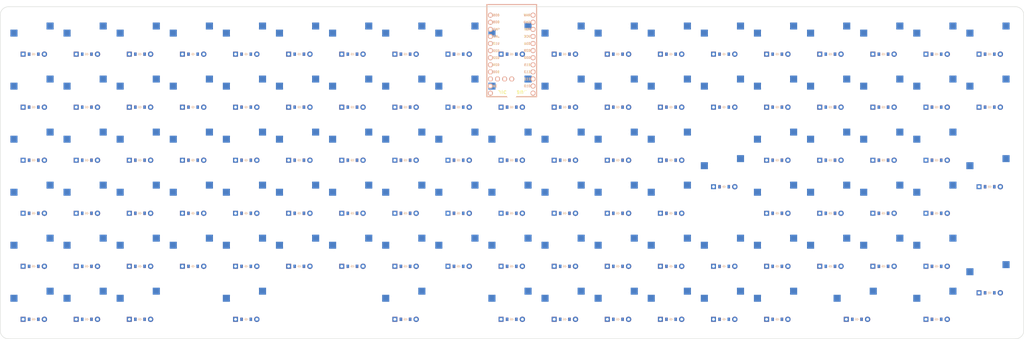
<source format=kicad_pcb>
(kicad_pcb (version 20171130) (host pcbnew 5.1.6)
  (title_block (title "beltgz") (rev "v1.0.0") (company "Unknown"))
  (layers (0 F.Cu signal) (31 B.Cu signal) (34 B.Paste user) (35 F.Paste user) (36 B.SilkS user) (37 F.SilkS user) (38 B.Mask user) (39 F.Mask user) (44 Edge.Cuts user))
  (net 0 "")
  (net 1 "esc_ctrl")
  (net 2 "esc_shift")
  (net 3 "esc_mayus")
  (net 4 "esc_tab")
  (net 5 "esc_symbol")
  (net 6 "esc_esc")
  (net 7 "f1_ctrl")
  (net 8 "f1_shift")
  (net 9 "f1_mayus")
  (net 10 "f1_tab")
  (net 11 "f1_symbol")
  (net 12 "f1_esc")
  (net 13 "f2_ctrl")
  (net 14 "f2_shift")
  (net 15 "f2_mayus")
  (net 16 "f2_tab")
  (net 17 "f2_symbol")
  (net 18 "f2_esc")
  (net 19 "f3_shift")
  (net 20 "f3_mayus")
  (net 21 "f3_tab")
  (net 22 "f3_symbol")
  (net 23 "f3_esc")
  (net 24 "f4_shift")
  (net 25 "f4_mayus")
  (net 26 "f4_tab")
  (net 27 "f4_symbol")
  (net 28 "f4_esc")
  (net 29 "f5_shift")
  (net 30 "f5_mayus")
  (net 31 "f5_tab")
  (net 32 "f5_symbol")
  (net 33 "f5_esc")
  (net 34 "f6_shift")
  (net 35 "f6_mayus")
  (net 36 "f6_tab")
  (net 37 "f6_symbol")
  (net 38 "f6_esc")
  (net 39 "f7_shift")
  (net 40 "f7_mayus")
  (net 41 "f7_tab")
  (net 42 "f7_symbol")
  (net 43 "f7_esc")
  (net 44 "f8_shift")
  (net 45 "f8_mayus")
  (net 46 "f8_tab")
  (net 47 "f8_symbol")
  (net 48 "f8_esc")
  (net 49 "f9_ctrl")
  (net 50 "f9_shift")
  (net 51 "f9_mayus")
  (net 52 "f9_tab")
  (net 53 "f9_symbol")
  (net 54 "f9_esc")
  (net 55 "f10_ctrl")
  (net 56 "f10_shift")
  (net 57 "f10_mayus")
  (net 58 "f10_tab")
  (net 59 "f10_symbol")
  (net 60 "f10_esc")
  (net 61 "f11_ctrl")
  (net 62 "f11_shift")
  (net 63 "f11_mayus")
  (net 64 "f11_tab")
  (net 65 "f11_symbol")
  (net 66 "f11_esc")
  (net 67 "f12_ctrl")
  (net 68 "f12_shift")
  (net 69 "f12_mayus")
  (net 70 "f12_tab")
  (net 71 "f12_symbol")
  (net 72 "f12_esc")
  (net 73 "supr_ctrl")
  (net 74 "supr_shift")
  (net 75 "supr_symbol")
  (net 76 "supr_esc")
  (net 77 "pant_ctrl")
  (net 78 "pant_shift")
  (net 79 "pant_mayus")
  (net 80 "pant_tab")
  (net 81 "pant_symbol")
  (net 82 "pant_esc")
  (net 83 "inser_shift")
  (net 84 "inser_mayus")
  (net 85 "inser_tab")
  (net 86 "inser_symbol")
  (net 87 "inser_esc")
  (net 88 "bloqd_shift")
  (net 89 "bloqd_mayus")
  (net 90 "bloqd_tab")
  (net 91 "bloqd_symbol")
  (net 92 "bloqd_esc")
  (net 93 "pausa_ctrl")
  (net 94 "pausa_shift")
  (net 95 "pausa_mayus")
  (net 96 "pausa_tab")
  (net 97 "pausa_symbol")
  (net 98 "pausa_esc")
  (net 99 "knob_symbol")
  (net 100 "knob_esc")
  (net 101 "space_default")
  (net 102 "space2_default")
  (net 103 "enter_default")
  (net 104 "cero_default")
  (net 105 "plus_default")
  (net 106 "intro_default")
  (net 107 "RAW")
  (net 108 "GND")
  (net 109 "RST")
  (net 110 "VCC")
  (net 111 "P031")
  (net 112 "P029")
  (net 113 "P002")
  (net 114 "P115")
  (net 115 "P113")
  (net 116 "P111")
  (net 117 "P010")
  (net 118 "P009")
  (net 119 "P006")
  (net 120 "P008")
  (net 121 "P017")
  (net 122 "P020")
  (net 123 "P022")
  (net 124 "P024")
  (net 125 "P100")
  (net 126 "P011")
  (net 127 "P104")
  (net 128 "P106")
  (net 129 "P101")
  (net 130 "P102")
  (net 131 "P107")
  (module MX (layer F.Cu) (at 40 170 0)
    (fp_text reference "S1" hide)
    (fp_text value "" hide)
    (pad "" np_thru_hole circle (at 0 0) (size 3.9878 3.9878) (drill 3.9878) (layers *.Cu *.Mask))
    (pad "" np_thru_hole circle (at 5.08 0) (size 1.7018 1.7018) (drill 1.7018) (layers *.Cu *.Mask))
    (pad "" np_thru_hole circle (at -5.08 0) (size 1.7018 1.7018) (drill 1.7018) (layers *.Cu *.Mask))
    (pad "" np_thru_hole circle (at 2.54 -5.08) (size 3 3) (drill 3) (layers *.Cu *.Mask))
    (pad "" np_thru_hole circle (at -3.81 -2.54) (size 3 3) (drill 3) (layers *.Cu *.Mask))
    (pad 1 smd rect (at -7.085 -2.54 0) (size 2.55 2.5) (layers B.Cu B.Paste B.Mask) (net 0 ""))
    (pad 2 smd rect (at 5.842 -5.08 0) (size 2.55 2.5) (layers B.Cu B.Paste B.Mask) (net 1 "esc_ctrl"))
  )
  (module MX (layer F.Cu) (at 40 151 0)
    (fp_text reference "S2" hide)
    (fp_text value "" hide)
    (pad "" np_thru_hole circle (at 0 0) (size 3.9878 3.9878) (drill 3.9878) (layers *.Cu *.Mask))
    (pad "" np_thru_hole circle (at 5.08 0) (size 1.7018 1.7018) (drill 1.7018) (layers *.Cu *.Mask))
    (pad "" np_thru_hole circle (at -5.08 0) (size 1.7018 1.7018) (drill 1.7018) (layers *.Cu *.Mask))
    (pad "" np_thru_hole circle (at 2.54 -5.08) (size 3 3) (drill 3) (layers *.Cu *.Mask))
    (pad "" np_thru_hole circle (at -3.81 -2.54) (size 3 3) (drill 3) (layers *.Cu *.Mask))
    (pad 1 smd rect (at -7.085 -2.54 0) (size 2.55 2.5) (layers B.Cu B.Paste B.Mask) (net 0 ""))
    (pad 2 smd rect (at 5.842 -5.08 0) (size 2.55 2.5) (layers B.Cu B.Paste B.Mask) (net 2 "esc_shift"))
  )
  (module MX (layer F.Cu) (at 40 132 0)
    (fp_text reference "S3" hide)
    (fp_text value "" hide)
    (pad "" np_thru_hole circle (at 0 0) (size 3.9878 3.9878) (drill 3.9878) (layers *.Cu *.Mask))
    (pad "" np_thru_hole circle (at 5.08 0) (size 1.7018 1.7018) (drill 1.7018) (layers *.Cu *.Mask))
    (pad "" np_thru_hole circle (at -5.08 0) (size 1.7018 1.7018) (drill 1.7018) (layers *.Cu *.Mask))
    (pad "" np_thru_hole circle (at 2.54 -5.08) (size 3 3) (drill 3) (layers *.Cu *.Mask))
    (pad "" np_thru_hole circle (at -3.81 -2.54) (size 3 3) (drill 3) (layers *.Cu *.Mask))
    (pad 1 smd rect (at -7.085 -2.54 0) (size 2.55 2.5) (layers B.Cu B.Paste B.Mask) (net 0 ""))
    (pad 2 smd rect (at 5.842 -5.08 0) (size 2.55 2.5) (layers B.Cu B.Paste B.Mask) (net 3 "esc_mayus"))
  )
  (module MX (layer F.Cu) (at 40 113 0)
    (fp_text reference "S4" hide)
    (fp_text value "" hide)
    (pad "" np_thru_hole circle (at 0 0) (size 3.9878 3.9878) (drill 3.9878) (layers *.Cu *.Mask))
    (pad "" np_thru_hole circle (at 5.08 0) (size 1.7018 1.7018) (drill 1.7018) (layers *.Cu *.Mask))
    (pad "" np_thru_hole circle (at -5.08 0) (size 1.7018 1.7018) (drill 1.7018) (layers *.Cu *.Mask))
    (pad "" np_thru_hole circle (at 2.54 -5.08) (size 3 3) (drill 3) (layers *.Cu *.Mask))
    (pad "" np_thru_hole circle (at -3.81 -2.54) (size 3 3) (drill 3) (layers *.Cu *.Mask))
    (pad 1 smd rect (at -7.085 -2.54 0) (size 2.55 2.5) (layers B.Cu B.Paste B.Mask) (net 0 ""))
    (pad 2 smd rect (at 5.842 -5.08 0) (size 2.55 2.5) (layers B.Cu B.Paste B.Mask) (net 4 "esc_tab"))
  )
  (module MX (layer F.Cu) (at 40 94 0)
    (fp_text reference "S5" hide)
    (fp_text value "" hide)
    (pad "" np_thru_hole circle (at 0 0) (size 3.9878 3.9878) (drill 3.9878) (layers *.Cu *.Mask))
    (pad "" np_thru_hole circle (at 5.08 0) (size 1.7018 1.7018) (drill 1.7018) (layers *.Cu *.Mask))
    (pad "" np_thru_hole circle (at -5.08 0) (size 1.7018 1.7018) (drill 1.7018) (layers *.Cu *.Mask))
    (pad "" np_thru_hole circle (at 2.54 -5.08) (size 3 3) (drill 3) (layers *.Cu *.Mask))
    (pad "" np_thru_hole circle (at -3.81 -2.54) (size 3 3) (drill 3) (layers *.Cu *.Mask))
    (pad 1 smd rect (at -7.085 -2.54 0) (size 2.55 2.5) (layers B.Cu B.Paste B.Mask) (net 0 ""))
    (pad 2 smd rect (at 5.842 -5.08 0) (size 2.55 2.5) (layers B.Cu B.Paste B.Mask) (net 5 "esc_symbol"))
  )
  (module MX (layer F.Cu) (at 40 75 0)
    (fp_text reference "S6" hide)
    (fp_text value "" hide)
    (pad "" np_thru_hole circle (at 0 0) (size 3.9878 3.9878) (drill 3.9878) (layers *.Cu *.Mask))
    (pad "" np_thru_hole circle (at 5.08 0) (size 1.7018 1.7018) (drill 1.7018) (layers *.Cu *.Mask))
    (pad "" np_thru_hole circle (at -5.08 0) (size 1.7018 1.7018) (drill 1.7018) (layers *.Cu *.Mask))
    (pad "" np_thru_hole circle (at 2.54 -5.08) (size 3 3) (drill 3) (layers *.Cu *.Mask))
    (pad "" np_thru_hole circle (at -3.81 -2.54) (size 3 3) (drill 3) (layers *.Cu *.Mask))
    (pad 1 smd rect (at -7.085 -2.54 0) (size 2.55 2.5) (layers B.Cu B.Paste B.Mask) (net 0 ""))
    (pad 2 smd rect (at 5.842 -5.08 0) (size 2.55 2.5) (layers B.Cu B.Paste B.Mask) (net 6 "esc_esc"))
  )
  (module MX (layer F.Cu) (at 59 170 0)
    (fp_text reference "S7" hide)
    (fp_text value "" hide)
    (pad "" np_thru_hole circle (at 0 0) (size 3.9878 3.9878) (drill 3.9878) (layers *.Cu *.Mask))
    (pad "" np_thru_hole circle (at 5.08 0) (size 1.7018 1.7018) (drill 1.7018) (layers *.Cu *.Mask))
    (pad "" np_thru_hole circle (at -5.08 0) (size 1.7018 1.7018) (drill 1.7018) (layers *.Cu *.Mask))
    (pad "" np_thru_hole circle (at 2.54 -5.08) (size 3 3) (drill 3) (layers *.Cu *.Mask))
    (pad "" np_thru_hole circle (at -3.81 -2.54) (size 3 3) (drill 3) (layers *.Cu *.Mask))
    (pad 1 smd rect (at -7.085 -2.54 0) (size 2.55 2.5) (layers B.Cu B.Paste B.Mask) (net 0 ""))
    (pad 2 smd rect (at 5.842 -5.08 0) (size 2.55 2.5) (layers B.Cu B.Paste B.Mask) (net 7 "f1_ctrl"))
  )
  (module MX (layer F.Cu) (at 59 151 0)
    (fp_text reference "S8" hide)
    (fp_text value "" hide)
    (pad "" np_thru_hole circle (at 0 0) (size 3.9878 3.9878) (drill 3.9878) (layers *.Cu *.Mask))
    (pad "" np_thru_hole circle (at 5.08 0) (size 1.7018 1.7018) (drill 1.7018) (layers *.Cu *.Mask))
    (pad "" np_thru_hole circle (at -5.08 0) (size 1.7018 1.7018) (drill 1.7018) (layers *.Cu *.Mask))
    (pad "" np_thru_hole circle (at 2.54 -5.08) (size 3 3) (drill 3) (layers *.Cu *.Mask))
    (pad "" np_thru_hole circle (at -3.81 -2.54) (size 3 3) (drill 3) (layers *.Cu *.Mask))
    (pad 1 smd rect (at -7.085 -2.54 0) (size 2.55 2.5) (layers B.Cu B.Paste B.Mask) (net 0 ""))
    (pad 2 smd rect (at 5.842 -5.08 0) (size 2.55 2.5) (layers B.Cu B.Paste B.Mask) (net 8 "f1_shift"))
  )
  (module MX (layer F.Cu) (at 59 132 0)
    (fp_text reference "S9" hide)
    (fp_text value "" hide)
    (pad "" np_thru_hole circle (at 0 0) (size 3.9878 3.9878) (drill 3.9878) (layers *.Cu *.Mask))
    (pad "" np_thru_hole circle (at 5.08 0) (size 1.7018 1.7018) (drill 1.7018) (layers *.Cu *.Mask))
    (pad "" np_thru_hole circle (at -5.08 0) (size 1.7018 1.7018) (drill 1.7018) (layers *.Cu *.Mask))
    (pad "" np_thru_hole circle (at 2.54 -5.08) (size 3 3) (drill 3) (layers *.Cu *.Mask))
    (pad "" np_thru_hole circle (at -3.81 -2.54) (size 3 3) (drill 3) (layers *.Cu *.Mask))
    (pad 1 smd rect (at -7.085 -2.54 0) (size 2.55 2.5) (layers B.Cu B.Paste B.Mask) (net 0 ""))
    (pad 2 smd rect (at 5.842 -5.08 0) (size 2.55 2.5) (layers B.Cu B.Paste B.Mask) (net 9 "f1_mayus"))
  )
  (module MX (layer F.Cu) (at 59 113 0)
    (fp_text reference "S10" hide)
    (fp_text value "" hide)
    (pad "" np_thru_hole circle (at 0 0) (size 3.9878 3.9878) (drill 3.9878) (layers *.Cu *.Mask))
    (pad "" np_thru_hole circle (at 5.08 0) (size 1.7018 1.7018) (drill 1.7018) (layers *.Cu *.Mask))
    (pad "" np_thru_hole circle (at -5.08 0) (size 1.7018 1.7018) (drill 1.7018) (layers *.Cu *.Mask))
    (pad "" np_thru_hole circle (at 2.54 -5.08) (size 3 3) (drill 3) (layers *.Cu *.Mask))
    (pad "" np_thru_hole circle (at -3.81 -2.54) (size 3 3) (drill 3) (layers *.Cu *.Mask))
    (pad 1 smd rect (at -7.085 -2.54 0) (size 2.55 2.5) (layers B.Cu B.Paste B.Mask) (net 0 ""))
    (pad 2 smd rect (at 5.842 -5.08 0) (size 2.55 2.5) (layers B.Cu B.Paste B.Mask) (net 10 "f1_tab"))
  )
  (module MX (layer F.Cu) (at 59 94 0)
    (fp_text reference "S11" hide)
    (fp_text value "" hide)
    (pad "" np_thru_hole circle (at 0 0) (size 3.9878 3.9878) (drill 3.9878) (layers *.Cu *.Mask))
    (pad "" np_thru_hole circle (at 5.08 0) (size 1.7018 1.7018) (drill 1.7018) (layers *.Cu *.Mask))
    (pad "" np_thru_hole circle (at -5.08 0) (size 1.7018 1.7018) (drill 1.7018) (layers *.Cu *.Mask))
    (pad "" np_thru_hole circle (at 2.54 -5.08) (size 3 3) (drill 3) (layers *.Cu *.Mask))
    (pad "" np_thru_hole circle (at -3.81 -2.54) (size 3 3) (drill 3) (layers *.Cu *.Mask))
    (pad 1 smd rect (at -7.085 -2.54 0) (size 2.55 2.5) (layers B.Cu B.Paste B.Mask) (net 0 ""))
    (pad 2 smd rect (at 5.842 -5.08 0) (size 2.55 2.5) (layers B.Cu B.Paste B.Mask) (net 11 "f1_symbol"))
  )
  (module MX (layer F.Cu) (at 59 75 0)
    (fp_text reference "S12" hide)
    (fp_text value "" hide)
    (pad "" np_thru_hole circle (at 0 0) (size 3.9878 3.9878) (drill 3.9878) (layers *.Cu *.Mask))
    (pad "" np_thru_hole circle (at 5.08 0) (size 1.7018 1.7018) (drill 1.7018) (layers *.Cu *.Mask))
    (pad "" np_thru_hole circle (at -5.08 0) (size 1.7018 1.7018) (drill 1.7018) (layers *.Cu *.Mask))
    (pad "" np_thru_hole circle (at 2.54 -5.08) (size 3 3) (drill 3) (layers *.Cu *.Mask))
    (pad "" np_thru_hole circle (at -3.81 -2.54) (size 3 3) (drill 3) (layers *.Cu *.Mask))
    (pad 1 smd rect (at -7.085 -2.54 0) (size 2.55 2.5) (layers B.Cu B.Paste B.Mask) (net 0 ""))
    (pad 2 smd rect (at 5.842 -5.08 0) (size 2.55 2.5) (layers B.Cu B.Paste B.Mask) (net 12 "f1_esc"))
  )
  (module MX (layer F.Cu) (at 78 170 0)
    (fp_text reference "S13" hide)
    (fp_text value "" hide)
    (pad "" np_thru_hole circle (at 0 0) (size 3.9878 3.9878) (drill 3.9878) (layers *.Cu *.Mask))
    (pad "" np_thru_hole circle (at 5.08 0) (size 1.7018 1.7018) (drill 1.7018) (layers *.Cu *.Mask))
    (pad "" np_thru_hole circle (at -5.08 0) (size 1.7018 1.7018) (drill 1.7018) (layers *.Cu *.Mask))
    (pad "" np_thru_hole circle (at 2.54 -5.08) (size 3 3) (drill 3) (layers *.Cu *.Mask))
    (pad "" np_thru_hole circle (at -3.81 -2.54) (size 3 3) (drill 3) (layers *.Cu *.Mask))
    (pad 1 smd rect (at -7.085 -2.54 0) (size 2.55 2.5) (layers B.Cu B.Paste B.Mask) (net 0 ""))
    (pad 2 smd rect (at 5.842 -5.08 0) (size 2.55 2.5) (layers B.Cu B.Paste B.Mask) (net 13 "f2_ctrl"))
  )
  (module MX (layer F.Cu) (at 78 151 0)
    (fp_text reference "S14" hide)
    (fp_text value "" hide)
    (pad "" np_thru_hole circle (at 0 0) (size 3.9878 3.9878) (drill 3.9878) (layers *.Cu *.Mask))
    (pad "" np_thru_hole circle (at 5.08 0) (size 1.7018 1.7018) (drill 1.7018) (layers *.Cu *.Mask))
    (pad "" np_thru_hole circle (at -5.08 0) (size 1.7018 1.7018) (drill 1.7018) (layers *.Cu *.Mask))
    (pad "" np_thru_hole circle (at 2.54 -5.08) (size 3 3) (drill 3) (layers *.Cu *.Mask))
    (pad "" np_thru_hole circle (at -3.81 -2.54) (size 3 3) (drill 3) (layers *.Cu *.Mask))
    (pad 1 smd rect (at -7.085 -2.54 0) (size 2.55 2.5) (layers B.Cu B.Paste B.Mask) (net 0 ""))
    (pad 2 smd rect (at 5.842 -5.08 0) (size 2.55 2.5) (layers B.Cu B.Paste B.Mask) (net 14 "f2_shift"))
  )
  (module MX (layer F.Cu) (at 78 132 0)
    (fp_text reference "S15" hide)
    (fp_text value "" hide)
    (pad "" np_thru_hole circle (at 0 0) (size 3.9878 3.9878) (drill 3.9878) (layers *.Cu *.Mask))
    (pad "" np_thru_hole circle (at 5.08 0) (size 1.7018 1.7018) (drill 1.7018) (layers *.Cu *.Mask))
    (pad "" np_thru_hole circle (at -5.08 0) (size 1.7018 1.7018) (drill 1.7018) (layers *.Cu *.Mask))
    (pad "" np_thru_hole circle (at 2.54 -5.08) (size 3 3) (drill 3) (layers *.Cu *.Mask))
    (pad "" np_thru_hole circle (at -3.81 -2.54) (size 3 3) (drill 3) (layers *.Cu *.Mask))
    (pad 1 smd rect (at -7.085 -2.54 0) (size 2.55 2.5) (layers B.Cu B.Paste B.Mask) (net 0 ""))
    (pad 2 smd rect (at 5.842 -5.08 0) (size 2.55 2.5) (layers B.Cu B.Paste B.Mask) (net 15 "f2_mayus"))
  )
  (module MX (layer F.Cu) (at 78 113 0)
    (fp_text reference "S16" hide)
    (fp_text value "" hide)
    (pad "" np_thru_hole circle (at 0 0) (size 3.9878 3.9878) (drill 3.9878) (layers *.Cu *.Mask))
    (pad "" np_thru_hole circle (at 5.08 0) (size 1.7018 1.7018) (drill 1.7018) (layers *.Cu *.Mask))
    (pad "" np_thru_hole circle (at -5.08 0) (size 1.7018 1.7018) (drill 1.7018) (layers *.Cu *.Mask))
    (pad "" np_thru_hole circle (at 2.54 -5.08) (size 3 3) (drill 3) (layers *.Cu *.Mask))
    (pad "" np_thru_hole circle (at -3.81 -2.54) (size 3 3) (drill 3) (layers *.Cu *.Mask))
    (pad 1 smd rect (at -7.085 -2.54 0) (size 2.55 2.5) (layers B.Cu B.Paste B.Mask) (net 0 ""))
    (pad 2 smd rect (at 5.842 -5.08 0) (size 2.55 2.5) (layers B.Cu B.Paste B.Mask) (net 16 "f2_tab"))
  )
  (module MX (layer F.Cu) (at 78 94 0)
    (fp_text reference "S17" hide)
    (fp_text value "" hide)
    (pad "" np_thru_hole circle (at 0 0) (size 3.9878 3.9878) (drill 3.9878) (layers *.Cu *.Mask))
    (pad "" np_thru_hole circle (at 5.08 0) (size 1.7018 1.7018) (drill 1.7018) (layers *.Cu *.Mask))
    (pad "" np_thru_hole circle (at -5.08 0) (size 1.7018 1.7018) (drill 1.7018) (layers *.Cu *.Mask))
    (pad "" np_thru_hole circle (at 2.54 -5.08) (size 3 3) (drill 3) (layers *.Cu *.Mask))
    (pad "" np_thru_hole circle (at -3.81 -2.54) (size 3 3) (drill 3) (layers *.Cu *.Mask))
    (pad 1 smd rect (at -7.085 -2.54 0) (size 2.55 2.5) (layers B.Cu B.Paste B.Mask) (net 0 ""))
    (pad 2 smd rect (at 5.842 -5.08 0) (size 2.55 2.5) (layers B.Cu B.Paste B.Mask) (net 17 "f2_symbol"))
  )
  (module MX (layer F.Cu) (at 78 75 0)
    (fp_text reference "S18" hide)
    (fp_text value "" hide)
    (pad "" np_thru_hole circle (at 0 0) (size 3.9878 3.9878) (drill 3.9878) (layers *.Cu *.Mask))
    (pad "" np_thru_hole circle (at 5.08 0) (size 1.7018 1.7018) (drill 1.7018) (layers *.Cu *.Mask))
    (pad "" np_thru_hole circle (at -5.08 0) (size 1.7018 1.7018) (drill 1.7018) (layers *.Cu *.Mask))
    (pad "" np_thru_hole circle (at 2.54 -5.08) (size 3 3) (drill 3) (layers *.Cu *.Mask))
    (pad "" np_thru_hole circle (at -3.81 -2.54) (size 3 3) (drill 3) (layers *.Cu *.Mask))
    (pad 1 smd rect (at -7.085 -2.54 0) (size 2.55 2.5) (layers B.Cu B.Paste B.Mask) (net 0 ""))
    (pad 2 smd rect (at 5.842 -5.08 0) (size 2.55 2.5) (layers B.Cu B.Paste B.Mask) (net 18 "f2_esc"))
  )
  (module MX (layer F.Cu) (at 97 151 0)
    (fp_text reference "S19" hide)
    (fp_text value "" hide)
    (pad "" np_thru_hole circle (at 0 0) (size 3.9878 3.9878) (drill 3.9878) (layers *.Cu *.Mask))
    (pad "" np_thru_hole circle (at 5.08 0) (size 1.7018 1.7018) (drill 1.7018) (layers *.Cu *.Mask))
    (pad "" np_thru_hole circle (at -5.08 0) (size 1.7018 1.7018) (drill 1.7018) (layers *.Cu *.Mask))
    (pad "" np_thru_hole circle (at 2.54 -5.08) (size 3 3) (drill 3) (layers *.Cu *.Mask))
    (pad "" np_thru_hole circle (at -3.81 -2.54) (size 3 3) (drill 3) (layers *.Cu *.Mask))
    (pad 1 smd rect (at -7.085 -2.54 0) (size 2.55 2.5) (layers B.Cu B.Paste B.Mask) (net 0 ""))
    (pad 2 smd rect (at 5.842 -5.08 0) (size 2.55 2.5) (layers B.Cu B.Paste B.Mask) (net 19 "f3_shift"))
  )
  (module MX (layer F.Cu) (at 97 132 0)
    (fp_text reference "S20" hide)
    (fp_text value "" hide)
    (pad "" np_thru_hole circle (at 0 0) (size 3.9878 3.9878) (drill 3.9878) (layers *.Cu *.Mask))
    (pad "" np_thru_hole circle (at 5.08 0) (size 1.7018 1.7018) (drill 1.7018) (layers *.Cu *.Mask))
    (pad "" np_thru_hole circle (at -5.08 0) (size 1.7018 1.7018) (drill 1.7018) (layers *.Cu *.Mask))
    (pad "" np_thru_hole circle (at 2.54 -5.08) (size 3 3) (drill 3) (layers *.Cu *.Mask))
    (pad "" np_thru_hole circle (at -3.81 -2.54) (size 3 3) (drill 3) (layers *.Cu *.Mask))
    (pad 1 smd rect (at -7.085 -2.54 0) (size 2.55 2.5) (layers B.Cu B.Paste B.Mask) (net 0 ""))
    (pad 2 smd rect (at 5.842 -5.08 0) (size 2.55 2.5) (layers B.Cu B.Paste B.Mask) (net 20 "f3_mayus"))
  )
  (module MX (layer F.Cu) (at 97 113 0)
    (fp_text reference "S21" hide)
    (fp_text value "" hide)
    (pad "" np_thru_hole circle (at 0 0) (size 3.9878 3.9878) (drill 3.9878) (layers *.Cu *.Mask))
    (pad "" np_thru_hole circle (at 5.08 0) (size 1.7018 1.7018) (drill 1.7018) (layers *.Cu *.Mask))
    (pad "" np_thru_hole circle (at -5.08 0) (size 1.7018 1.7018) (drill 1.7018) (layers *.Cu *.Mask))
    (pad "" np_thru_hole circle (at 2.54 -5.08) (size 3 3) (drill 3) (layers *.Cu *.Mask))
    (pad "" np_thru_hole circle (at -3.81 -2.54) (size 3 3) (drill 3) (layers *.Cu *.Mask))
    (pad 1 smd rect (at -7.085 -2.54 0) (size 2.55 2.5) (layers B.Cu B.Paste B.Mask) (net 0 ""))
    (pad 2 smd rect (at 5.842 -5.08 0) (size 2.55 2.5) (layers B.Cu B.Paste B.Mask) (net 21 "f3_tab"))
  )
  (module MX (layer F.Cu) (at 97 94 0)
    (fp_text reference "S22" hide)
    (fp_text value "" hide)
    (pad "" np_thru_hole circle (at 0 0) (size 3.9878 3.9878) (drill 3.9878) (layers *.Cu *.Mask))
    (pad "" np_thru_hole circle (at 5.08 0) (size 1.7018 1.7018) (drill 1.7018) (layers *.Cu *.Mask))
    (pad "" np_thru_hole circle (at -5.08 0) (size 1.7018 1.7018) (drill 1.7018) (layers *.Cu *.Mask))
    (pad "" np_thru_hole circle (at 2.54 -5.08) (size 3 3) (drill 3) (layers *.Cu *.Mask))
    (pad "" np_thru_hole circle (at -3.81 -2.54) (size 3 3) (drill 3) (layers *.Cu *.Mask))
    (pad 1 smd rect (at -7.085 -2.54 0) (size 2.55 2.5) (layers B.Cu B.Paste B.Mask) (net 0 ""))
    (pad 2 smd rect (at 5.842 -5.08 0) (size 2.55 2.5) (layers B.Cu B.Paste B.Mask) (net 22 "f3_symbol"))
  )
  (module MX (layer F.Cu) (at 97 75 0)
    (fp_text reference "S23" hide)
    (fp_text value "" hide)
    (pad "" np_thru_hole circle (at 0 0) (size 3.9878 3.9878) (drill 3.9878) (layers *.Cu *.Mask))
    (pad "" np_thru_hole circle (at 5.08 0) (size 1.7018 1.7018) (drill 1.7018) (layers *.Cu *.Mask))
    (pad "" np_thru_hole circle (at -5.08 0) (size 1.7018 1.7018) (drill 1.7018) (layers *.Cu *.Mask))
    (pad "" np_thru_hole circle (at 2.54 -5.08) (size 3 3) (drill 3) (layers *.Cu *.Mask))
    (pad "" np_thru_hole circle (at -3.81 -2.54) (size 3 3) (drill 3) (layers *.Cu *.Mask))
    (pad 1 smd rect (at -7.085 -2.54 0) (size 2.55 2.5) (layers B.Cu B.Paste B.Mask) (net 0 ""))
    (pad 2 smd rect (at 5.842 -5.08 0) (size 2.55 2.5) (layers B.Cu B.Paste B.Mask) (net 23 "f3_esc"))
  )
  (module MX (layer F.Cu) (at 116 151 0)
    (fp_text reference "S24" hide)
    (fp_text value "" hide)
    (pad "" np_thru_hole circle (at 0 0) (size 3.9878 3.9878) (drill 3.9878) (layers *.Cu *.Mask))
    (pad "" np_thru_hole circle (at 5.08 0) (size 1.7018 1.7018) (drill 1.7018) (layers *.Cu *.Mask))
    (pad "" np_thru_hole circle (at -5.08 0) (size 1.7018 1.7018) (drill 1.7018) (layers *.Cu *.Mask))
    (pad "" np_thru_hole circle (at 2.54 -5.08) (size 3 3) (drill 3) (layers *.Cu *.Mask))
    (pad "" np_thru_hole circle (at -3.81 -2.54) (size 3 3) (drill 3) (layers *.Cu *.Mask))
    (pad 1 smd rect (at -7.085 -2.54 0) (size 2.55 2.5) (layers B.Cu B.Paste B.Mask) (net 0 ""))
    (pad 2 smd rect (at 5.842 -5.08 0) (size 2.55 2.5) (layers B.Cu B.Paste B.Mask) (net 24 "f4_shift"))
  )
  (module MX (layer F.Cu) (at 116 132 0)
    (fp_text reference "S25" hide)
    (fp_text value "" hide)
    (pad "" np_thru_hole circle (at 0 0) (size 3.9878 3.9878) (drill 3.9878) (layers *.Cu *.Mask))
    (pad "" np_thru_hole circle (at 5.08 0) (size 1.7018 1.7018) (drill 1.7018) (layers *.Cu *.Mask))
    (pad "" np_thru_hole circle (at -5.08 0) (size 1.7018 1.7018) (drill 1.7018) (layers *.Cu *.Mask))
    (pad "" np_thru_hole circle (at 2.54 -5.08) (size 3 3) (drill 3) (layers *.Cu *.Mask))
    (pad "" np_thru_hole circle (at -3.81 -2.54) (size 3 3) (drill 3) (layers *.Cu *.Mask))
    (pad 1 smd rect (at -7.085 -2.54 0) (size 2.55 2.5) (layers B.Cu B.Paste B.Mask) (net 0 ""))
    (pad 2 smd rect (at 5.842 -5.08 0) (size 2.55 2.5) (layers B.Cu B.Paste B.Mask) (net 25 "f4_mayus"))
  )
  (module MX (layer F.Cu) (at 116 113 0)
    (fp_text reference "S26" hide)
    (fp_text value "" hide)
    (pad "" np_thru_hole circle (at 0 0) (size 3.9878 3.9878) (drill 3.9878) (layers *.Cu *.Mask))
    (pad "" np_thru_hole circle (at 5.08 0) (size 1.7018 1.7018) (drill 1.7018) (layers *.Cu *.Mask))
    (pad "" np_thru_hole circle (at -5.08 0) (size 1.7018 1.7018) (drill 1.7018) (layers *.Cu *.Mask))
    (pad "" np_thru_hole circle (at 2.54 -5.08) (size 3 3) (drill 3) (layers *.Cu *.Mask))
    (pad "" np_thru_hole circle (at -3.81 -2.54) (size 3 3) (drill 3) (layers *.Cu *.Mask))
    (pad 1 smd rect (at -7.085 -2.54 0) (size 2.55 2.5) (layers B.Cu B.Paste B.Mask) (net 0 ""))
    (pad 2 smd rect (at 5.842 -5.08 0) (size 2.55 2.5) (layers B.Cu B.Paste B.Mask) (net 26 "f4_tab"))
  )
  (module MX (layer F.Cu) (at 116 94 0)
    (fp_text reference "S27" hide)
    (fp_text value "" hide)
    (pad "" np_thru_hole circle (at 0 0) (size 3.9878 3.9878) (drill 3.9878) (layers *.Cu *.Mask))
    (pad "" np_thru_hole circle (at 5.08 0) (size 1.7018 1.7018) (drill 1.7018) (layers *.Cu *.Mask))
    (pad "" np_thru_hole circle (at -5.08 0) (size 1.7018 1.7018) (drill 1.7018) (layers *.Cu *.Mask))
    (pad "" np_thru_hole circle (at 2.54 -5.08) (size 3 3) (drill 3) (layers *.Cu *.Mask))
    (pad "" np_thru_hole circle (at -3.81 -2.54) (size 3 3) (drill 3) (layers *.Cu *.Mask))
    (pad 1 smd rect (at -7.085 -2.54 0) (size 2.55 2.5) (layers B.Cu B.Paste B.Mask) (net 0 ""))
    (pad 2 smd rect (at 5.842 -5.08 0) (size 2.55 2.5) (layers B.Cu B.Paste B.Mask) (net 27 "f4_symbol"))
  )
  (module MX (layer F.Cu) (at 116 75 0)
    (fp_text reference "S28" hide)
    (fp_text value "" hide)
    (pad "" np_thru_hole circle (at 0 0) (size 3.9878 3.9878) (drill 3.9878) (layers *.Cu *.Mask))
    (pad "" np_thru_hole circle (at 5.08 0) (size 1.7018 1.7018) (drill 1.7018) (layers *.Cu *.Mask))
    (pad "" np_thru_hole circle (at -5.08 0) (size 1.7018 1.7018) (drill 1.7018) (layers *.Cu *.Mask))
    (pad "" np_thru_hole circle (at 2.54 -5.08) (size 3 3) (drill 3) (layers *.Cu *.Mask))
    (pad "" np_thru_hole circle (at -3.81 -2.54) (size 3 3) (drill 3) (layers *.Cu *.Mask))
    (pad 1 smd rect (at -7.085 -2.54 0) (size 2.55 2.5) (layers B.Cu B.Paste B.Mask) (net 0 ""))
    (pad 2 smd rect (at 5.842 -5.08 0) (size 2.55 2.5) (layers B.Cu B.Paste B.Mask) (net 28 "f4_esc"))
  )
  (module MX (layer F.Cu) (at 135 151 0)
    (fp_text reference "S29" hide)
    (fp_text value "" hide)
    (pad "" np_thru_hole circle (at 0 0) (size 3.9878 3.9878) (drill 3.9878) (layers *.Cu *.Mask))
    (pad "" np_thru_hole circle (at 5.08 0) (size 1.7018 1.7018) (drill 1.7018) (layers *.Cu *.Mask))
    (pad "" np_thru_hole circle (at -5.08 0) (size 1.7018 1.7018) (drill 1.7018) (layers *.Cu *.Mask))
    (pad "" np_thru_hole circle (at 2.54 -5.08) (size 3 3) (drill 3) (layers *.Cu *.Mask))
    (pad "" np_thru_hole circle (at -3.81 -2.54) (size 3 3) (drill 3) (layers *.Cu *.Mask))
    (pad 1 smd rect (at -7.085 -2.54 0) (size 2.55 2.5) (layers B.Cu B.Paste B.Mask) (net 0 ""))
    (pad 2 smd rect (at 5.842 -5.08 0) (size 2.55 2.5) (layers B.Cu B.Paste B.Mask) (net 29 "f5_shift"))
  )
  (module MX (layer F.Cu) (at 135 132 0)
    (fp_text reference "S30" hide)
    (fp_text value "" hide)
    (pad "" np_thru_hole circle (at 0 0) (size 3.9878 3.9878) (drill 3.9878) (layers *.Cu *.Mask))
    (pad "" np_thru_hole circle (at 5.08 0) (size 1.7018 1.7018) (drill 1.7018) (layers *.Cu *.Mask))
    (pad "" np_thru_hole circle (at -5.08 0) (size 1.7018 1.7018) (drill 1.7018) (layers *.Cu *.Mask))
    (pad "" np_thru_hole circle (at 2.54 -5.08) (size 3 3) (drill 3) (layers *.Cu *.Mask))
    (pad "" np_thru_hole circle (at -3.81 -2.54) (size 3 3) (drill 3) (layers *.Cu *.Mask))
    (pad 1 smd rect (at -7.085 -2.54 0) (size 2.55 2.5) (layers B.Cu B.Paste B.Mask) (net 0 ""))
    (pad 2 smd rect (at 5.842 -5.08 0) (size 2.55 2.5) (layers B.Cu B.Paste B.Mask) (net 30 "f5_mayus"))
  )
  (module MX (layer F.Cu) (at 135 113 0)
    (fp_text reference "S31" hide)
    (fp_text value "" hide)
    (pad "" np_thru_hole circle (at 0 0) (size 3.9878 3.9878) (drill 3.9878) (layers *.Cu *.Mask))
    (pad "" np_thru_hole circle (at 5.08 0) (size 1.7018 1.7018) (drill 1.7018) (layers *.Cu *.Mask))
    (pad "" np_thru_hole circle (at -5.08 0) (size 1.7018 1.7018) (drill 1.7018) (layers *.Cu *.Mask))
    (pad "" np_thru_hole circle (at 2.54 -5.08) (size 3 3) (drill 3) (layers *.Cu *.Mask))
    (pad "" np_thru_hole circle (at -3.81 -2.54) (size 3 3) (drill 3) (layers *.Cu *.Mask))
    (pad 1 smd rect (at -7.085 -2.54 0) (size 2.55 2.5) (layers B.Cu B.Paste B.Mask) (net 0 ""))
    (pad 2 smd rect (at 5.842 -5.08 0) (size 2.55 2.5) (layers B.Cu B.Paste B.Mask) (net 31 "f5_tab"))
  )
  (module MX (layer F.Cu) (at 135 94 0)
    (fp_text reference "S32" hide)
    (fp_text value "" hide)
    (pad "" np_thru_hole circle (at 0 0) (size 3.9878 3.9878) (drill 3.9878) (layers *.Cu *.Mask))
    (pad "" np_thru_hole circle (at 5.08 0) (size 1.7018 1.7018) (drill 1.7018) (layers *.Cu *.Mask))
    (pad "" np_thru_hole circle (at -5.08 0) (size 1.7018 1.7018) (drill 1.7018) (layers *.Cu *.Mask))
    (pad "" np_thru_hole circle (at 2.54 -5.08) (size 3 3) (drill 3) (layers *.Cu *.Mask))
    (pad "" np_thru_hole circle (at -3.81 -2.54) (size 3 3) (drill 3) (layers *.Cu *.Mask))
    (pad 1 smd rect (at -7.085 -2.54 0) (size 2.55 2.5) (layers B.Cu B.Paste B.Mask) (net 0 ""))
    (pad 2 smd rect (at 5.842 -5.08 0) (size 2.55 2.5) (layers B.Cu B.Paste B.Mask) (net 32 "f5_symbol"))
  )
  (module MX (layer F.Cu) (at 135 75 0)
    (fp_text reference "S33" hide)
    (fp_text value "" hide)
    (pad "" np_thru_hole circle (at 0 0) (size 3.9878 3.9878) (drill 3.9878) (layers *.Cu *.Mask))
    (pad "" np_thru_hole circle (at 5.08 0) (size 1.7018 1.7018) (drill 1.7018) (layers *.Cu *.Mask))
    (pad "" np_thru_hole circle (at -5.08 0) (size 1.7018 1.7018) (drill 1.7018) (layers *.Cu *.Mask))
    (pad "" np_thru_hole circle (at 2.54 -5.08) (size 3 3) (drill 3) (layers *.Cu *.Mask))
    (pad "" np_thru_hole circle (at -3.81 -2.54) (size 3 3) (drill 3) (layers *.Cu *.Mask))
    (pad 1 smd rect (at -7.085 -2.54 0) (size 2.55 2.5) (layers B.Cu B.Paste B.Mask) (net 0 ""))
    (pad 2 smd rect (at 5.842 -5.08 0) (size 2.55 2.5) (layers B.Cu B.Paste B.Mask) (net 33 "f5_esc"))
  )
  (module MX (layer F.Cu) (at 154 151 0)
    (fp_text reference "S34" hide)
    (fp_text value "" hide)
    (pad "" np_thru_hole circle (at 0 0) (size 3.9878 3.9878) (drill 3.9878) (layers *.Cu *.Mask))
    (pad "" np_thru_hole circle (at 5.08 0) (size 1.7018 1.7018) (drill 1.7018) (layers *.Cu *.Mask))
    (pad "" np_thru_hole circle (at -5.08 0) (size 1.7018 1.7018) (drill 1.7018) (layers *.Cu *.Mask))
    (pad "" np_thru_hole circle (at 2.54 -5.08) (size 3 3) (drill 3) (layers *.Cu *.Mask))
    (pad "" np_thru_hole circle (at -3.81 -2.54) (size 3 3) (drill 3) (layers *.Cu *.Mask))
    (pad 1 smd rect (at -7.085 -2.54 0) (size 2.55 2.5) (layers B.Cu B.Paste B.Mask) (net 0 ""))
    (pad 2 smd rect (at 5.842 -5.08 0) (size 2.55 2.5) (layers B.Cu B.Paste B.Mask) (net 34 "f6_shift"))
  )
  (module MX (layer F.Cu) (at 154 132 0)
    (fp_text reference "S35" hide)
    (fp_text value "" hide)
    (pad "" np_thru_hole circle (at 0 0) (size 3.9878 3.9878) (drill 3.9878) (layers *.Cu *.Mask))
    (pad "" np_thru_hole circle (at 5.08 0) (size 1.7018 1.7018) (drill 1.7018) (layers *.Cu *.Mask))
    (pad "" np_thru_hole circle (at -5.08 0) (size 1.7018 1.7018) (drill 1.7018) (layers *.Cu *.Mask))
    (pad "" np_thru_hole circle (at 2.54 -5.08) (size 3 3) (drill 3) (layers *.Cu *.Mask))
    (pad "" np_thru_hole circle (at -3.81 -2.54) (size 3 3) (drill 3) (layers *.Cu *.Mask))
    (pad 1 smd rect (at -7.085 -2.54 0) (size 2.55 2.5) (layers B.Cu B.Paste B.Mask) (net 0 ""))
    (pad 2 smd rect (at 5.842 -5.08 0) (size 2.55 2.5) (layers B.Cu B.Paste B.Mask) (net 35 "f6_mayus"))
  )
  (module MX (layer F.Cu) (at 154 113 0)
    (fp_text reference "S36" hide)
    (fp_text value "" hide)
    (pad "" np_thru_hole circle (at 0 0) (size 3.9878 3.9878) (drill 3.9878) (layers *.Cu *.Mask))
    (pad "" np_thru_hole circle (at 5.08 0) (size 1.7018 1.7018) (drill 1.7018) (layers *.Cu *.Mask))
    (pad "" np_thru_hole circle (at -5.08 0) (size 1.7018 1.7018) (drill 1.7018) (layers *.Cu *.Mask))
    (pad "" np_thru_hole circle (at 2.54 -5.08) (size 3 3) (drill 3) (layers *.Cu *.Mask))
    (pad "" np_thru_hole circle (at -3.81 -2.54) (size 3 3) (drill 3) (layers *.Cu *.Mask))
    (pad 1 smd rect (at -7.085 -2.54 0) (size 2.55 2.5) (layers B.Cu B.Paste B.Mask) (net 0 ""))
    (pad 2 smd rect (at 5.842 -5.08 0) (size 2.55 2.5) (layers B.Cu B.Paste B.Mask) (net 36 "f6_tab"))
  )
  (module MX (layer F.Cu) (at 154 94 0)
    (fp_text reference "S37" hide)
    (fp_text value "" hide)
    (pad "" np_thru_hole circle (at 0 0) (size 3.9878 3.9878) (drill 3.9878) (layers *.Cu *.Mask))
    (pad "" np_thru_hole circle (at 5.08 0) (size 1.7018 1.7018) (drill 1.7018) (layers *.Cu *.Mask))
    (pad "" np_thru_hole circle (at -5.08 0) (size 1.7018 1.7018) (drill 1.7018) (layers *.Cu *.Mask))
    (pad "" np_thru_hole circle (at 2.54 -5.08) (size 3 3) (drill 3) (layers *.Cu *.Mask))
    (pad "" np_thru_hole circle (at -3.81 -2.54) (size 3 3) (drill 3) (layers *.Cu *.Mask))
    (pad 1 smd rect (at -7.085 -2.54 0) (size 2.55 2.5) (layers B.Cu B.Paste B.Mask) (net 0 ""))
    (pad 2 smd rect (at 5.842 -5.08 0) (size 2.55 2.5) (layers B.Cu B.Paste B.Mask) (net 37 "f6_symbol"))
  )
  (module MX (layer F.Cu) (at 154 75 0)
    (fp_text reference "S38" hide)
    (fp_text value "" hide)
    (pad "" np_thru_hole circle (at 0 0) (size 3.9878 3.9878) (drill 3.9878) (layers *.Cu *.Mask))
    (pad "" np_thru_hole circle (at 5.08 0) (size 1.7018 1.7018) (drill 1.7018) (layers *.Cu *.Mask))
    (pad "" np_thru_hole circle (at -5.08 0) (size 1.7018 1.7018) (drill 1.7018) (layers *.Cu *.Mask))
    (pad "" np_thru_hole circle (at 2.54 -5.08) (size 3 3) (drill 3) (layers *.Cu *.Mask))
    (pad "" np_thru_hole circle (at -3.81 -2.54) (size 3 3) (drill 3) (layers *.Cu *.Mask))
    (pad 1 smd rect (at -7.085 -2.54 0) (size 2.55 2.5) (layers B.Cu B.Paste B.Mask) (net 0 ""))
    (pad 2 smd rect (at 5.842 -5.08 0) (size 2.55 2.5) (layers B.Cu B.Paste B.Mask) (net 38 "f6_esc"))
  )
  (module MX (layer F.Cu) (at 173 151 0)
    (fp_text reference "S39" hide)
    (fp_text value "" hide)
    (pad "" np_thru_hole circle (at 0 0) (size 3.9878 3.9878) (drill 3.9878) (layers *.Cu *.Mask))
    (pad "" np_thru_hole circle (at 5.08 0) (size 1.7018 1.7018) (drill 1.7018) (layers *.Cu *.Mask))
    (pad "" np_thru_hole circle (at -5.08 0) (size 1.7018 1.7018) (drill 1.7018) (layers *.Cu *.Mask))
    (pad "" np_thru_hole circle (at 2.54 -5.08) (size 3 3) (drill 3) (layers *.Cu *.Mask))
    (pad "" np_thru_hole circle (at -3.81 -2.54) (size 3 3) (drill 3) (layers *.Cu *.Mask))
    (pad 1 smd rect (at -7.085 -2.54 0) (size 2.55 2.5) (layers B.Cu B.Paste B.Mask) (net 0 ""))
    (pad 2 smd rect (at 5.842 -5.08 0) (size 2.55 2.5) (layers B.Cu B.Paste B.Mask) (net 39 "f7_shift"))
  )
  (module MX (layer F.Cu) (at 173 132 0)
    (fp_text reference "S40" hide)
    (fp_text value "" hide)
    (pad "" np_thru_hole circle (at 0 0) (size 3.9878 3.9878) (drill 3.9878) (layers *.Cu *.Mask))
    (pad "" np_thru_hole circle (at 5.08 0) (size 1.7018 1.7018) (drill 1.7018) (layers *.Cu *.Mask))
    (pad "" np_thru_hole circle (at -5.08 0) (size 1.7018 1.7018) (drill 1.7018) (layers *.Cu *.Mask))
    (pad "" np_thru_hole circle (at 2.54 -5.08) (size 3 3) (drill 3) (layers *.Cu *.Mask))
    (pad "" np_thru_hole circle (at -3.81 -2.54) (size 3 3) (drill 3) (layers *.Cu *.Mask))
    (pad 1 smd rect (at -7.085 -2.54 0) (size 2.55 2.5) (layers B.Cu B.Paste B.Mask) (net 0 ""))
    (pad 2 smd rect (at 5.842 -5.08 0) (size 2.55 2.5) (layers B.Cu B.Paste B.Mask) (net 40 "f7_mayus"))
  )
  (module MX (layer F.Cu) (at 173 113 0)
    (fp_text reference "S41" hide)
    (fp_text value "" hide)
    (pad "" np_thru_hole circle (at 0 0) (size 3.9878 3.9878) (drill 3.9878) (layers *.Cu *.Mask))
    (pad "" np_thru_hole circle (at 5.08 0) (size 1.7018 1.7018) (drill 1.7018) (layers *.Cu *.Mask))
    (pad "" np_thru_hole circle (at -5.08 0) (size 1.7018 1.7018) (drill 1.7018) (layers *.Cu *.Mask))
    (pad "" np_thru_hole circle (at 2.54 -5.08) (size 3 3) (drill 3) (layers *.Cu *.Mask))
    (pad "" np_thru_hole circle (at -3.81 -2.54) (size 3 3) (drill 3) (layers *.Cu *.Mask))
    (pad 1 smd rect (at -7.085 -2.54 0) (size 2.55 2.5) (layers B.Cu B.Paste B.Mask) (net 0 ""))
    (pad 2 smd rect (at 5.842 -5.08 0) (size 2.55 2.5) (layers B.Cu B.Paste B.Mask) (net 41 "f7_tab"))
  )
  (module MX (layer F.Cu) (at 173 94 0)
    (fp_text reference "S42" hide)
    (fp_text value "" hide)
    (pad "" np_thru_hole circle (at 0 0) (size 3.9878 3.9878) (drill 3.9878) (layers *.Cu *.Mask))
    (pad "" np_thru_hole circle (at 5.08 0) (size 1.7018 1.7018) (drill 1.7018) (layers *.Cu *.Mask))
    (pad "" np_thru_hole circle (at -5.08 0) (size 1.7018 1.7018) (drill 1.7018) (layers *.Cu *.Mask))
    (pad "" np_thru_hole circle (at 2.54 -5.08) (size 3 3) (drill 3) (layers *.Cu *.Mask))
    (pad "" np_thru_hole circle (at -3.81 -2.54) (size 3 3) (drill 3) (layers *.Cu *.Mask))
    (pad 1 smd rect (at -7.085 -2.54 0) (size 2.55 2.5) (layers B.Cu B.Paste B.Mask) (net 0 ""))
    (pad 2 smd rect (at 5.842 -5.08 0) (size 2.55 2.5) (layers B.Cu B.Paste B.Mask) (net 42 "f7_symbol"))
  )
  (module MX (layer F.Cu) (at 173 75 0)
    (fp_text reference "S43" hide)
    (fp_text value "" hide)
    (pad "" np_thru_hole circle (at 0 0) (size 3.9878 3.9878) (drill 3.9878) (layers *.Cu *.Mask))
    (pad "" np_thru_hole circle (at 5.08 0) (size 1.7018 1.7018) (drill 1.7018) (layers *.Cu *.Mask))
    (pad "" np_thru_hole circle (at -5.08 0) (size 1.7018 1.7018) (drill 1.7018) (layers *.Cu *.Mask))
    (pad "" np_thru_hole circle (at 2.54 -5.08) (size 3 3) (drill 3) (layers *.Cu *.Mask))
    (pad "" np_thru_hole circle (at -3.81 -2.54) (size 3 3) (drill 3) (layers *.Cu *.Mask))
    (pad 1 smd rect (at -7.085 -2.54 0) (size 2.55 2.5) (layers B.Cu B.Paste B.Mask) (net 0 ""))
    (pad 2 smd rect (at 5.842 -5.08 0) (size 2.55 2.5) (layers B.Cu B.Paste B.Mask) (net 43 "f7_esc"))
  )
  (module MX (layer F.Cu) (at 192 151 0)
    (fp_text reference "S44" hide)
    (fp_text value "" hide)
    (pad "" np_thru_hole circle (at 0 0) (size 3.9878 3.9878) (drill 3.9878) (layers *.Cu *.Mask))
    (pad "" np_thru_hole circle (at 5.08 0) (size 1.7018 1.7018) (drill 1.7018) (layers *.Cu *.Mask))
    (pad "" np_thru_hole circle (at -5.08 0) (size 1.7018 1.7018) (drill 1.7018) (layers *.Cu *.Mask))
    (pad "" np_thru_hole circle (at 2.54 -5.08) (size 3 3) (drill 3) (layers *.Cu *.Mask))
    (pad "" np_thru_hole circle (at -3.81 -2.54) (size 3 3) (drill 3) (layers *.Cu *.Mask))
    (pad 1 smd rect (at -7.085 -2.54 0) (size 2.55 2.5) (layers B.Cu B.Paste B.Mask) (net 0 ""))
    (pad 2 smd rect (at 5.842 -5.08 0) (size 2.55 2.5) (layers B.Cu B.Paste B.Mask) (net 44 "f8_shift"))
  )
  (module MX (layer F.Cu) (at 192 132 0)
    (fp_text reference "S45" hide)
    (fp_text value "" hide)
    (pad "" np_thru_hole circle (at 0 0) (size 3.9878 3.9878) (drill 3.9878) (layers *.Cu *.Mask))
    (pad "" np_thru_hole circle (at 5.08 0) (size 1.7018 1.7018) (drill 1.7018) (layers *.Cu *.Mask))
    (pad "" np_thru_hole circle (at -5.08 0) (size 1.7018 1.7018) (drill 1.7018) (layers *.Cu *.Mask))
    (pad "" np_thru_hole circle (at 2.54 -5.08) (size 3 3) (drill 3) (layers *.Cu *.Mask))
    (pad "" np_thru_hole circle (at -3.81 -2.54) (size 3 3) (drill 3) (layers *.Cu *.Mask))
    (pad 1 smd rect (at -7.085 -2.54 0) (size 2.55 2.5) (layers B.Cu B.Paste B.Mask) (net 0 ""))
    (pad 2 smd rect (at 5.842 -5.08 0) (size 2.55 2.5) (layers B.Cu B.Paste B.Mask) (net 45 "f8_mayus"))
  )
  (module MX (layer F.Cu) (at 192 113 0)
    (fp_text reference "S46" hide)
    (fp_text value "" hide)
    (pad "" np_thru_hole circle (at 0 0) (size 3.9878 3.9878) (drill 3.9878) (layers *.Cu *.Mask))
    (pad "" np_thru_hole circle (at 5.08 0) (size 1.7018 1.7018) (drill 1.7018) (layers *.Cu *.Mask))
    (pad "" np_thru_hole circle (at -5.08 0) (size 1.7018 1.7018) (drill 1.7018) (layers *.Cu *.Mask))
    (pad "" np_thru_hole circle (at 2.54 -5.08) (size 3 3) (drill 3) (layers *.Cu *.Mask))
    (pad "" np_thru_hole circle (at -3.81 -2.54) (size 3 3) (drill 3) (layers *.Cu *.Mask))
    (pad 1 smd rect (at -7.085 -2.54 0) (size 2.55 2.5) (layers B.Cu B.Paste B.Mask) (net 0 ""))
    (pad 2 smd rect (at 5.842 -5.08 0) (size 2.55 2.5) (layers B.Cu B.Paste B.Mask) (net 46 "f8_tab"))
  )
  (module MX (layer F.Cu) (at 192 94 0)
    (fp_text reference "S47" hide)
    (fp_text value "" hide)
    (pad "" np_thru_hole circle (at 0 0) (size 3.9878 3.9878) (drill 3.9878) (layers *.Cu *.Mask))
    (pad "" np_thru_hole circle (at 5.08 0) (size 1.7018 1.7018) (drill 1.7018) (layers *.Cu *.Mask))
    (pad "" np_thru_hole circle (at -5.08 0) (size 1.7018 1.7018) (drill 1.7018) (layers *.Cu *.Mask))
    (pad "" np_thru_hole circle (at 2.54 -5.08) (size 3 3) (drill 3) (layers *.Cu *.Mask))
    (pad "" np_thru_hole circle (at -3.81 -2.54) (size 3 3) (drill 3) (layers *.Cu *.Mask))
    (pad 1 smd rect (at -7.085 -2.54 0) (size 2.55 2.5) (layers B.Cu B.Paste B.Mask) (net 0 ""))
    (pad 2 smd rect (at 5.842 -5.08 0) (size 2.55 2.5) (layers B.Cu B.Paste B.Mask) (net 47 "f8_symbol"))
  )
  (module MX (layer F.Cu) (at 192 75 0)
    (fp_text reference "S48" hide)
    (fp_text value "" hide)
    (pad "" np_thru_hole circle (at 0 0) (size 3.9878 3.9878) (drill 3.9878) (layers *.Cu *.Mask))
    (pad "" np_thru_hole circle (at 5.08 0) (size 1.7018 1.7018) (drill 1.7018) (layers *.Cu *.Mask))
    (pad "" np_thru_hole circle (at -5.08 0) (size 1.7018 1.7018) (drill 1.7018) (layers *.Cu *.Mask))
    (pad "" np_thru_hole circle (at 2.54 -5.08) (size 3 3) (drill 3) (layers *.Cu *.Mask))
    (pad "" np_thru_hole circle (at -3.81 -2.54) (size 3 3) (drill 3) (layers *.Cu *.Mask))
    (pad 1 smd rect (at -7.085 -2.54 0) (size 2.55 2.5) (layers B.Cu B.Paste B.Mask) (net 0 ""))
    (pad 2 smd rect (at 5.842 -5.08 0) (size 2.55 2.5) (layers B.Cu B.Paste B.Mask) (net 48 "f8_esc"))
  )
  (module MX (layer F.Cu) (at 211 170 0)
    (fp_text reference "S49" hide)
    (fp_text value "" hide)
    (pad "" np_thru_hole circle (at 0 0) (size 3.9878 3.9878) (drill 3.9878) (layers *.Cu *.Mask))
    (pad "" np_thru_hole circle (at 5.08 0) (size 1.7018 1.7018) (drill 1.7018) (layers *.Cu *.Mask))
    (pad "" np_thru_hole circle (at -5.08 0) (size 1.7018 1.7018) (drill 1.7018) (layers *.Cu *.Mask))
    (pad "" np_thru_hole circle (at 2.54 -5.08) (size 3 3) (drill 3) (layers *.Cu *.Mask))
    (pad "" np_thru_hole circle (at -3.81 -2.54) (size 3 3) (drill 3) (layers *.Cu *.Mask))
    (pad 1 smd rect (at -7.085 -2.54 0) (size 2.55 2.5) (layers B.Cu B.Paste B.Mask) (net 0 ""))
    (pad 2 smd rect (at 5.842 -5.08 0) (size 2.55 2.5) (layers B.Cu B.Paste B.Mask) (net 49 "f9_ctrl"))
  )
  (module MX (layer F.Cu) (at 211 151 0)
    (fp_text reference "S50" hide)
    (fp_text value "" hide)
    (pad "" np_thru_hole circle (at 0 0) (size 3.9878 3.9878) (drill 3.9878) (layers *.Cu *.Mask))
    (pad "" np_thru_hole circle (at 5.08 0) (size 1.7018 1.7018) (drill 1.7018) (layers *.Cu *.Mask))
    (pad "" np_thru_hole circle (at -5.08 0) (size 1.7018 1.7018) (drill 1.7018) (layers *.Cu *.Mask))
    (pad "" np_thru_hole circle (at 2.54 -5.08) (size 3 3) (drill 3) (layers *.Cu *.Mask))
    (pad "" np_thru_hole circle (at -3.81 -2.54) (size 3 3) (drill 3) (layers *.Cu *.Mask))
    (pad 1 smd rect (at -7.085 -2.54 0) (size 2.55 2.5) (layers B.Cu B.Paste B.Mask) (net 0 ""))
    (pad 2 smd rect (at 5.842 -5.08 0) (size 2.55 2.5) (layers B.Cu B.Paste B.Mask) (net 50 "f9_shift"))
  )
  (module MX (layer F.Cu) (at 211 132 0)
    (fp_text reference "S51" hide)
    (fp_text value "" hide)
    (pad "" np_thru_hole circle (at 0 0) (size 3.9878 3.9878) (drill 3.9878) (layers *.Cu *.Mask))
    (pad "" np_thru_hole circle (at 5.08 0) (size 1.7018 1.7018) (drill 1.7018) (layers *.Cu *.Mask))
    (pad "" np_thru_hole circle (at -5.08 0) (size 1.7018 1.7018) (drill 1.7018) (layers *.Cu *.Mask))
    (pad "" np_thru_hole circle (at 2.54 -5.08) (size 3 3) (drill 3) (layers *.Cu *.Mask))
    (pad "" np_thru_hole circle (at -3.81 -2.54) (size 3 3) (drill 3) (layers *.Cu *.Mask))
    (pad 1 smd rect (at -7.085 -2.54 0) (size 2.55 2.5) (layers B.Cu B.Paste B.Mask) (net 0 ""))
    (pad 2 smd rect (at 5.842 -5.08 0) (size 2.55 2.5) (layers B.Cu B.Paste B.Mask) (net 51 "f9_mayus"))
  )
  (module MX (layer F.Cu) (at 211 113 0)
    (fp_text reference "S52" hide)
    (fp_text value "" hide)
    (pad "" np_thru_hole circle (at 0 0) (size 3.9878 3.9878) (drill 3.9878) (layers *.Cu *.Mask))
    (pad "" np_thru_hole circle (at 5.08 0) (size 1.7018 1.7018) (drill 1.7018) (layers *.Cu *.Mask))
    (pad "" np_thru_hole circle (at -5.08 0) (size 1.7018 1.7018) (drill 1.7018) (layers *.Cu *.Mask))
    (pad "" np_thru_hole circle (at 2.54 -5.08) (size 3 3) (drill 3) (layers *.Cu *.Mask))
    (pad "" np_thru_hole circle (at -3.81 -2.54) (size 3 3) (drill 3) (layers *.Cu *.Mask))
    (pad 1 smd rect (at -7.085 -2.54 0) (size 2.55 2.5) (layers B.Cu B.Paste B.Mask) (net 0 ""))
    (pad 2 smd rect (at 5.842 -5.08 0) (size 2.55 2.5) (layers B.Cu B.Paste B.Mask) (net 52 "f9_tab"))
  )
  (module MX (layer F.Cu) (at 211 94 0)
    (fp_text reference "S53" hide)
    (fp_text value "" hide)
    (pad "" np_thru_hole circle (at 0 0) (size 3.9878 3.9878) (drill 3.9878) (layers *.Cu *.Mask))
    (pad "" np_thru_hole circle (at 5.08 0) (size 1.7018 1.7018) (drill 1.7018) (layers *.Cu *.Mask))
    (pad "" np_thru_hole circle (at -5.08 0) (size 1.7018 1.7018) (drill 1.7018) (layers *.Cu *.Mask))
    (pad "" np_thru_hole circle (at 2.54 -5.08) (size 3 3) (drill 3) (layers *.Cu *.Mask))
    (pad "" np_thru_hole circle (at -3.81 -2.54) (size 3 3) (drill 3) (layers *.Cu *.Mask))
    (pad 1 smd rect (at -7.085 -2.54 0) (size 2.55 2.5) (layers B.Cu B.Paste B.Mask) (net 0 ""))
    (pad 2 smd rect (at 5.842 -5.08 0) (size 2.55 2.5) (layers B.Cu B.Paste B.Mask) (net 53 "f9_symbol"))
  )
  (module MX (layer F.Cu) (at 211 75 0)
    (fp_text reference "S54" hide)
    (fp_text value "" hide)
    (pad "" np_thru_hole circle (at 0 0) (size 3.9878 3.9878) (drill 3.9878) (layers *.Cu *.Mask))
    (pad "" np_thru_hole circle (at 5.08 0) (size 1.7018 1.7018) (drill 1.7018) (layers *.Cu *.Mask))
    (pad "" np_thru_hole circle (at -5.08 0) (size 1.7018 1.7018) (drill 1.7018) (layers *.Cu *.Mask))
    (pad "" np_thru_hole circle (at 2.54 -5.08) (size 3 3) (drill 3) (layers *.Cu *.Mask))
    (pad "" np_thru_hole circle (at -3.81 -2.54) (size 3 3) (drill 3) (layers *.Cu *.Mask))
    (pad 1 smd rect (at -7.085 -2.54 0) (size 2.55 2.5) (layers B.Cu B.Paste B.Mask) (net 0 ""))
    (pad 2 smd rect (at 5.842 -5.08 0) (size 2.55 2.5) (layers B.Cu B.Paste B.Mask) (net 54 "f9_esc"))
  )
  (module MX (layer F.Cu) (at 230 170 0)
    (fp_text reference "S55" hide)
    (fp_text value "" hide)
    (pad "" np_thru_hole circle (at 0 0) (size 3.9878 3.9878) (drill 3.9878) (layers *.Cu *.Mask))
    (pad "" np_thru_hole circle (at 5.08 0) (size 1.7018 1.7018) (drill 1.7018) (layers *.Cu *.Mask))
    (pad "" np_thru_hole circle (at -5.08 0) (size 1.7018 1.7018) (drill 1.7018) (layers *.Cu *.Mask))
    (pad "" np_thru_hole circle (at 2.54 -5.08) (size 3 3) (drill 3) (layers *.Cu *.Mask))
    (pad "" np_thru_hole circle (at -3.81 -2.54) (size 3 3) (drill 3) (layers *.Cu *.Mask))
    (pad 1 smd rect (at -7.085 -2.54 0) (size 2.55 2.5) (layers B.Cu B.Paste B.Mask) (net 0 ""))
    (pad 2 smd rect (at 5.842 -5.08 0) (size 2.55 2.5) (layers B.Cu B.Paste B.Mask) (net 55 "f10_ctrl"))
  )
  (module MX (layer F.Cu) (at 230 151 0)
    (fp_text reference "S56" hide)
    (fp_text value "" hide)
    (pad "" np_thru_hole circle (at 0 0) (size 3.9878 3.9878) (drill 3.9878) (layers *.Cu *.Mask))
    (pad "" np_thru_hole circle (at 5.08 0) (size 1.7018 1.7018) (drill 1.7018) (layers *.Cu *.Mask))
    (pad "" np_thru_hole circle (at -5.08 0) (size 1.7018 1.7018) (drill 1.7018) (layers *.Cu *.Mask))
    (pad "" np_thru_hole circle (at 2.54 -5.08) (size 3 3) (drill 3) (layers *.Cu *.Mask))
    (pad "" np_thru_hole circle (at -3.81 -2.54) (size 3 3) (drill 3) (layers *.Cu *.Mask))
    (pad 1 smd rect (at -7.085 -2.54 0) (size 2.55 2.5) (layers B.Cu B.Paste B.Mask) (net 0 ""))
    (pad 2 smd rect (at 5.842 -5.08 0) (size 2.55 2.5) (layers B.Cu B.Paste B.Mask) (net 56 "f10_shift"))
  )
  (module MX (layer F.Cu) (at 230 132 0)
    (fp_text reference "S57" hide)
    (fp_text value "" hide)
    (pad "" np_thru_hole circle (at 0 0) (size 3.9878 3.9878) (drill 3.9878) (layers *.Cu *.Mask))
    (pad "" np_thru_hole circle (at 5.08 0) (size 1.7018 1.7018) (drill 1.7018) (layers *.Cu *.Mask))
    (pad "" np_thru_hole circle (at -5.08 0) (size 1.7018 1.7018) (drill 1.7018) (layers *.Cu *.Mask))
    (pad "" np_thru_hole circle (at 2.54 -5.08) (size 3 3) (drill 3) (layers *.Cu *.Mask))
    (pad "" np_thru_hole circle (at -3.81 -2.54) (size 3 3) (drill 3) (layers *.Cu *.Mask))
    (pad 1 smd rect (at -7.085 -2.54 0) (size 2.55 2.5) (layers B.Cu B.Paste B.Mask) (net 0 ""))
    (pad 2 smd rect (at 5.842 -5.08 0) (size 2.55 2.5) (layers B.Cu B.Paste B.Mask) (net 57 "f10_mayus"))
  )
  (module MX (layer F.Cu) (at 230 113 0)
    (fp_text reference "S58" hide)
    (fp_text value "" hide)
    (pad "" np_thru_hole circle (at 0 0) (size 3.9878 3.9878) (drill 3.9878) (layers *.Cu *.Mask))
    (pad "" np_thru_hole circle (at 5.08 0) (size 1.7018 1.7018) (drill 1.7018) (layers *.Cu *.Mask))
    (pad "" np_thru_hole circle (at -5.08 0) (size 1.7018 1.7018) (drill 1.7018) (layers *.Cu *.Mask))
    (pad "" np_thru_hole circle (at 2.54 -5.08) (size 3 3) (drill 3) (layers *.Cu *.Mask))
    (pad "" np_thru_hole circle (at -3.81 -2.54) (size 3 3) (drill 3) (layers *.Cu *.Mask))
    (pad 1 smd rect (at -7.085 -2.54 0) (size 2.55 2.5) (layers B.Cu B.Paste B.Mask) (net 0 ""))
    (pad 2 smd rect (at 5.842 -5.08 0) (size 2.55 2.5) (layers B.Cu B.Paste B.Mask) (net 58 "f10_tab"))
  )
  (module MX (layer F.Cu) (at 230 94 0)
    (fp_text reference "S59" hide)
    (fp_text value "" hide)
    (pad "" np_thru_hole circle (at 0 0) (size 3.9878 3.9878) (drill 3.9878) (layers *.Cu *.Mask))
    (pad "" np_thru_hole circle (at 5.08 0) (size 1.7018 1.7018) (drill 1.7018) (layers *.Cu *.Mask))
    (pad "" np_thru_hole circle (at -5.08 0) (size 1.7018 1.7018) (drill 1.7018) (layers *.Cu *.Mask))
    (pad "" np_thru_hole circle (at 2.54 -5.08) (size 3 3) (drill 3) (layers *.Cu *.Mask))
    (pad "" np_thru_hole circle (at -3.81 -2.54) (size 3 3) (drill 3) (layers *.Cu *.Mask))
    (pad 1 smd rect (at -7.085 -2.54 0) (size 2.55 2.5) (layers B.Cu B.Paste B.Mask) (net 0 ""))
    (pad 2 smd rect (at 5.842 -5.08 0) (size 2.55 2.5) (layers B.Cu B.Paste B.Mask) (net 59 "f10_symbol"))
  )
  (module MX (layer F.Cu) (at 230 75 0)
    (fp_text reference "S60" hide)
    (fp_text value "" hide)
    (pad "" np_thru_hole circle (at 0 0) (size 3.9878 3.9878) (drill 3.9878) (layers *.Cu *.Mask))
    (pad "" np_thru_hole circle (at 5.08 0) (size 1.7018 1.7018) (drill 1.7018) (layers *.Cu *.Mask))
    (pad "" np_thru_hole circle (at -5.08 0) (size 1.7018 1.7018) (drill 1.7018) (layers *.Cu *.Mask))
    (pad "" np_thru_hole circle (at 2.54 -5.08) (size 3 3) (drill 3) (layers *.Cu *.Mask))
    (pad "" np_thru_hole circle (at -3.81 -2.54) (size 3 3) (drill 3) (layers *.Cu *.Mask))
    (pad 1 smd rect (at -7.085 -2.54 0) (size 2.55 2.5) (layers B.Cu B.Paste B.Mask) (net 0 ""))
    (pad 2 smd rect (at 5.842 -5.08 0) (size 2.55 2.5) (layers B.Cu B.Paste B.Mask) (net 60 "f10_esc"))
  )
  (module MX (layer F.Cu) (at 249 170 0)
    (fp_text reference "S61" hide)
    (fp_text value "" hide)
    (pad "" np_thru_hole circle (at 0 0) (size 3.9878 3.9878) (drill 3.9878) (layers *.Cu *.Mask))
    (pad "" np_thru_hole circle (at 5.08 0) (size 1.7018 1.7018) (drill 1.7018) (layers *.Cu *.Mask))
    (pad "" np_thru_hole circle (at -5.08 0) (size 1.7018 1.7018) (drill 1.7018) (layers *.Cu *.Mask))
    (pad "" np_thru_hole circle (at 2.54 -5.08) (size 3 3) (drill 3) (layers *.Cu *.Mask))
    (pad "" np_thru_hole circle (at -3.81 -2.54) (size 3 3) (drill 3) (layers *.Cu *.Mask))
    (pad 1 smd rect (at -7.085 -2.54 0) (size 2.55 2.5) (layers B.Cu B.Paste B.Mask) (net 0 ""))
    (pad 2 smd rect (at 5.842 -5.08 0) (size 2.55 2.5) (layers B.Cu B.Paste B.Mask) (net 61 "f11_ctrl"))
  )
  (module MX (layer F.Cu) (at 249 151 0)
    (fp_text reference "S62" hide)
    (fp_text value "" hide)
    (pad "" np_thru_hole circle (at 0 0) (size 3.9878 3.9878) (drill 3.9878) (layers *.Cu *.Mask))
    (pad "" np_thru_hole circle (at 5.08 0) (size 1.7018 1.7018) (drill 1.7018) (layers *.Cu *.Mask))
    (pad "" np_thru_hole circle (at -5.08 0) (size 1.7018 1.7018) (drill 1.7018) (layers *.Cu *.Mask))
    (pad "" np_thru_hole circle (at 2.54 -5.08) (size 3 3) (drill 3) (layers *.Cu *.Mask))
    (pad "" np_thru_hole circle (at -3.81 -2.54) (size 3 3) (drill 3) (layers *.Cu *.Mask))
    (pad 1 smd rect (at -7.085 -2.54 0) (size 2.55 2.5) (layers B.Cu B.Paste B.Mask) (net 0 ""))
    (pad 2 smd rect (at 5.842 -5.08 0) (size 2.55 2.5) (layers B.Cu B.Paste B.Mask) (net 62 "f11_shift"))
  )
  (module MX (layer F.Cu) (at 249 132 0)
    (fp_text reference "S63" hide)
    (fp_text value "" hide)
    (pad "" np_thru_hole circle (at 0 0) (size 3.9878 3.9878) (drill 3.9878) (layers *.Cu *.Mask))
    (pad "" np_thru_hole circle (at 5.08 0) (size 1.7018 1.7018) (drill 1.7018) (layers *.Cu *.Mask))
    (pad "" np_thru_hole circle (at -5.08 0) (size 1.7018 1.7018) (drill 1.7018) (layers *.Cu *.Mask))
    (pad "" np_thru_hole circle (at 2.54 -5.08) (size 3 3) (drill 3) (layers *.Cu *.Mask))
    (pad "" np_thru_hole circle (at -3.81 -2.54) (size 3 3) (drill 3) (layers *.Cu *.Mask))
    (pad 1 smd rect (at -7.085 -2.54 0) (size 2.55 2.5) (layers B.Cu B.Paste B.Mask) (net 0 ""))
    (pad 2 smd rect (at 5.842 -5.08 0) (size 2.55 2.5) (layers B.Cu B.Paste B.Mask) (net 63 "f11_mayus"))
  )
  (module MX (layer F.Cu) (at 249 113 0)
    (fp_text reference "S64" hide)
    (fp_text value "" hide)
    (pad "" np_thru_hole circle (at 0 0) (size 3.9878 3.9878) (drill 3.9878) (layers *.Cu *.Mask))
    (pad "" np_thru_hole circle (at 5.08 0) (size 1.7018 1.7018) (drill 1.7018) (layers *.Cu *.Mask))
    (pad "" np_thru_hole circle (at -5.08 0) (size 1.7018 1.7018) (drill 1.7018) (layers *.Cu *.Mask))
    (pad "" np_thru_hole circle (at 2.54 -5.08) (size 3 3) (drill 3) (layers *.Cu *.Mask))
    (pad "" np_thru_hole circle (at -3.81 -2.54) (size 3 3) (drill 3) (layers *.Cu *.Mask))
    (pad 1 smd rect (at -7.085 -2.54 0) (size 2.55 2.5) (layers B.Cu B.Paste B.Mask) (net 0 ""))
    (pad 2 smd rect (at 5.842 -5.08 0) (size 2.55 2.5) (layers B.Cu B.Paste B.Mask) (net 64 "f11_tab"))
  )
  (module MX (layer F.Cu) (at 249 94 0)
    (fp_text reference "S65" hide)
    (fp_text value "" hide)
    (pad "" np_thru_hole circle (at 0 0) (size 3.9878 3.9878) (drill 3.9878) (layers *.Cu *.Mask))
    (pad "" np_thru_hole circle (at 5.08 0) (size 1.7018 1.7018) (drill 1.7018) (layers *.Cu *.Mask))
    (pad "" np_thru_hole circle (at -5.08 0) (size 1.7018 1.7018) (drill 1.7018) (layers *.Cu *.Mask))
    (pad "" np_thru_hole circle (at 2.54 -5.08) (size 3 3) (drill 3) (layers *.Cu *.Mask))
    (pad "" np_thru_hole circle (at -3.81 -2.54) (size 3 3) (drill 3) (layers *.Cu *.Mask))
    (pad 1 smd rect (at -7.085 -2.54 0) (size 2.55 2.5) (layers B.Cu B.Paste B.Mask) (net 0 ""))
    (pad 2 smd rect (at 5.842 -5.08 0) (size 2.55 2.5) (layers B.Cu B.Paste B.Mask) (net 65 "f11_symbol"))
  )
  (module MX (layer F.Cu) (at 249 75 0)
    (fp_text reference "S66" hide)
    (fp_text value "" hide)
    (pad "" np_thru_hole circle (at 0 0) (size 3.9878 3.9878) (drill 3.9878) (layers *.Cu *.Mask))
    (pad "" np_thru_hole circle (at 5.08 0) (size 1.7018 1.7018) (drill 1.7018) (layers *.Cu *.Mask))
    (pad "" np_thru_hole circle (at -5.08 0) (size 1.7018 1.7018) (drill 1.7018) (layers *.Cu *.Mask))
    (pad "" np_thru_hole circle (at 2.54 -5.08) (size 3 3) (drill 3) (layers *.Cu *.Mask))
    (pad "" np_thru_hole circle (at -3.81 -2.54) (size 3 3) (drill 3) (layers *.Cu *.Mask))
    (pad 1 smd rect (at -7.085 -2.54 0) (size 2.55 2.5) (layers B.Cu B.Paste B.Mask) (net 0 ""))
    (pad 2 smd rect (at 5.842 -5.08 0) (size 2.55 2.5) (layers B.Cu B.Paste B.Mask) (net 66 "f11_esc"))
  )
  (module MX (layer F.Cu) (at 268 170 0)
    (fp_text reference "S67" hide)
    (fp_text value "" hide)
    (pad "" np_thru_hole circle (at 0 0) (size 3.9878 3.9878) (drill 3.9878) (layers *.Cu *.Mask))
    (pad "" np_thru_hole circle (at 5.08 0) (size 1.7018 1.7018) (drill 1.7018) (layers *.Cu *.Mask))
    (pad "" np_thru_hole circle (at -5.08 0) (size 1.7018 1.7018) (drill 1.7018) (layers *.Cu *.Mask))
    (pad "" np_thru_hole circle (at 2.54 -5.08) (size 3 3) (drill 3) (layers *.Cu *.Mask))
    (pad "" np_thru_hole circle (at -3.81 -2.54) (size 3 3) (drill 3) (layers *.Cu *.Mask))
    (pad 1 smd rect (at -7.085 -2.54 0) (size 2.55 2.5) (layers B.Cu B.Paste B.Mask) (net 0 ""))
    (pad 2 smd rect (at 5.842 -5.08 0) (size 2.55 2.5) (layers B.Cu B.Paste B.Mask) (net 67 "f12_ctrl"))
  )
  (module MX (layer F.Cu) (at 268 151 0)
    (fp_text reference "S68" hide)
    (fp_text value "" hide)
    (pad "" np_thru_hole circle (at 0 0) (size 3.9878 3.9878) (drill 3.9878) (layers *.Cu *.Mask))
    (pad "" np_thru_hole circle (at 5.08 0) (size 1.7018 1.7018) (drill 1.7018) (layers *.Cu *.Mask))
    (pad "" np_thru_hole circle (at -5.08 0) (size 1.7018 1.7018) (drill 1.7018) (layers *.Cu *.Mask))
    (pad "" np_thru_hole circle (at 2.54 -5.08) (size 3 3) (drill 3) (layers *.Cu *.Mask))
    (pad "" np_thru_hole circle (at -3.81 -2.54) (size 3 3) (drill 3) (layers *.Cu *.Mask))
    (pad 1 smd rect (at -7.085 -2.54 0) (size 2.55 2.5) (layers B.Cu B.Paste B.Mask) (net 0 ""))
    (pad 2 smd rect (at 5.842 -5.08 0) (size 2.55 2.5) (layers B.Cu B.Paste B.Mask) (net 68 "f12_shift"))
  )
  (module MX (layer F.Cu) (at 268 132 0)
    (fp_text reference "S69" hide)
    (fp_text value "" hide)
    (pad "" np_thru_hole circle (at 0 0) (size 3.9878 3.9878) (drill 3.9878) (layers *.Cu *.Mask))
    (pad "" np_thru_hole circle (at 5.08 0) (size 1.7018 1.7018) (drill 1.7018) (layers *.Cu *.Mask))
    (pad "" np_thru_hole circle (at -5.08 0) (size 1.7018 1.7018) (drill 1.7018) (layers *.Cu *.Mask))
    (pad "" np_thru_hole circle (at 2.54 -5.08) (size 3 3) (drill 3) (layers *.Cu *.Mask))
    (pad "" np_thru_hole circle (at -3.81 -2.54) (size 3 3) (drill 3) (layers *.Cu *.Mask))
    (pad 1 smd rect (at -7.085 -2.54 0) (size 2.55 2.5) (layers B.Cu B.Paste B.Mask) (net 0 ""))
    (pad 2 smd rect (at 5.842 -5.08 0) (size 2.55 2.5) (layers B.Cu B.Paste B.Mask) (net 69 "f12_mayus"))
  )
  (module MX (layer F.Cu) (at 268 113 0)
    (fp_text reference "S70" hide)
    (fp_text value "" hide)
    (pad "" np_thru_hole circle (at 0 0) (size 3.9878 3.9878) (drill 3.9878) (layers *.Cu *.Mask))
    (pad "" np_thru_hole circle (at 5.08 0) (size 1.7018 1.7018) (drill 1.7018) (layers *.Cu *.Mask))
    (pad "" np_thru_hole circle (at -5.08 0) (size 1.7018 1.7018) (drill 1.7018) (layers *.Cu *.Mask))
    (pad "" np_thru_hole circle (at 2.54 -5.08) (size 3 3) (drill 3) (layers *.Cu *.Mask))
    (pad "" np_thru_hole circle (at -3.81 -2.54) (size 3 3) (drill 3) (layers *.Cu *.Mask))
    (pad 1 smd rect (at -7.085 -2.54 0) (size 2.55 2.5) (layers B.Cu B.Paste B.Mask) (net 0 ""))
    (pad 2 smd rect (at 5.842 -5.08 0) (size 2.55 2.5) (layers B.Cu B.Paste B.Mask) (net 70 "f12_tab"))
  )
  (module MX (layer F.Cu) (at 268 94 0)
    (fp_text reference "S71" hide)
    (fp_text value "" hide)
    (pad "" np_thru_hole circle (at 0 0) (size 3.9878 3.9878) (drill 3.9878) (layers *.Cu *.Mask))
    (pad "" np_thru_hole circle (at 5.08 0) (size 1.7018 1.7018) (drill 1.7018) (layers *.Cu *.Mask))
    (pad "" np_thru_hole circle (at -5.08 0) (size 1.7018 1.7018) (drill 1.7018) (layers *.Cu *.Mask))
    (pad "" np_thru_hole circle (at 2.54 -5.08) (size 3 3) (drill 3) (layers *.Cu *.Mask))
    (pad "" np_thru_hole circle (at -3.81 -2.54) (size 3 3) (drill 3) (layers *.Cu *.Mask))
    (pad 1 smd rect (at -7.085 -2.54 0) (size 2.55 2.5) (layers B.Cu B.Paste B.Mask) (net 0 ""))
    (pad 2 smd rect (at 5.842 -5.08 0) (size 2.55 2.5) (layers B.Cu B.Paste B.Mask) (net 71 "f12_symbol"))
  )
  (module MX (layer F.Cu) (at 268 75 0)
    (fp_text reference "S72" hide)
    (fp_text value "" hide)
    (pad "" np_thru_hole circle (at 0 0) (size 3.9878 3.9878) (drill 3.9878) (layers *.Cu *.Mask))
    (pad "" np_thru_hole circle (at 5.08 0) (size 1.7018 1.7018) (drill 1.7018) (layers *.Cu *.Mask))
    (pad "" np_thru_hole circle (at -5.08 0) (size 1.7018 1.7018) (drill 1.7018) (layers *.Cu *.Mask))
    (pad "" np_thru_hole circle (at 2.54 -5.08) (size 3 3) (drill 3) (layers *.Cu *.Mask))
    (pad "" np_thru_hole circle (at -3.81 -2.54) (size 3 3) (drill 3) (layers *.Cu *.Mask))
    (pad 1 smd rect (at -7.085 -2.54 0) (size 2.55 2.5) (layers B.Cu B.Paste B.Mask) (net 0 ""))
    (pad 2 smd rect (at 5.842 -5.08 0) (size 2.55 2.5) (layers B.Cu B.Paste B.Mask) (net 72 "f12_esc"))
  )
  (module MX (layer F.Cu) (at 287 170 0)
    (fp_text reference "S73" hide)
    (fp_text value "" hide)
    (pad "" np_thru_hole circle (at 0 0) (size 3.9878 3.9878) (drill 3.9878) (layers *.Cu *.Mask))
    (pad "" np_thru_hole circle (at 5.08 0) (size 1.7018 1.7018) (drill 1.7018) (layers *.Cu *.Mask))
    (pad "" np_thru_hole circle (at -5.08 0) (size 1.7018 1.7018) (drill 1.7018) (layers *.Cu *.Mask))
    (pad "" np_thru_hole circle (at 2.54 -5.08) (size 3 3) (drill 3) (layers *.Cu *.Mask))
    (pad "" np_thru_hole circle (at -3.81 -2.54) (size 3 3) (drill 3) (layers *.Cu *.Mask))
    (pad 1 smd rect (at -7.085 -2.54 0) (size 2.55 2.5) (layers B.Cu B.Paste B.Mask) (net 0 ""))
    (pad 2 smd rect (at 5.842 -5.08 0) (size 2.55 2.5) (layers B.Cu B.Paste B.Mask) (net 73 "supr_ctrl"))
  )
  (module MX (layer F.Cu) (at 287 151 0)
    (fp_text reference "S74" hide)
    (fp_text value "" hide)
    (pad "" np_thru_hole circle (at 0 0) (size 3.9878 3.9878) (drill 3.9878) (layers *.Cu *.Mask))
    (pad "" np_thru_hole circle (at 5.08 0) (size 1.7018 1.7018) (drill 1.7018) (layers *.Cu *.Mask))
    (pad "" np_thru_hole circle (at -5.08 0) (size 1.7018 1.7018) (drill 1.7018) (layers *.Cu *.Mask))
    (pad "" np_thru_hole circle (at 2.54 -5.08) (size 3 3) (drill 3) (layers *.Cu *.Mask))
    (pad "" np_thru_hole circle (at -3.81 -2.54) (size 3 3) (drill 3) (layers *.Cu *.Mask))
    (pad 1 smd rect (at -7.085 -2.54 0) (size 2.55 2.5) (layers B.Cu B.Paste B.Mask) (net 0 ""))
    (pad 2 smd rect (at 5.842 -5.08 0) (size 2.55 2.5) (layers B.Cu B.Paste B.Mask) (net 74 "supr_shift"))
  )
  (module MX (layer F.Cu) (at 287 94 0)
    (fp_text reference "S75" hide)
    (fp_text value "" hide)
    (pad "" np_thru_hole circle (at 0 0) (size 3.9878 3.9878) (drill 3.9878) (layers *.Cu *.Mask))
    (pad "" np_thru_hole circle (at 5.08 0) (size 1.7018 1.7018) (drill 1.7018) (layers *.Cu *.Mask))
    (pad "" np_thru_hole circle (at -5.08 0) (size 1.7018 1.7018) (drill 1.7018) (layers *.Cu *.Mask))
    (pad "" np_thru_hole circle (at 2.54 -5.08) (size 3 3) (drill 3) (layers *.Cu *.Mask))
    (pad "" np_thru_hole circle (at -3.81 -2.54) (size 3 3) (drill 3) (layers *.Cu *.Mask))
    (pad 1 smd rect (at -7.085 -2.54 0) (size 2.55 2.5) (layers B.Cu B.Paste B.Mask) (net 0 ""))
    (pad 2 smd rect (at 5.842 -5.08 0) (size 2.55 2.5) (layers B.Cu B.Paste B.Mask) (net 75 "supr_symbol"))
  )
  (module MX (layer F.Cu) (at 287 75 0)
    (fp_text reference "S76" hide)
    (fp_text value "" hide)
    (pad "" np_thru_hole circle (at 0 0) (size 3.9878 3.9878) (drill 3.9878) (layers *.Cu *.Mask))
    (pad "" np_thru_hole circle (at 5.08 0) (size 1.7018 1.7018) (drill 1.7018) (layers *.Cu *.Mask))
    (pad "" np_thru_hole circle (at -5.08 0) (size 1.7018 1.7018) (drill 1.7018) (layers *.Cu *.Mask))
    (pad "" np_thru_hole circle (at 2.54 -5.08) (size 3 3) (drill 3) (layers *.Cu *.Mask))
    (pad "" np_thru_hole circle (at -3.81 -2.54) (size 3 3) (drill 3) (layers *.Cu *.Mask))
    (pad 1 smd rect (at -7.085 -2.54 0) (size 2.55 2.5) (layers B.Cu B.Paste B.Mask) (net 0 ""))
    (pad 2 smd rect (at 5.842 -5.08 0) (size 2.55 2.5) (layers B.Cu B.Paste B.Mask) (net 76 "supr_esc"))
  )
  (module MX (layer F.Cu) (at 306 170 0)
    (fp_text reference "S77" hide)
    (fp_text value "" hide)
    (pad "" np_thru_hole circle (at 0 0) (size 3.9878 3.9878) (drill 3.9878) (layers *.Cu *.Mask))
    (pad "" np_thru_hole circle (at 5.08 0) (size 1.7018 1.7018) (drill 1.7018) (layers *.Cu *.Mask))
    (pad "" np_thru_hole circle (at -5.08 0) (size 1.7018 1.7018) (drill 1.7018) (layers *.Cu *.Mask))
    (pad "" np_thru_hole circle (at 2.54 -5.08) (size 3 3) (drill 3) (layers *.Cu *.Mask))
    (pad "" np_thru_hole circle (at -3.81 -2.54) (size 3 3) (drill 3) (layers *.Cu *.Mask))
    (pad 1 smd rect (at -7.085 -2.54 0) (size 2.55 2.5) (layers B.Cu B.Paste B.Mask) (net 0 ""))
    (pad 2 smd rect (at 5.842 -5.08 0) (size 2.55 2.5) (layers B.Cu B.Paste B.Mask) (net 77 "pant_ctrl"))
  )
  (module MX (layer F.Cu) (at 306 151 0)
    (fp_text reference "S78" hide)
    (fp_text value "" hide)
    (pad "" np_thru_hole circle (at 0 0) (size 3.9878 3.9878) (drill 3.9878) (layers *.Cu *.Mask))
    (pad "" np_thru_hole circle (at 5.08 0) (size 1.7018 1.7018) (drill 1.7018) (layers *.Cu *.Mask))
    (pad "" np_thru_hole circle (at -5.08 0) (size 1.7018 1.7018) (drill 1.7018) (layers *.Cu *.Mask))
    (pad "" np_thru_hole circle (at 2.54 -5.08) (size 3 3) (drill 3) (layers *.Cu *.Mask))
    (pad "" np_thru_hole circle (at -3.81 -2.54) (size 3 3) (drill 3) (layers *.Cu *.Mask))
    (pad 1 smd rect (at -7.085 -2.54 0) (size 2.55 2.5) (layers B.Cu B.Paste B.Mask) (net 0 ""))
    (pad 2 smd rect (at 5.842 -5.08 0) (size 2.55 2.5) (layers B.Cu B.Paste B.Mask) (net 78 "pant_shift"))
  )
  (module MX (layer F.Cu) (at 306 132 0)
    (fp_text reference "S79" hide)
    (fp_text value "" hide)
    (pad "" np_thru_hole circle (at 0 0) (size 3.9878 3.9878) (drill 3.9878) (layers *.Cu *.Mask))
    (pad "" np_thru_hole circle (at 5.08 0) (size 1.7018 1.7018) (drill 1.7018) (layers *.Cu *.Mask))
    (pad "" np_thru_hole circle (at -5.08 0) (size 1.7018 1.7018) (drill 1.7018) (layers *.Cu *.Mask))
    (pad "" np_thru_hole circle (at 2.54 -5.08) (size 3 3) (drill 3) (layers *.Cu *.Mask))
    (pad "" np_thru_hole circle (at -3.81 -2.54) (size 3 3) (drill 3) (layers *.Cu *.Mask))
    (pad 1 smd rect (at -7.085 -2.54 0) (size 2.55 2.5) (layers B.Cu B.Paste B.Mask) (net 0 ""))
    (pad 2 smd rect (at 5.842 -5.08 0) (size 2.55 2.5) (layers B.Cu B.Paste B.Mask) (net 79 "pant_mayus"))
  )
  (module MX (layer F.Cu) (at 306 113 0)
    (fp_text reference "S80" hide)
    (fp_text value "" hide)
    (pad "" np_thru_hole circle (at 0 0) (size 3.9878 3.9878) (drill 3.9878) (layers *.Cu *.Mask))
    (pad "" np_thru_hole circle (at 5.08 0) (size 1.7018 1.7018) (drill 1.7018) (layers *.Cu *.Mask))
    (pad "" np_thru_hole circle (at -5.08 0) (size 1.7018 1.7018) (drill 1.7018) (layers *.Cu *.Mask))
    (pad "" np_thru_hole circle (at 2.54 -5.08) (size 3 3) (drill 3) (layers *.Cu *.Mask))
    (pad "" np_thru_hole circle (at -3.81 -2.54) (size 3 3) (drill 3) (layers *.Cu *.Mask))
    (pad 1 smd rect (at -7.085 -2.54 0) (size 2.55 2.5) (layers B.Cu B.Paste B.Mask) (net 0 ""))
    (pad 2 smd rect (at 5.842 -5.08 0) (size 2.55 2.5) (layers B.Cu B.Paste B.Mask) (net 80 "pant_tab"))
  )
  (module MX (layer F.Cu) (at 306 94 0)
    (fp_text reference "S81" hide)
    (fp_text value "" hide)
    (pad "" np_thru_hole circle (at 0 0) (size 3.9878 3.9878) (drill 3.9878) (layers *.Cu *.Mask))
    (pad "" np_thru_hole circle (at 5.08 0) (size 1.7018 1.7018) (drill 1.7018) (layers *.Cu *.Mask))
    (pad "" np_thru_hole circle (at -5.08 0) (size 1.7018 1.7018) (drill 1.7018) (layers *.Cu *.Mask))
    (pad "" np_thru_hole circle (at 2.54 -5.08) (size 3 3) (drill 3) (layers *.Cu *.Mask))
    (pad "" np_thru_hole circle (at -3.81 -2.54) (size 3 3) (drill 3) (layers *.Cu *.Mask))
    (pad 1 smd rect (at -7.085 -2.54 0) (size 2.55 2.5) (layers B.Cu B.Paste B.Mask) (net 0 ""))
    (pad 2 smd rect (at 5.842 -5.08 0) (size 2.55 2.5) (layers B.Cu B.Paste B.Mask) (net 81 "pant_symbol"))
  )
  (module MX (layer F.Cu) (at 306 75 0)
    (fp_text reference "S82" hide)
    (fp_text value "" hide)
    (pad "" np_thru_hole circle (at 0 0) (size 3.9878 3.9878) (drill 3.9878) (layers *.Cu *.Mask))
    (pad "" np_thru_hole circle (at 5.08 0) (size 1.7018 1.7018) (drill 1.7018) (layers *.Cu *.Mask))
    (pad "" np_thru_hole circle (at -5.08 0) (size 1.7018 1.7018) (drill 1.7018) (layers *.Cu *.Mask))
    (pad "" np_thru_hole circle (at 2.54 -5.08) (size 3 3) (drill 3) (layers *.Cu *.Mask))
    (pad "" np_thru_hole circle (at -3.81 -2.54) (size 3 3) (drill 3) (layers *.Cu *.Mask))
    (pad 1 smd rect (at -7.085 -2.54 0) (size 2.55 2.5) (layers B.Cu B.Paste B.Mask) (net 0 ""))
    (pad 2 smd rect (at 5.842 -5.08 0) (size 2.55 2.5) (layers B.Cu B.Paste B.Mask) (net 82 "pant_esc"))
  )
  (module MX (layer F.Cu) (at 325 151 0)
    (fp_text reference "S83" hide)
    (fp_text value "" hide)
    (pad "" np_thru_hole circle (at 0 0) (size 3.9878 3.9878) (drill 3.9878) (layers *.Cu *.Mask))
    (pad "" np_thru_hole circle (at 5.08 0) (size 1.7018 1.7018) (drill 1.7018) (layers *.Cu *.Mask))
    (pad "" np_thru_hole circle (at -5.08 0) (size 1.7018 1.7018) (drill 1.7018) (layers *.Cu *.Mask))
    (pad "" np_thru_hole circle (at 2.54 -5.08) (size 3 3) (drill 3) (layers *.Cu *.Mask))
    (pad "" np_thru_hole circle (at -3.81 -2.54) (size 3 3) (drill 3) (layers *.Cu *.Mask))
    (pad 1 smd rect (at -7.085 -2.54 0) (size 2.55 2.5) (layers B.Cu B.Paste B.Mask) (net 0 ""))
    (pad 2 smd rect (at 5.842 -5.08 0) (size 2.55 2.5) (layers B.Cu B.Paste B.Mask) (net 83 "inser_shift"))
  )
  (module MX (layer F.Cu) (at 325 132 0)
    (fp_text reference "S84" hide)
    (fp_text value "" hide)
    (pad "" np_thru_hole circle (at 0 0) (size 3.9878 3.9878) (drill 3.9878) (layers *.Cu *.Mask))
    (pad "" np_thru_hole circle (at 5.08 0) (size 1.7018 1.7018) (drill 1.7018) (layers *.Cu *.Mask))
    (pad "" np_thru_hole circle (at -5.08 0) (size 1.7018 1.7018) (drill 1.7018) (layers *.Cu *.Mask))
    (pad "" np_thru_hole circle (at 2.54 -5.08) (size 3 3) (drill 3) (layers *.Cu *.Mask))
    (pad "" np_thru_hole circle (at -3.81 -2.54) (size 3 3) (drill 3) (layers *.Cu *.Mask))
    (pad 1 smd rect (at -7.085 -2.54 0) (size 2.55 2.5) (layers B.Cu B.Paste B.Mask) (net 0 ""))
    (pad 2 smd rect (at 5.842 -5.08 0) (size 2.55 2.5) (layers B.Cu B.Paste B.Mask) (net 84 "inser_mayus"))
  )
  (module MX (layer F.Cu) (at 325 113 0)
    (fp_text reference "S85" hide)
    (fp_text value "" hide)
    (pad "" np_thru_hole circle (at 0 0) (size 3.9878 3.9878) (drill 3.9878) (layers *.Cu *.Mask))
    (pad "" np_thru_hole circle (at 5.08 0) (size 1.7018 1.7018) (drill 1.7018) (layers *.Cu *.Mask))
    (pad "" np_thru_hole circle (at -5.08 0) (size 1.7018 1.7018) (drill 1.7018) (layers *.Cu *.Mask))
    (pad "" np_thru_hole circle (at 2.54 -5.08) (size 3 3) (drill 3) (layers *.Cu *.Mask))
    (pad "" np_thru_hole circle (at -3.81 -2.54) (size 3 3) (drill 3) (layers *.Cu *.Mask))
    (pad 1 smd rect (at -7.085 -2.54 0) (size 2.55 2.5) (layers B.Cu B.Paste B.Mask) (net 0 ""))
    (pad 2 smd rect (at 5.842 -5.08 0) (size 2.55 2.5) (layers B.Cu B.Paste B.Mask) (net 85 "inser_tab"))
  )
  (module MX (layer F.Cu) (at 325 94 0)
    (fp_text reference "S86" hide)
    (fp_text value "" hide)
    (pad "" np_thru_hole circle (at 0 0) (size 3.9878 3.9878) (drill 3.9878) (layers *.Cu *.Mask))
    (pad "" np_thru_hole circle (at 5.08 0) (size 1.7018 1.7018) (drill 1.7018) (layers *.Cu *.Mask))
    (pad "" np_thru_hole circle (at -5.08 0) (size 1.7018 1.7018) (drill 1.7018) (layers *.Cu *.Mask))
    (pad "" np_thru_hole circle (at 2.54 -5.08) (size 3 3) (drill 3) (layers *.Cu *.Mask))
    (pad "" np_thru_hole circle (at -3.81 -2.54) (size 3 3) (drill 3) (layers *.Cu *.Mask))
    (pad 1 smd rect (at -7.085 -2.54 0) (size 2.55 2.5) (layers B.Cu B.Paste B.Mask) (net 0 ""))
    (pad 2 smd rect (at 5.842 -5.08 0) (size 2.55 2.5) (layers B.Cu B.Paste B.Mask) (net 86 "inser_symbol"))
  )
  (module MX (layer F.Cu) (at 325 75 0)
    (fp_text reference "S87" hide)
    (fp_text value "" hide)
    (pad "" np_thru_hole circle (at 0 0) (size 3.9878 3.9878) (drill 3.9878) (layers *.Cu *.Mask))
    (pad "" np_thru_hole circle (at 5.08 0) (size 1.7018 1.7018) (drill 1.7018) (layers *.Cu *.Mask))
    (pad "" np_thru_hole circle (at -5.08 0) (size 1.7018 1.7018) (drill 1.7018) (layers *.Cu *.Mask))
    (pad "" np_thru_hole circle (at 2.54 -5.08) (size 3 3) (drill 3) (layers *.Cu *.Mask))
    (pad "" np_thru_hole circle (at -3.81 -2.54) (size 3 3) (drill 3) (layers *.Cu *.Mask))
    (pad 1 smd rect (at -7.085 -2.54 0) (size 2.55 2.5) (layers B.Cu B.Paste B.Mask) (net 0 ""))
    (pad 2 smd rect (at 5.842 -5.08 0) (size 2.55 2.5) (layers B.Cu B.Paste B.Mask) (net 87 "inser_esc"))
  )
  (module MX (layer F.Cu) (at 344 151 0)
    (fp_text reference "S88" hide)
    (fp_text value "" hide)
    (pad "" np_thru_hole circle (at 0 0) (size 3.9878 3.9878) (drill 3.9878) (layers *.Cu *.Mask))
    (pad "" np_thru_hole circle (at 5.08 0) (size 1.7018 1.7018) (drill 1.7018) (layers *.Cu *.Mask))
    (pad "" np_thru_hole circle (at -5.08 0) (size 1.7018 1.7018) (drill 1.7018) (layers *.Cu *.Mask))
    (pad "" np_thru_hole circle (at 2.54 -5.08) (size 3 3) (drill 3) (layers *.Cu *.Mask))
    (pad "" np_thru_hole circle (at -3.81 -2.54) (size 3 3) (drill 3) (layers *.Cu *.Mask))
    (pad 1 smd rect (at -7.085 -2.54 0) (size 2.55 2.5) (layers B.Cu B.Paste B.Mask) (net 0 ""))
    (pad 2 smd rect (at 5.842 -5.08 0) (size 2.55 2.5) (layers B.Cu B.Paste B.Mask) (net 88 "bloqd_shift"))
  )
  (module MX (layer F.Cu) (at 344 132 0)
    (fp_text reference "S89" hide)
    (fp_text value "" hide)
    (pad "" np_thru_hole circle (at 0 0) (size 3.9878 3.9878) (drill 3.9878) (layers *.Cu *.Mask))
    (pad "" np_thru_hole circle (at 5.08 0) (size 1.7018 1.7018) (drill 1.7018) (layers *.Cu *.Mask))
    (pad "" np_thru_hole circle (at -5.08 0) (size 1.7018 1.7018) (drill 1.7018) (layers *.Cu *.Mask))
    (pad "" np_thru_hole circle (at 2.54 -5.08) (size 3 3) (drill 3) (layers *.Cu *.Mask))
    (pad "" np_thru_hole circle (at -3.81 -2.54) (size 3 3) (drill 3) (layers *.Cu *.Mask))
    (pad 1 smd rect (at -7.085 -2.54 0) (size 2.55 2.5) (layers B.Cu B.Paste B.Mask) (net 0 ""))
    (pad 2 smd rect (at 5.842 -5.08 0) (size 2.55 2.5) (layers B.Cu B.Paste B.Mask) (net 89 "bloqd_mayus"))
  )
  (module MX (layer F.Cu) (at 344 113 0)
    (fp_text reference "S90" hide)
    (fp_text value "" hide)
    (pad "" np_thru_hole circle (at 0 0) (size 3.9878 3.9878) (drill 3.9878) (layers *.Cu *.Mask))
    (pad "" np_thru_hole circle (at 5.08 0) (size 1.7018 1.7018) (drill 1.7018) (layers *.Cu *.Mask))
    (pad "" np_thru_hole circle (at -5.08 0) (size 1.7018 1.7018) (drill 1.7018) (layers *.Cu *.Mask))
    (pad "" np_thru_hole circle (at 2.54 -5.08) (size 3 3) (drill 3) (layers *.Cu *.Mask))
    (pad "" np_thru_hole circle (at -3.81 -2.54) (size 3 3) (drill 3) (layers *.Cu *.Mask))
    (pad 1 smd rect (at -7.085 -2.54 0) (size 2.55 2.5) (layers B.Cu B.Paste B.Mask) (net 0 ""))
    (pad 2 smd rect (at 5.842 -5.08 0) (size 2.55 2.5) (layers B.Cu B.Paste B.Mask) (net 90 "bloqd_tab"))
  )
  (module MX (layer F.Cu) (at 344 94 0)
    (fp_text reference "S91" hide)
    (fp_text value "" hide)
    (pad "" np_thru_hole circle (at 0 0) (size 3.9878 3.9878) (drill 3.9878) (layers *.Cu *.Mask))
    (pad "" np_thru_hole circle (at 5.08 0) (size 1.7018 1.7018) (drill 1.7018) (layers *.Cu *.Mask))
    (pad "" np_thru_hole circle (at -5.08 0) (size 1.7018 1.7018) (drill 1.7018) (layers *.Cu *.Mask))
    (pad "" np_thru_hole circle (at 2.54 -5.08) (size 3 3) (drill 3) (layers *.Cu *.Mask))
    (pad "" np_thru_hole circle (at -3.81 -2.54) (size 3 3) (drill 3) (layers *.Cu *.Mask))
    (pad 1 smd rect (at -7.085 -2.54 0) (size 2.55 2.5) (layers B.Cu B.Paste B.Mask) (net 0 ""))
    (pad 2 smd rect (at 5.842 -5.08 0) (size 2.55 2.5) (layers B.Cu B.Paste B.Mask) (net 91 "bloqd_symbol"))
  )
  (module MX (layer F.Cu) (at 344 75 0)
    (fp_text reference "S92" hide)
    (fp_text value "" hide)
    (pad "" np_thru_hole circle (at 0 0) (size 3.9878 3.9878) (drill 3.9878) (layers *.Cu *.Mask))
    (pad "" np_thru_hole circle (at 5.08 0) (size 1.7018 1.7018) (drill 1.7018) (layers *.Cu *.Mask))
    (pad "" np_thru_hole circle (at -5.08 0) (size 1.7018 1.7018) (drill 1.7018) (layers *.Cu *.Mask))
    (pad "" np_thru_hole circle (at 2.54 -5.08) (size 3 3) (drill 3) (layers *.Cu *.Mask))
    (pad "" np_thru_hole circle (at -3.81 -2.54) (size 3 3) (drill 3) (layers *.Cu *.Mask))
    (pad 1 smd rect (at -7.085 -2.54 0) (size 2.55 2.5) (layers B.Cu B.Paste B.Mask) (net 0 ""))
    (pad 2 smd rect (at 5.842 -5.08 0) (size 2.55 2.5) (layers B.Cu B.Paste B.Mask) (net 92 "bloqd_esc"))
  )
  (module MX (layer F.Cu) (at 363 170 0)
    (fp_text reference "S93" hide)
    (fp_text value "" hide)
    (pad "" np_thru_hole circle (at 0 0) (size 3.9878 3.9878) (drill 3.9878) (layers *.Cu *.Mask))
    (pad "" np_thru_hole circle (at 5.08 0) (size 1.7018 1.7018) (drill 1.7018) (layers *.Cu *.Mask))
    (pad "" np_thru_hole circle (at -5.08 0) (size 1.7018 1.7018) (drill 1.7018) (layers *.Cu *.Mask))
    (pad "" np_thru_hole circle (at 2.54 -5.08) (size 3 3) (drill 3) (layers *.Cu *.Mask))
    (pad "" np_thru_hole circle (at -3.81 -2.54) (size 3 3) (drill 3) (layers *.Cu *.Mask))
    (pad 1 smd rect (at -7.085 -2.54 0) (size 2.55 2.5) (layers B.Cu B.Paste B.Mask) (net 0 ""))
    (pad 2 smd rect (at 5.842 -5.08 0) (size 2.55 2.5) (layers B.Cu B.Paste B.Mask) (net 93 "pausa_ctrl"))
  )
  (module MX (layer F.Cu) (at 363 151 0)
    (fp_text reference "S94" hide)
    (fp_text value "" hide)
    (pad "" np_thru_hole circle (at 0 0) (size 3.9878 3.9878) (drill 3.9878) (layers *.Cu *.Mask))
    (pad "" np_thru_hole circle (at 5.08 0) (size 1.7018 1.7018) (drill 1.7018) (layers *.Cu *.Mask))
    (pad "" np_thru_hole circle (at -5.08 0) (size 1.7018 1.7018) (drill 1.7018) (layers *.Cu *.Mask))
    (pad "" np_thru_hole circle (at 2.54 -5.08) (size 3 3) (drill 3) (layers *.Cu *.Mask))
    (pad "" np_thru_hole circle (at -3.81 -2.54) (size 3 3) (drill 3) (layers *.Cu *.Mask))
    (pad 1 smd rect (at -7.085 -2.54 0) (size 2.55 2.5) (layers B.Cu B.Paste B.Mask) (net 0 ""))
    (pad 2 smd rect (at 5.842 -5.08 0) (size 2.55 2.5) (layers B.Cu B.Paste B.Mask) (net 94 "pausa_shift"))
  )
  (module MX (layer F.Cu) (at 363 132 0)
    (fp_text reference "S95" hide)
    (fp_text value "" hide)
    (pad "" np_thru_hole circle (at 0 0) (size 3.9878 3.9878) (drill 3.9878) (layers *.Cu *.Mask))
    (pad "" np_thru_hole circle (at 5.08 0) (size 1.7018 1.7018) (drill 1.7018) (layers *.Cu *.Mask))
    (pad "" np_thru_hole circle (at -5.08 0) (size 1.7018 1.7018) (drill 1.7018) (layers *.Cu *.Mask))
    (pad "" np_thru_hole circle (at 2.54 -5.08) (size 3 3) (drill 3) (layers *.Cu *.Mask))
    (pad "" np_thru_hole circle (at -3.81 -2.54) (size 3 3) (drill 3) (layers *.Cu *.Mask))
    (pad 1 smd rect (at -7.085 -2.54 0) (size 2.55 2.5) (layers B.Cu B.Paste B.Mask) (net 0 ""))
    (pad 2 smd rect (at 5.842 -5.08 0) (size 2.55 2.5) (layers B.Cu B.Paste B.Mask) (net 95 "pausa_mayus"))
  )
  (module MX (layer F.Cu) (at 363 113 0)
    (fp_text reference "S96" hide)
    (fp_text value "" hide)
    (pad "" np_thru_hole circle (at 0 0) (size 3.9878 3.9878) (drill 3.9878) (layers *.Cu *.Mask))
    (pad "" np_thru_hole circle (at 5.08 0) (size 1.7018 1.7018) (drill 1.7018) (layers *.Cu *.Mask))
    (pad "" np_thru_hole circle (at -5.08 0) (size 1.7018 1.7018) (drill 1.7018) (layers *.Cu *.Mask))
    (pad "" np_thru_hole circle (at 2.54 -5.08) (size 3 3) (drill 3) (layers *.Cu *.Mask))
    (pad "" np_thru_hole circle (at -3.81 -2.54) (size 3 3) (drill 3) (layers *.Cu *.Mask))
    (pad 1 smd rect (at -7.085 -2.54 0) (size 2.55 2.5) (layers B.Cu B.Paste B.Mask) (net 0 ""))
    (pad 2 smd rect (at 5.842 -5.08 0) (size 2.55 2.5) (layers B.Cu B.Paste B.Mask) (net 96 "pausa_tab"))
  )
  (module MX (layer F.Cu) (at 363 94 0)
    (fp_text reference "S97" hide)
    (fp_text value "" hide)
    (pad "" np_thru_hole circle (at 0 0) (size 3.9878 3.9878) (drill 3.9878) (layers *.Cu *.Mask))
    (pad "" np_thru_hole circle (at 5.08 0) (size 1.7018 1.7018) (drill 1.7018) (layers *.Cu *.Mask))
    (pad "" np_thru_hole circle (at -5.08 0) (size 1.7018 1.7018) (drill 1.7018) (layers *.Cu *.Mask))
    (pad "" np_thru_hole circle (at 2.54 -5.08) (size 3 3) (drill 3) (layers *.Cu *.Mask))
    (pad "" np_thru_hole circle (at -3.81 -2.54) (size 3 3) (drill 3) (layers *.Cu *.Mask))
    (pad 1 smd rect (at -7.085 -2.54 0) (size 2.55 2.5) (layers B.Cu B.Paste B.Mask) (net 0 ""))
    (pad 2 smd rect (at 5.842 -5.08 0) (size 2.55 2.5) (layers B.Cu B.Paste B.Mask) (net 97 "pausa_symbol"))
  )
  (module MX (layer F.Cu) (at 363 75 0)
    (fp_text reference "S98" hide)
    (fp_text value "" hide)
    (pad "" np_thru_hole circle (at 0 0) (size 3.9878 3.9878) (drill 3.9878) (layers *.Cu *.Mask))
    (pad "" np_thru_hole circle (at 5.08 0) (size 1.7018 1.7018) (drill 1.7018) (layers *.Cu *.Mask))
    (pad "" np_thru_hole circle (at -5.08 0) (size 1.7018 1.7018) (drill 1.7018) (layers *.Cu *.Mask))
    (pad "" np_thru_hole circle (at 2.54 -5.08) (size 3 3) (drill 3) (layers *.Cu *.Mask))
    (pad "" np_thru_hole circle (at -3.81 -2.54) (size 3 3) (drill 3) (layers *.Cu *.Mask))
    (pad 1 smd rect (at -7.085 -2.54 0) (size 2.55 2.5) (layers B.Cu B.Paste B.Mask) (net 0 ""))
    (pad 2 smd rect (at 5.842 -5.08 0) (size 2.55 2.5) (layers B.Cu B.Paste B.Mask) (net 98 "pausa_esc"))
  )
  (module MX (layer F.Cu) (at 382 94 0)
    (fp_text reference "S99" hide)
    (fp_text value "" hide)
    (pad "" np_thru_hole circle (at 0 0) (size 3.9878 3.9878) (drill 3.9878) (layers *.Cu *.Mask))
    (pad "" np_thru_hole circle (at 5.08 0) (size 1.7018 1.7018) (drill 1.7018) (layers *.Cu *.Mask))
    (pad "" np_thru_hole circle (at -5.08 0) (size 1.7018 1.7018) (drill 1.7018) (layers *.Cu *.Mask))
    (pad "" np_thru_hole circle (at 2.54 -5.08) (size 3 3) (drill 3) (layers *.Cu *.Mask))
    (pad "" np_thru_hole circle (at -3.81 -2.54) (size 3 3) (drill 3) (layers *.Cu *.Mask))
    (pad 1 smd rect (at -7.085 -2.54 0) (size 2.55 2.5) (layers B.Cu B.Paste B.Mask) (net 0 ""))
    (pad 2 smd rect (at 5.842 -5.08 0) (size 2.55 2.5) (layers B.Cu B.Paste B.Mask) (net 99 "knob_symbol"))
  )
  (module MX (layer F.Cu) (at 382 75 0)
    (fp_text reference "S100" hide)
    (fp_text value "" hide)
    (pad "" np_thru_hole circle (at 0 0) (size 3.9878 3.9878) (drill 3.9878) (layers *.Cu *.Mask))
    (pad "" np_thru_hole circle (at 5.08 0) (size 1.7018 1.7018) (drill 1.7018) (layers *.Cu *.Mask))
    (pad "" np_thru_hole circle (at -5.08 0) (size 1.7018 1.7018) (drill 1.7018) (layers *.Cu *.Mask))
    (pad "" np_thru_hole circle (at 2.54 -5.08) (size 3 3) (drill 3) (layers *.Cu *.Mask))
    (pad "" np_thru_hole circle (at -3.81 -2.54) (size 3 3) (drill 3) (layers *.Cu *.Mask))
    (pad 1 smd rect (at -7.085 -2.54 0) (size 2.55 2.5) (layers B.Cu B.Paste B.Mask) (net 0 ""))
    (pad 2 smd rect (at 5.842 -5.08 0) (size 2.55 2.5) (layers B.Cu B.Paste B.Mask) (net 100 "knob_esc"))
  )
  (module MX (layer F.Cu) (at 116 170 0)
    (fp_text reference "S101" hide)
    (fp_text value "" hide)
    (pad "" np_thru_hole circle (at 0 0) (size 3.9878 3.9878) (drill 3.9878) (layers *.Cu *.Mask))
    (pad "" np_thru_hole circle (at 5.08 0) (size 1.7018 1.7018) (drill 1.7018) (layers *.Cu *.Mask))
    (pad "" np_thru_hole circle (at -5.08 0) (size 1.7018 1.7018) (drill 1.7018) (layers *.Cu *.Mask))
    (pad "" np_thru_hole circle (at 2.54 -5.08) (size 3 3) (drill 3) (layers *.Cu *.Mask))
    (pad "" np_thru_hole circle (at -3.81 -2.54) (size 3 3) (drill 3) (layers *.Cu *.Mask))
    (pad 1 smd rect (at -7.085 -2.54 0) (size 2.55 2.5) (layers B.Cu B.Paste B.Mask) (net 0 ""))
    (pad 2 smd rect (at 5.842 -5.08 0) (size 2.55 2.5) (layers B.Cu B.Paste B.Mask) (net 101 "space_default"))
  )
  (module MX (layer F.Cu) (at 173 170 0)
    (fp_text reference "S102" hide)
    (fp_text value "" hide)
    (pad "" np_thru_hole circle (at 0 0) (size 3.9878 3.9878) (drill 3.9878) (layers *.Cu *.Mask))
    (pad "" np_thru_hole circle (at 5.08 0) (size 1.7018 1.7018) (drill 1.7018) (layers *.Cu *.Mask))
    (pad "" np_thru_hole circle (at -5.08 0) (size 1.7018 1.7018) (drill 1.7018) (layers *.Cu *.Mask))
    (pad "" np_thru_hole circle (at 2.54 -5.08) (size 3 3) (drill 3) (layers *.Cu *.Mask))
    (pad "" np_thru_hole circle (at -3.81 -2.54) (size 3 3) (drill 3) (layers *.Cu *.Mask))
    (pad 1 smd rect (at -7.085 -2.54 0) (size 2.55 2.5) (layers B.Cu B.Paste B.Mask) (net 0 ""))
    (pad 2 smd rect (at 5.842 -5.08 0) (size 2.55 2.5) (layers B.Cu B.Paste B.Mask) (net 102 "space2_default"))
  )
  (module MX (layer F.Cu) (at 287 122.5 0)
    (fp_text reference "S103" hide)
    (fp_text value "" hide)
    (pad "" np_thru_hole circle (at 0 0) (size 3.9878 3.9878) (drill 3.9878) (layers *.Cu *.Mask))
    (pad "" np_thru_hole circle (at 5.08 0) (size 1.7018 1.7018) (drill 1.7018) (layers *.Cu *.Mask))
    (pad "" np_thru_hole circle (at -5.08 0) (size 1.7018 1.7018) (drill 1.7018) (layers *.Cu *.Mask))
    (pad "" np_thru_hole circle (at 2.54 -5.08) (size 3 3) (drill 3) (layers *.Cu *.Mask))
    (pad "" np_thru_hole circle (at -3.81 -2.54) (size 3 3) (drill 3) (layers *.Cu *.Mask))
    (pad 1 smd rect (at -7.085 -2.54 0) (size 2.55 2.5) (layers B.Cu B.Paste B.Mask) (net 0 ""))
    (pad 2 smd rect (at 5.842 -5.08 0) (size 2.55 2.5) (layers B.Cu B.Paste B.Mask) (net 103 "enter_default"))
  )
  (module MX (layer F.Cu) (at 334.5 170 0)
    (fp_text reference "S104" hide)
    (fp_text value "" hide)
    (pad "" np_thru_hole circle (at 0 0) (size 3.9878 3.9878) (drill 3.9878) (layers *.Cu *.Mask))
    (pad "" np_thru_hole circle (at 5.08 0) (size 1.7018 1.7018) (drill 1.7018) (layers *.Cu *.Mask))
    (pad "" np_thru_hole circle (at -5.08 0) (size 1.7018 1.7018) (drill 1.7018) (layers *.Cu *.Mask))
    (pad "" np_thru_hole circle (at 2.54 -5.08) (size 3 3) (drill 3) (layers *.Cu *.Mask))
    (pad "" np_thru_hole circle (at -3.81 -2.54) (size 3 3) (drill 3) (layers *.Cu *.Mask))
    (pad 1 smd rect (at -7.085 -2.54 0) (size 2.55 2.5) (layers B.Cu B.Paste B.Mask) (net 0 ""))
    (pad 2 smd rect (at 5.842 -5.08 0) (size 2.55 2.5) (layers B.Cu B.Paste B.Mask) (net 104 "cero_default"))
  )
  (module MX (layer F.Cu) (at 382 122.5 0)
    (fp_text reference "S105" hide)
    (fp_text value "" hide)
    (pad "" np_thru_hole circle (at 0 0) (size 3.9878 3.9878) (drill 3.9878) (layers *.Cu *.Mask))
    (pad "" np_thru_hole circle (at 5.08 0) (size 1.7018 1.7018) (drill 1.7018) (layers *.Cu *.Mask))
    (pad "" np_thru_hole circle (at -5.08 0) (size 1.7018 1.7018) (drill 1.7018) (layers *.Cu *.Mask))
    (pad "" np_thru_hole circle (at 2.54 -5.08) (size 3 3) (drill 3) (layers *.Cu *.Mask))
    (pad "" np_thru_hole circle (at -3.81 -2.54) (size 3 3) (drill 3) (layers *.Cu *.Mask))
    (pad 1 smd rect (at -7.085 -2.54 0) (size 2.55 2.5) (layers B.Cu B.Paste B.Mask) (net 0 ""))
    (pad 2 smd rect (at 5.842 -5.08 0) (size 2.55 2.5) (layers B.Cu B.Paste B.Mask) (net 105 "plus_default"))
  )
  (module MX (layer F.Cu) (at 382 160.5 0)
    (fp_text reference "S106" hide)
    (fp_text value "" hide)
    (pad "" np_thru_hole circle (at 0 0) (size 3.9878 3.9878) (drill 3.9878) (layers *.Cu *.Mask))
    (pad "" np_thru_hole circle (at 5.08 0) (size 1.7018 1.7018) (drill 1.7018) (layers *.Cu *.Mask))
    (pad "" np_thru_hole circle (at -5.08 0) (size 1.7018 1.7018) (drill 1.7018) (layers *.Cu *.Mask))
    (pad "" np_thru_hole circle (at 2.54 -5.08) (size 3 3) (drill 3) (layers *.Cu *.Mask))
    (pad "" np_thru_hole circle (at -3.81 -2.54) (size 3 3) (drill 3) (layers *.Cu *.Mask))
    (pad 1 smd rect (at -7.085 -2.54 0) (size 2.55 2.5) (layers B.Cu B.Paste B.Mask) (net 0 ""))
    (pad 2 smd rect (at 5.842 -5.08 0) (size 2.55 2.5) (layers B.Cu B.Paste B.Mask) (net 106 "intro_default"))
  )
  (module ComboDiode (layer F.Cu) (at 40 175 0)
    (fp_text reference "D1" hide)
    (fp_text value "" hide)
    (pad 1 smd rect (at -1.65 0 0) (size 0.9 1.2) (layers F.Cu F.Paste F.Mask) (net 0 ""))
    (pad 2 smd rect (at 1.65 0 0) (size 0.9 1.2) (layers B.Cu B.Paste B.Mask) (net 1 "esc_ctrl"))
    (pad 1 smd rect (at -1.65 0 0) (size 0.9 1.2) (layers B.Cu B.Paste B.Mask) (net 0 ""))
    (pad 2 smd rect (at 1.65 0 0) (size 0.9 1.2) (layers F.Cu F.Paste F.Mask) (net 1 "esc_ctrl"))
    (pad 1 thru_hole rect (at -3.81 0 0) (size 1.778 1.778) (drill 0.9906) (layers *.Cu *.Mask) (net 0 ""))
    (pad 2 thru_hole circle (at 3.81 0 0) (size 1.905 1.905) (drill 0.9906) (layers *.Cu *.Mask) (net 1 "esc_ctrl"))
  )
  (module ComboDiode (layer F.Cu) (at 40 156 0)
    (fp_text reference "D2" hide)
    (fp_text value "" hide)
    (pad 1 smd rect (at -1.65 0 0) (size 0.9 1.2) (layers F.Cu F.Paste F.Mask) (net 0 ""))
    (pad 2 smd rect (at 1.65 0 0) (size 0.9 1.2) (layers B.Cu B.Paste B.Mask) (net 2 "esc_shift"))
    (pad 1 smd rect (at -1.65 0 0) (size 0.9 1.2) (layers B.Cu B.Paste B.Mask) (net 0 ""))
    (pad 2 smd rect (at 1.65 0 0) (size 0.9 1.2) (layers F.Cu F.Paste F.Mask) (net 2 "esc_shift"))
    (pad 1 thru_hole rect (at -3.81 0 0) (size 1.778 1.778) (drill 0.9906) (layers *.Cu *.Mask) (net 0 ""))
    (pad 2 thru_hole circle (at 3.81 0 0) (size 1.905 1.905) (drill 0.9906) (layers *.Cu *.Mask) (net 2 "esc_shift"))
  )
  (module ComboDiode (layer F.Cu) (at 40 137 0)
    (fp_text reference "D3" hide)
    (fp_text value "" hide)
    (pad 1 smd rect (at -1.65 0 0) (size 0.9 1.2) (layers F.Cu F.Paste F.Mask) (net 0 ""))
    (pad 2 smd rect (at 1.65 0 0) (size 0.9 1.2) (layers B.Cu B.Paste B.Mask) (net 3 "esc_mayus"))
    (pad 1 smd rect (at -1.65 0 0) (size 0.9 1.2) (layers B.Cu B.Paste B.Mask) (net 0 ""))
    (pad 2 smd rect (at 1.65 0 0) (size 0.9 1.2) (layers F.Cu F.Paste F.Mask) (net 3 "esc_mayus"))
    (pad 1 thru_hole rect (at -3.81 0 0) (size 1.778 1.778) (drill 0.9906) (layers *.Cu *.Mask) (net 0 ""))
    (pad 2 thru_hole circle (at 3.81 0 0) (size 1.905 1.905) (drill 0.9906) (layers *.Cu *.Mask) (net 3 "esc_mayus"))
  )
  (module ComboDiode (layer F.Cu) (at 40 118 0)
    (fp_text reference "D4" hide)
    (fp_text value "" hide)
    (pad 1 smd rect (at -1.65 0 0) (size 0.9 1.2) (layers F.Cu F.Paste F.Mask) (net 0 ""))
    (pad 2 smd rect (at 1.65 0 0) (size 0.9 1.2) (layers B.Cu B.Paste B.Mask) (net 4 "esc_tab"))
    (pad 1 smd rect (at -1.65 0 0) (size 0.9 1.2) (layers B.Cu B.Paste B.Mask) (net 0 ""))
    (pad 2 smd rect (at 1.65 0 0) (size 0.9 1.2) (layers F.Cu F.Paste F.Mask) (net 4 "esc_tab"))
    (pad 1 thru_hole rect (at -3.81 0 0) (size 1.778 1.778) (drill 0.9906) (layers *.Cu *.Mask) (net 0 ""))
    (pad 2 thru_hole circle (at 3.81 0 0) (size 1.905 1.905) (drill 0.9906) (layers *.Cu *.Mask) (net 4 "esc_tab"))
  )
  (module ComboDiode (layer F.Cu) (at 40 99 0)
    (fp_text reference "D5" hide)
    (fp_text value "" hide)
    (pad 1 smd rect (at -1.65 0 0) (size 0.9 1.2) (layers F.Cu F.Paste F.Mask) (net 0 ""))
    (pad 2 smd rect (at 1.65 0 0) (size 0.9 1.2) (layers B.Cu B.Paste B.Mask) (net 5 "esc_symbol"))
    (pad 1 smd rect (at -1.65 0 0) (size 0.9 1.2) (layers B.Cu B.Paste B.Mask) (net 0 ""))
    (pad 2 smd rect (at 1.65 0 0) (size 0.9 1.2) (layers F.Cu F.Paste F.Mask) (net 5 "esc_symbol"))
    (pad 1 thru_hole rect (at -3.81 0 0) (size 1.778 1.778) (drill 0.9906) (layers *.Cu *.Mask) (net 0 ""))
    (pad 2 thru_hole circle (at 3.81 0 0) (size 1.905 1.905) (drill 0.9906) (layers *.Cu *.Mask) (net 5 "esc_symbol"))
  )
  (module ComboDiode (layer F.Cu) (at 40 80 0)
    (fp_text reference "D6" hide)
    (fp_text value "" hide)
    (pad 1 smd rect (at -1.65 0 0) (size 0.9 1.2) (layers F.Cu F.Paste F.Mask) (net 0 ""))
    (pad 2 smd rect (at 1.65 0 0) (size 0.9 1.2) (layers B.Cu B.Paste B.Mask) (net 6 "esc_esc"))
    (pad 1 smd rect (at -1.65 0 0) (size 0.9 1.2) (layers B.Cu B.Paste B.Mask) (net 0 ""))
    (pad 2 smd rect (at 1.65 0 0) (size 0.9 1.2) (layers F.Cu F.Paste F.Mask) (net 6 "esc_esc"))
    (pad 1 thru_hole rect (at -3.81 0 0) (size 1.778 1.778) (drill 0.9906) (layers *.Cu *.Mask) (net 0 ""))
    (pad 2 thru_hole circle (at 3.81 0 0) (size 1.905 1.905) (drill 0.9906) (layers *.Cu *.Mask) (net 6 "esc_esc"))
  )
  (module ComboDiode (layer F.Cu) (at 59 175 0)
    (fp_text reference "D7" hide)
    (fp_text value "" hide)
    (pad 1 smd rect (at -1.65 0 0) (size 0.9 1.2) (layers F.Cu F.Paste F.Mask) (net 0 ""))
    (pad 2 smd rect (at 1.65 0 0) (size 0.9 1.2) (layers B.Cu B.Paste B.Mask) (net 7 "f1_ctrl"))
    (pad 1 smd rect (at -1.65 0 0) (size 0.9 1.2) (layers B.Cu B.Paste B.Mask) (net 0 ""))
    (pad 2 smd rect (at 1.65 0 0) (size 0.9 1.2) (layers F.Cu F.Paste F.Mask) (net 7 "f1_ctrl"))
    (pad 1 thru_hole rect (at -3.81 0 0) (size 1.778 1.778) (drill 0.9906) (layers *.Cu *.Mask) (net 0 ""))
    (pad 2 thru_hole circle (at 3.81 0 0) (size 1.905 1.905) (drill 0.9906) (layers *.Cu *.Mask) (net 7 "f1_ctrl"))
  )
  (module ComboDiode (layer F.Cu) (at 59 156 0)
    (fp_text reference "D8" hide)
    (fp_text value "" hide)
    (pad 1 smd rect (at -1.65 0 0) (size 0.9 1.2) (layers F.Cu F.Paste F.Mask) (net 0 ""))
    (pad 2 smd rect (at 1.65 0 0) (size 0.9 1.2) (layers B.Cu B.Paste B.Mask) (net 8 "f1_shift"))
    (pad 1 smd rect (at -1.65 0 0) (size 0.9 1.2) (layers B.Cu B.Paste B.Mask) (net 0 ""))
    (pad 2 smd rect (at 1.65 0 0) (size 0.9 1.2) (layers F.Cu F.Paste F.Mask) (net 8 "f1_shift"))
    (pad 1 thru_hole rect (at -3.81 0 0) (size 1.778 1.778) (drill 0.9906) (layers *.Cu *.Mask) (net 0 ""))
    (pad 2 thru_hole circle (at 3.81 0 0) (size 1.905 1.905) (drill 0.9906) (layers *.Cu *.Mask) (net 8 "f1_shift"))
  )
  (module ComboDiode (layer F.Cu) (at 59 137 0)
    (fp_text reference "D9" hide)
    (fp_text value "" hide)
    (pad 1 smd rect (at -1.65 0 0) (size 0.9 1.2) (layers F.Cu F.Paste F.Mask) (net 0 ""))
    (pad 2 smd rect (at 1.65 0 0) (size 0.9 1.2) (layers B.Cu B.Paste B.Mask) (net 9 "f1_mayus"))
    (pad 1 smd rect (at -1.65 0 0) (size 0.9 1.2) (layers B.Cu B.Paste B.Mask) (net 0 ""))
    (pad 2 smd rect (at 1.65 0 0) (size 0.9 1.2) (layers F.Cu F.Paste F.Mask) (net 9 "f1_mayus"))
    (pad 1 thru_hole rect (at -3.81 0 0) (size 1.778 1.778) (drill 0.9906) (layers *.Cu *.Mask) (net 0 ""))
    (pad 2 thru_hole circle (at 3.81 0 0) (size 1.905 1.905) (drill 0.9906) (layers *.Cu *.Mask) (net 9 "f1_mayus"))
  )
  (module ComboDiode (layer F.Cu) (at 59 118 0)
    (fp_text reference "D10" hide)
    (fp_text value "" hide)
    (pad 1 smd rect (at -1.65 0 0) (size 0.9 1.2) (layers F.Cu F.Paste F.Mask) (net 0 ""))
    (pad 2 smd rect (at 1.65 0 0) (size 0.9 1.2) (layers B.Cu B.Paste B.Mask) (net 10 "f1_tab"))
    (pad 1 smd rect (at -1.65 0 0) (size 0.9 1.2) (layers B.Cu B.Paste B.Mask) (net 0 ""))
    (pad 2 smd rect (at 1.65 0 0) (size 0.9 1.2) (layers F.Cu F.Paste F.Mask) (net 10 "f1_tab"))
    (pad 1 thru_hole rect (at -3.81 0 0) (size 1.778 1.778) (drill 0.9906) (layers *.Cu *.Mask) (net 0 ""))
    (pad 2 thru_hole circle (at 3.81 0 0) (size 1.905 1.905) (drill 0.9906) (layers *.Cu *.Mask) (net 10 "f1_tab"))
  )
  (module ComboDiode (layer F.Cu) (at 59 99 0)
    (fp_text reference "D11" hide)
    (fp_text value "" hide)
    (pad 1 smd rect (at -1.65 0 0) (size 0.9 1.2) (layers F.Cu F.Paste F.Mask) (net 0 ""))
    (pad 2 smd rect (at 1.65 0 0) (size 0.9 1.2) (layers B.Cu B.Paste B.Mask) (net 11 "f1_symbol"))
    (pad 1 smd rect (at -1.65 0 0) (size 0.9 1.2) (layers B.Cu B.Paste B.Mask) (net 0 ""))
    (pad 2 smd rect (at 1.65 0 0) (size 0.9 1.2) (layers F.Cu F.Paste F.Mask) (net 11 "f1_symbol"))
    (pad 1 thru_hole rect (at -3.81 0 0) (size 1.778 1.778) (drill 0.9906) (layers *.Cu *.Mask) (net 0 ""))
    (pad 2 thru_hole circle (at 3.81 0 0) (size 1.905 1.905) (drill 0.9906) (layers *.Cu *.Mask) (net 11 "f1_symbol"))
  )
  (module ComboDiode (layer F.Cu) (at 59 80 0)
    (fp_text reference "D12" hide)
    (fp_text value "" hide)
    (pad 1 smd rect (at -1.65 0 0) (size 0.9 1.2) (layers F.Cu F.Paste F.Mask) (net 0 ""))
    (pad 2 smd rect (at 1.65 0 0) (size 0.9 1.2) (layers B.Cu B.Paste B.Mask) (net 12 "f1_esc"))
    (pad 1 smd rect (at -1.65 0 0) (size 0.9 1.2) (layers B.Cu B.Paste B.Mask) (net 0 ""))
    (pad 2 smd rect (at 1.65 0 0) (size 0.9 1.2) (layers F.Cu F.Paste F.Mask) (net 12 "f1_esc"))
    (pad 1 thru_hole rect (at -3.81 0 0) (size 1.778 1.778) (drill 0.9906) (layers *.Cu *.Mask) (net 0 ""))
    (pad 2 thru_hole circle (at 3.81 0 0) (size 1.905 1.905) (drill 0.9906) (layers *.Cu *.Mask) (net 12 "f1_esc"))
  )
  (module ComboDiode (layer F.Cu) (at 78 175 0)
    (fp_text reference "D13" hide)
    (fp_text value "" hide)
    (pad 1 smd rect (at -1.65 0 0) (size 0.9 1.2) (layers F.Cu F.Paste F.Mask) (net 0 ""))
    (pad 2 smd rect (at 1.65 0 0) (size 0.9 1.2) (layers B.Cu B.Paste B.Mask) (net 13 "f2_ctrl"))
    (pad 1 smd rect (at -1.65 0 0) (size 0.9 1.2) (layers B.Cu B.Paste B.Mask) (net 0 ""))
    (pad 2 smd rect (at 1.65 0 0) (size 0.9 1.2) (layers F.Cu F.Paste F.Mask) (net 13 "f2_ctrl"))
    (pad 1 thru_hole rect (at -3.81 0 0) (size 1.778 1.778) (drill 0.9906) (layers *.Cu *.Mask) (net 0 ""))
    (pad 2 thru_hole circle (at 3.81 0 0) (size 1.905 1.905) (drill 0.9906) (layers *.Cu *.Mask) (net 13 "f2_ctrl"))
  )
  (module ComboDiode (layer F.Cu) (at 78 156 0)
    (fp_text reference "D14" hide)
    (fp_text value "" hide)
    (pad 1 smd rect (at -1.65 0 0) (size 0.9 1.2) (layers F.Cu F.Paste F.Mask) (net 0 ""))
    (pad 2 smd rect (at 1.65 0 0) (size 0.9 1.2) (layers B.Cu B.Paste B.Mask) (net 14 "f2_shift"))
    (pad 1 smd rect (at -1.65 0 0) (size 0.9 1.2) (layers B.Cu B.Paste B.Mask) (net 0 ""))
    (pad 2 smd rect (at 1.65 0 0) (size 0.9 1.2) (layers F.Cu F.Paste F.Mask) (net 14 "f2_shift"))
    (pad 1 thru_hole rect (at -3.81 0 0) (size 1.778 1.778) (drill 0.9906) (layers *.Cu *.Mask) (net 0 ""))
    (pad 2 thru_hole circle (at 3.81 0 0) (size 1.905 1.905) (drill 0.9906) (layers *.Cu *.Mask) (net 14 "f2_shift"))
  )
  (module ComboDiode (layer F.Cu) (at 78 137 0)
    (fp_text reference "D15" hide)
    (fp_text value "" hide)
    (pad 1 smd rect (at -1.65 0 0) (size 0.9 1.2) (layers F.Cu F.Paste F.Mask) (net 0 ""))
    (pad 2 smd rect (at 1.65 0 0) (size 0.9 1.2) (layers B.Cu B.Paste B.Mask) (net 15 "f2_mayus"))
    (pad 1 smd rect (at -1.65 0 0) (size 0.9 1.2) (layers B.Cu B.Paste B.Mask) (net 0 ""))
    (pad 2 smd rect (at 1.65 0 0) (size 0.9 1.2) (layers F.Cu F.Paste F.Mask) (net 15 "f2_mayus"))
    (pad 1 thru_hole rect (at -3.81 0 0) (size 1.778 1.778) (drill 0.9906) (layers *.Cu *.Mask) (net 0 ""))
    (pad 2 thru_hole circle (at 3.81 0 0) (size 1.905 1.905) (drill 0.9906) (layers *.Cu *.Mask) (net 15 "f2_mayus"))
  )
  (module ComboDiode (layer F.Cu) (at 78 118 0)
    (fp_text reference "D16" hide)
    (fp_text value "" hide)
    (pad 1 smd rect (at -1.65 0 0) (size 0.9 1.2) (layers F.Cu F.Paste F.Mask) (net 0 ""))
    (pad 2 smd rect (at 1.65 0 0) (size 0.9 1.2) (layers B.Cu B.Paste B.Mask) (net 16 "f2_tab"))
    (pad 1 smd rect (at -1.65 0 0) (size 0.9 1.2) (layers B.Cu B.Paste B.Mask) (net 0 ""))
    (pad 2 smd rect (at 1.65 0 0) (size 0.9 1.2) (layers F.Cu F.Paste F.Mask) (net 16 "f2_tab"))
    (pad 1 thru_hole rect (at -3.81 0 0) (size 1.778 1.778) (drill 0.9906) (layers *.Cu *.Mask) (net 0 ""))
    (pad 2 thru_hole circle (at 3.81 0 0) (size 1.905 1.905) (drill 0.9906) (layers *.Cu *.Mask) (net 16 "f2_tab"))
  )
  (module ComboDiode (layer F.Cu) (at 78 99 0)
    (fp_text reference "D17" hide)
    (fp_text value "" hide)
    (pad 1 smd rect (at -1.65 0 0) (size 0.9 1.2) (layers F.Cu F.Paste F.Mask) (net 0 ""))
    (pad 2 smd rect (at 1.65 0 0) (size 0.9 1.2) (layers B.Cu B.Paste B.Mask) (net 17 "f2_symbol"))
    (pad 1 smd rect (at -1.65 0 0) (size 0.9 1.2) (layers B.Cu B.Paste B.Mask) (net 0 ""))
    (pad 2 smd rect (at 1.65 0 0) (size 0.9 1.2) (layers F.Cu F.Paste F.Mask) (net 17 "f2_symbol"))
    (pad 1 thru_hole rect (at -3.81 0 0) (size 1.778 1.778) (drill 0.9906) (layers *.Cu *.Mask) (net 0 ""))
    (pad 2 thru_hole circle (at 3.81 0 0) (size 1.905 1.905) (drill 0.9906) (layers *.Cu *.Mask) (net 17 "f2_symbol"))
  )
  (module ComboDiode (layer F.Cu) (at 78 80 0)
    (fp_text reference "D18" hide)
    (fp_text value "" hide)
    (pad 1 smd rect (at -1.65 0 0) (size 0.9 1.2) (layers F.Cu F.Paste F.Mask) (net 0 ""))
    (pad 2 smd rect (at 1.65 0 0) (size 0.9 1.2) (layers B.Cu B.Paste B.Mask) (net 18 "f2_esc"))
    (pad 1 smd rect (at -1.65 0 0) (size 0.9 1.2) (layers B.Cu B.Paste B.Mask) (net 0 ""))
    (pad 2 smd rect (at 1.65 0 0) (size 0.9 1.2) (layers F.Cu F.Paste F.Mask) (net 18 "f2_esc"))
    (pad 1 thru_hole rect (at -3.81 0 0) (size 1.778 1.778) (drill 0.9906) (layers *.Cu *.Mask) (net 0 ""))
    (pad 2 thru_hole circle (at 3.81 0 0) (size 1.905 1.905) (drill 0.9906) (layers *.Cu *.Mask) (net 18 "f2_esc"))
  )
  (module ComboDiode (layer F.Cu) (at 97 156 0)
    (fp_text reference "D19" hide)
    (fp_text value "" hide)
    (pad 1 smd rect (at -1.65 0 0) (size 0.9 1.2) (layers F.Cu F.Paste F.Mask) (net 0 ""))
    (pad 2 smd rect (at 1.65 0 0) (size 0.9 1.2) (layers B.Cu B.Paste B.Mask) (net 19 "f3_shift"))
    (pad 1 smd rect (at -1.65 0 0) (size 0.9 1.2) (layers B.Cu B.Paste B.Mask) (net 0 ""))
    (pad 2 smd rect (at 1.65 0 0) (size 0.9 1.2) (layers F.Cu F.Paste F.Mask) (net 19 "f3_shift"))
    (pad 1 thru_hole rect (at -3.81 0 0) (size 1.778 1.778) (drill 0.9906) (layers *.Cu *.Mask) (net 0 ""))
    (pad 2 thru_hole circle (at 3.81 0 0) (size 1.905 1.905) (drill 0.9906) (layers *.Cu *.Mask) (net 19 "f3_shift"))
  )
  (module ComboDiode (layer F.Cu) (at 97 137 0)
    (fp_text reference "D20" hide)
    (fp_text value "" hide)
    (pad 1 smd rect (at -1.65 0 0) (size 0.9 1.2) (layers F.Cu F.Paste F.Mask) (net 0 ""))
    (pad 2 smd rect (at 1.65 0 0) (size 0.9 1.2) (layers B.Cu B.Paste B.Mask) (net 20 "f3_mayus"))
    (pad 1 smd rect (at -1.65 0 0) (size 0.9 1.2) (layers B.Cu B.Paste B.Mask) (net 0 ""))
    (pad 2 smd rect (at 1.65 0 0) (size 0.9 1.2) (layers F.Cu F.Paste F.Mask) (net 20 "f3_mayus"))
    (pad 1 thru_hole rect (at -3.81 0 0) (size 1.778 1.778) (drill 0.9906) (layers *.Cu *.Mask) (net 0 ""))
    (pad 2 thru_hole circle (at 3.81 0 0) (size 1.905 1.905) (drill 0.9906) (layers *.Cu *.Mask) (net 20 "f3_mayus"))
  )
  (module ComboDiode (layer F.Cu) (at 97 118 0)
    (fp_text reference "D21" hide)
    (fp_text value "" hide)
    (pad 1 smd rect (at -1.65 0 0) (size 0.9 1.2) (layers F.Cu F.Paste F.Mask) (net 0 ""))
    (pad 2 smd rect (at 1.65 0 0) (size 0.9 1.2) (layers B.Cu B.Paste B.Mask) (net 21 "f3_tab"))
    (pad 1 smd rect (at -1.65 0 0) (size 0.9 1.2) (layers B.Cu B.Paste B.Mask) (net 0 ""))
    (pad 2 smd rect (at 1.65 0 0) (size 0.9 1.2) (layers F.Cu F.Paste F.Mask) (net 21 "f3_tab"))
    (pad 1 thru_hole rect (at -3.81 0 0) (size 1.778 1.778) (drill 0.9906) (layers *.Cu *.Mask) (net 0 ""))
    (pad 2 thru_hole circle (at 3.81 0 0) (size 1.905 1.905) (drill 0.9906) (layers *.Cu *.Mask) (net 21 "f3_tab"))
  )
  (module ComboDiode (layer F.Cu) (at 97 99 0)
    (fp_text reference "D22" hide)
    (fp_text value "" hide)
    (pad 1 smd rect (at -1.65 0 0) (size 0.9 1.2) (layers F.Cu F.Paste F.Mask) (net 0 ""))
    (pad 2 smd rect (at 1.65 0 0) (size 0.9 1.2) (layers B.Cu B.Paste B.Mask) (net 22 "f3_symbol"))
    (pad 1 smd rect (at -1.65 0 0) (size 0.9 1.2) (layers B.Cu B.Paste B.Mask) (net 0 ""))
    (pad 2 smd rect (at 1.65 0 0) (size 0.9 1.2) (layers F.Cu F.Paste F.Mask) (net 22 "f3_symbol"))
    (pad 1 thru_hole rect (at -3.81 0 0) (size 1.778 1.778) (drill 0.9906) (layers *.Cu *.Mask) (net 0 ""))
    (pad 2 thru_hole circle (at 3.81 0 0) (size 1.905 1.905) (drill 0.9906) (layers *.Cu *.Mask) (net 22 "f3_symbol"))
  )
  (module ComboDiode (layer F.Cu) (at 97 80 0)
    (fp_text reference "D23" hide)
    (fp_text value "" hide)
    (pad 1 smd rect (at -1.65 0 0) (size 0.9 1.2) (layers F.Cu F.Paste F.Mask) (net 0 ""))
    (pad 2 smd rect (at 1.65 0 0) (size 0.9 1.2) (layers B.Cu B.Paste B.Mask) (net 23 "f3_esc"))
    (pad 1 smd rect (at -1.65 0 0) (size 0.9 1.2) (layers B.Cu B.Paste B.Mask) (net 0 ""))
    (pad 2 smd rect (at 1.65 0 0) (size 0.9 1.2) (layers F.Cu F.Paste F.Mask) (net 23 "f3_esc"))
    (pad 1 thru_hole rect (at -3.81 0 0) (size 1.778 1.778) (drill 0.9906) (layers *.Cu *.Mask) (net 0 ""))
    (pad 2 thru_hole circle (at 3.81 0 0) (size 1.905 1.905) (drill 0.9906) (layers *.Cu *.Mask) (net 23 "f3_esc"))
  )
  (module ComboDiode (layer F.Cu) (at 116 156 0)
    (fp_text reference "D24" hide)
    (fp_text value "" hide)
    (pad 1 smd rect (at -1.65 0 0) (size 0.9 1.2) (layers F.Cu F.Paste F.Mask) (net 0 ""))
    (pad 2 smd rect (at 1.65 0 0) (size 0.9 1.2) (layers B.Cu B.Paste B.Mask) (net 24 "f4_shift"))
    (pad 1 smd rect (at -1.65 0 0) (size 0.9 1.2) (layers B.Cu B.Paste B.Mask) (net 0 ""))
    (pad 2 smd rect (at 1.65 0 0) (size 0.9 1.2) (layers F.Cu F.Paste F.Mask) (net 24 "f4_shift"))
    (pad 1 thru_hole rect (at -3.81 0 0) (size 1.778 1.778) (drill 0.9906) (layers *.Cu *.Mask) (net 0 ""))
    (pad 2 thru_hole circle (at 3.81 0 0) (size 1.905 1.905) (drill 0.9906) (layers *.Cu *.Mask) (net 24 "f4_shift"))
  )
  (module ComboDiode (layer F.Cu) (at 116 137 0)
    (fp_text reference "D25" hide)
    (fp_text value "" hide)
    (pad 1 smd rect (at -1.65 0 0) (size 0.9 1.2) (layers F.Cu F.Paste F.Mask) (net 0 ""))
    (pad 2 smd rect (at 1.65 0 0) (size 0.9 1.2) (layers B.Cu B.Paste B.Mask) (net 25 "f4_mayus"))
    (pad 1 smd rect (at -1.65 0 0) (size 0.9 1.2) (layers B.Cu B.Paste B.Mask) (net 0 ""))
    (pad 2 smd rect (at 1.65 0 0) (size 0.9 1.2) (layers F.Cu F.Paste F.Mask) (net 25 "f4_mayus"))
    (pad 1 thru_hole rect (at -3.81 0 0) (size 1.778 1.778) (drill 0.9906) (layers *.Cu *.Mask) (net 0 ""))
    (pad 2 thru_hole circle (at 3.81 0 0) (size 1.905 1.905) (drill 0.9906) (layers *.Cu *.Mask) (net 25 "f4_mayus"))
  )
  (module ComboDiode (layer F.Cu) (at 116 118 0)
    (fp_text reference "D26" hide)
    (fp_text value "" hide)
    (pad 1 smd rect (at -1.65 0 0) (size 0.9 1.2) (layers F.Cu F.Paste F.Mask) (net 0 ""))
    (pad 2 smd rect (at 1.65 0 0) (size 0.9 1.2) (layers B.Cu B.Paste B.Mask) (net 26 "f4_tab"))
    (pad 1 smd rect (at -1.65 0 0) (size 0.9 1.2) (layers B.Cu B.Paste B.Mask) (net 0 ""))
    (pad 2 smd rect (at 1.65 0 0) (size 0.9 1.2) (layers F.Cu F.Paste F.Mask) (net 26 "f4_tab"))
    (pad 1 thru_hole rect (at -3.81 0 0) (size 1.778 1.778) (drill 0.9906) (layers *.Cu *.Mask) (net 0 ""))
    (pad 2 thru_hole circle (at 3.81 0 0) (size 1.905 1.905) (drill 0.9906) (layers *.Cu *.Mask) (net 26 "f4_tab"))
  )
  (module ComboDiode (layer F.Cu) (at 116 99 0)
    (fp_text reference "D27" hide)
    (fp_text value "" hide)
    (pad 1 smd rect (at -1.65 0 0) (size 0.9 1.2) (layers F.Cu F.Paste F.Mask) (net 0 ""))
    (pad 2 smd rect (at 1.65 0 0) (size 0.9 1.2) (layers B.Cu B.Paste B.Mask) (net 27 "f4_symbol"))
    (pad 1 smd rect (at -1.65 0 0) (size 0.9 1.2) (layers B.Cu B.Paste B.Mask) (net 0 ""))
    (pad 2 smd rect (at 1.65 0 0) (size 0.9 1.2) (layers F.Cu F.Paste F.Mask) (net 27 "f4_symbol"))
    (pad 1 thru_hole rect (at -3.81 0 0) (size 1.778 1.778) (drill 0.9906) (layers *.Cu *.Mask) (net 0 ""))
    (pad 2 thru_hole circle (at 3.81 0 0) (size 1.905 1.905) (drill 0.9906) (layers *.Cu *.Mask) (net 27 "f4_symbol"))
  )
  (module ComboDiode (layer F.Cu) (at 116 80 0)
    (fp_text reference "D28" hide)
    (fp_text value "" hide)
    (pad 1 smd rect (at -1.65 0 0) (size 0.9 1.2) (layers F.Cu F.Paste F.Mask) (net 0 ""))
    (pad 2 smd rect (at 1.65 0 0) (size 0.9 1.2) (layers B.Cu B.Paste B.Mask) (net 28 "f4_esc"))
    (pad 1 smd rect (at -1.65 0 0) (size 0.9 1.2) (layers B.Cu B.Paste B.Mask) (net 0 ""))
    (pad 2 smd rect (at 1.65 0 0) (size 0.9 1.2) (layers F.Cu F.Paste F.Mask) (net 28 "f4_esc"))
    (pad 1 thru_hole rect (at -3.81 0 0) (size 1.778 1.778) (drill 0.9906) (layers *.Cu *.Mask) (net 0 ""))
    (pad 2 thru_hole circle (at 3.81 0 0) (size 1.905 1.905) (drill 0.9906) (layers *.Cu *.Mask) (net 28 "f4_esc"))
  )
  (module ComboDiode (layer F.Cu) (at 135 156 0)
    (fp_text reference "D29" hide)
    (fp_text value "" hide)
    (pad 1 smd rect (at -1.65 0 0) (size 0.9 1.2) (layers F.Cu F.Paste F.Mask) (net 0 ""))
    (pad 2 smd rect (at 1.65 0 0) (size 0.9 1.2) (layers B.Cu B.Paste B.Mask) (net 29 "f5_shift"))
    (pad 1 smd rect (at -1.65 0 0) (size 0.9 1.2) (layers B.Cu B.Paste B.Mask) (net 0 ""))
    (pad 2 smd rect (at 1.65 0 0) (size 0.9 1.2) (layers F.Cu F.Paste F.Mask) (net 29 "f5_shift"))
    (pad 1 thru_hole rect (at -3.81 0 0) (size 1.778 1.778) (drill 0.9906) (layers *.Cu *.Mask) (net 0 ""))
    (pad 2 thru_hole circle (at 3.81 0 0) (size 1.905 1.905) (drill 0.9906) (layers *.Cu *.Mask) (net 29 "f5_shift"))
  )
  (module ComboDiode (layer F.Cu) (at 135 137 0)
    (fp_text reference "D30" hide)
    (fp_text value "" hide)
    (pad 1 smd rect (at -1.65 0 0) (size 0.9 1.2) (layers F.Cu F.Paste F.Mask) (net 0 ""))
    (pad 2 smd rect (at 1.65 0 0) (size 0.9 1.2) (layers B.Cu B.Paste B.Mask) (net 30 "f5_mayus"))
    (pad 1 smd rect (at -1.65 0 0) (size 0.9 1.2) (layers B.Cu B.Paste B.Mask) (net 0 ""))
    (pad 2 smd rect (at 1.65 0 0) (size 0.9 1.2) (layers F.Cu F.Paste F.Mask) (net 30 "f5_mayus"))
    (pad 1 thru_hole rect (at -3.81 0 0) (size 1.778 1.778) (drill 0.9906) (layers *.Cu *.Mask) (net 0 ""))
    (pad 2 thru_hole circle (at 3.81 0 0) (size 1.905 1.905) (drill 0.9906) (layers *.Cu *.Mask) (net 30 "f5_mayus"))
  )
  (module ComboDiode (layer F.Cu) (at 135 118 0)
    (fp_text reference "D31" hide)
    (fp_text value "" hide)
    (pad 1 smd rect (at -1.65 0 0) (size 0.9 1.2) (layers F.Cu F.Paste F.Mask) (net 0 ""))
    (pad 2 smd rect (at 1.65 0 0) (size 0.9 1.2) (layers B.Cu B.Paste B.Mask) (net 31 "f5_tab"))
    (pad 1 smd rect (at -1.65 0 0) (size 0.9 1.2) (layers B.Cu B.Paste B.Mask) (net 0 ""))
    (pad 2 smd rect (at 1.65 0 0) (size 0.9 1.2) (layers F.Cu F.Paste F.Mask) (net 31 "f5_tab"))
    (pad 1 thru_hole rect (at -3.81 0 0) (size 1.778 1.778) (drill 0.9906) (layers *.Cu *.Mask) (net 0 ""))
    (pad 2 thru_hole circle (at 3.81 0 0) (size 1.905 1.905) (drill 0.9906) (layers *.Cu *.Mask) (net 31 "f5_tab"))
  )
  (module ComboDiode (layer F.Cu) (at 135 99 0)
    (fp_text reference "D32" hide)
    (fp_text value "" hide)
    (pad 1 smd rect (at -1.65 0 0) (size 0.9 1.2) (layers F.Cu F.Paste F.Mask) (net 0 ""))
    (pad 2 smd rect (at 1.65 0 0) (size 0.9 1.2) (layers B.Cu B.Paste B.Mask) (net 32 "f5_symbol"))
    (pad 1 smd rect (at -1.65 0 0) (size 0.9 1.2) (layers B.Cu B.Paste B.Mask) (net 0 ""))
    (pad 2 smd rect (at 1.65 0 0) (size 0.9 1.2) (layers F.Cu F.Paste F.Mask) (net 32 "f5_symbol"))
    (pad 1 thru_hole rect (at -3.81 0 0) (size 1.778 1.778) (drill 0.9906) (layers *.Cu *.Mask) (net 0 ""))
    (pad 2 thru_hole circle (at 3.81 0 0) (size 1.905 1.905) (drill 0.9906) (layers *.Cu *.Mask) (net 32 "f5_symbol"))
  )
  (module ComboDiode (layer F.Cu) (at 135 80 0)
    (fp_text reference "D33" hide)
    (fp_text value "" hide)
    (pad 1 smd rect (at -1.65 0 0) (size 0.9 1.2) (layers F.Cu F.Paste F.Mask) (net 0 ""))
    (pad 2 smd rect (at 1.65 0 0) (size 0.9 1.2) (layers B.Cu B.Paste B.Mask) (net 33 "f5_esc"))
    (pad 1 smd rect (at -1.65 0 0) (size 0.9 1.2) (layers B.Cu B.Paste B.Mask) (net 0 ""))
    (pad 2 smd rect (at 1.65 0 0) (size 0.9 1.2) (layers F.Cu F.Paste F.Mask) (net 33 "f5_esc"))
    (pad 1 thru_hole rect (at -3.81 0 0) (size 1.778 1.778) (drill 0.9906) (layers *.Cu *.Mask) (net 0 ""))
    (pad 2 thru_hole circle (at 3.81 0 0) (size 1.905 1.905) (drill 0.9906) (layers *.Cu *.Mask) (net 33 "f5_esc"))
  )
  (module ComboDiode (layer F.Cu) (at 154 156 0)
    (fp_text reference "D34" hide)
    (fp_text value "" hide)
    (pad 1 smd rect (at -1.65 0 0) (size 0.9 1.2) (layers F.Cu F.Paste F.Mask) (net 0 ""))
    (pad 2 smd rect (at 1.65 0 0) (size 0.9 1.2) (layers B.Cu B.Paste B.Mask) (net 34 "f6_shift"))
    (pad 1 smd rect (at -1.65 0 0) (size 0.9 1.2) (layers B.Cu B.Paste B.Mask) (net 0 ""))
    (pad 2 smd rect (at 1.65 0 0) (size 0.9 1.2) (layers F.Cu F.Paste F.Mask) (net 34 "f6_shift"))
    (pad 1 thru_hole rect (at -3.81 0 0) (size 1.778 1.778) (drill 0.9906) (layers *.Cu *.Mask) (net 0 ""))
    (pad 2 thru_hole circle (at 3.81 0 0) (size 1.905 1.905) (drill 0.9906) (layers *.Cu *.Mask) (net 34 "f6_shift"))
  )
  (module ComboDiode (layer F.Cu) (at 154 137 0)
    (fp_text reference "D35" hide)
    (fp_text value "" hide)
    (pad 1 smd rect (at -1.65 0 0) (size 0.9 1.2) (layers F.Cu F.Paste F.Mask) (net 0 ""))
    (pad 2 smd rect (at 1.65 0 0) (size 0.9 1.2) (layers B.Cu B.Paste B.Mask) (net 35 "f6_mayus"))
    (pad 1 smd rect (at -1.65 0 0) (size 0.9 1.2) (layers B.Cu B.Paste B.Mask) (net 0 ""))
    (pad 2 smd rect (at 1.65 0 0) (size 0.9 1.2) (layers F.Cu F.Paste F.Mask) (net 35 "f6_mayus"))
    (pad 1 thru_hole rect (at -3.81 0 0) (size 1.778 1.778) (drill 0.9906) (layers *.Cu *.Mask) (net 0 ""))
    (pad 2 thru_hole circle (at 3.81 0 0) (size 1.905 1.905) (drill 0.9906) (layers *.Cu *.Mask) (net 35 "f6_mayus"))
  )
  (module ComboDiode (layer F.Cu) (at 154 118 0)
    (fp_text reference "D36" hide)
    (fp_text value "" hide)
    (pad 1 smd rect (at -1.65 0 0) (size 0.9 1.2) (layers F.Cu F.Paste F.Mask) (net 0 ""))
    (pad 2 smd rect (at 1.65 0 0) (size 0.9 1.2) (layers B.Cu B.Paste B.Mask) (net 36 "f6_tab"))
    (pad 1 smd rect (at -1.65 0 0) (size 0.9 1.2) (layers B.Cu B.Paste B.Mask) (net 0 ""))
    (pad 2 smd rect (at 1.65 0 0) (size 0.9 1.2) (layers F.Cu F.Paste F.Mask) (net 36 "f6_tab"))
    (pad 1 thru_hole rect (at -3.81 0 0) (size 1.778 1.778) (drill 0.9906) (layers *.Cu *.Mask) (net 0 ""))
    (pad 2 thru_hole circle (at 3.81 0 0) (size 1.905 1.905) (drill 0.9906) (layers *.Cu *.Mask) (net 36 "f6_tab"))
  )
  (module ComboDiode (layer F.Cu) (at 154 99 0)
    (fp_text reference "D37" hide)
    (fp_text value "" hide)
    (pad 1 smd rect (at -1.65 0 0) (size 0.9 1.2) (layers F.Cu F.Paste F.Mask) (net 0 ""))
    (pad 2 smd rect (at 1.65 0 0) (size 0.9 1.2) (layers B.Cu B.Paste B.Mask) (net 37 "f6_symbol"))
    (pad 1 smd rect (at -1.65 0 0) (size 0.9 1.2) (layers B.Cu B.Paste B.Mask) (net 0 ""))
    (pad 2 smd rect (at 1.65 0 0) (size 0.9 1.2) (layers F.Cu F.Paste F.Mask) (net 37 "f6_symbol"))
    (pad 1 thru_hole rect (at -3.81 0 0) (size 1.778 1.778) (drill 0.9906) (layers *.Cu *.Mask) (net 0 ""))
    (pad 2 thru_hole circle (at 3.81 0 0) (size 1.905 1.905) (drill 0.9906) (layers *.Cu *.Mask) (net 37 "f6_symbol"))
  )
  (module ComboDiode (layer F.Cu) (at 154 80 0)
    (fp_text reference "D38" hide)
    (fp_text value "" hide)
    (pad 1 smd rect (at -1.65 0 0) (size 0.9 1.2) (layers F.Cu F.Paste F.Mask) (net 0 ""))
    (pad 2 smd rect (at 1.65 0 0) (size 0.9 1.2) (layers B.Cu B.Paste B.Mask) (net 38 "f6_esc"))
    (pad 1 smd rect (at -1.65 0 0) (size 0.9 1.2) (layers B.Cu B.Paste B.Mask) (net 0 ""))
    (pad 2 smd rect (at 1.65 0 0) (size 0.9 1.2) (layers F.Cu F.Paste F.Mask) (net 38 "f6_esc"))
    (pad 1 thru_hole rect (at -3.81 0 0) (size 1.778 1.778) (drill 0.9906) (layers *.Cu *.Mask) (net 0 ""))
    (pad 2 thru_hole circle (at 3.81 0 0) (size 1.905 1.905) (drill 0.9906) (layers *.Cu *.Mask) (net 38 "f6_esc"))
  )
  (module ComboDiode (layer F.Cu) (at 173 156 0)
    (fp_text reference "D39" hide)
    (fp_text value "" hide)
    (pad 1 smd rect (at -1.65 0 0) (size 0.9 1.2) (layers F.Cu F.Paste F.Mask) (net 0 ""))
    (pad 2 smd rect (at 1.65 0 0) (size 0.9 1.2) (layers B.Cu B.Paste B.Mask) (net 39 "f7_shift"))
    (pad 1 smd rect (at -1.65 0 0) (size 0.9 1.2) (layers B.Cu B.Paste B.Mask) (net 0 ""))
    (pad 2 smd rect (at 1.65 0 0) (size 0.9 1.2) (layers F.Cu F.Paste F.Mask) (net 39 "f7_shift"))
    (pad 1 thru_hole rect (at -3.81 0 0) (size 1.778 1.778) (drill 0.9906) (layers *.Cu *.Mask) (net 0 ""))
    (pad 2 thru_hole circle (at 3.81 0 0) (size 1.905 1.905) (drill 0.9906) (layers *.Cu *.Mask) (net 39 "f7_shift"))
  )
  (module ComboDiode (layer F.Cu) (at 173 137 0)
    (fp_text reference "D40" hide)
    (fp_text value "" hide)
    (pad 1 smd rect (at -1.65 0 0) (size 0.9 1.2) (layers F.Cu F.Paste F.Mask) (net 0 ""))
    (pad 2 smd rect (at 1.65 0 0) (size 0.9 1.2) (layers B.Cu B.Paste B.Mask) (net 40 "f7_mayus"))
    (pad 1 smd rect (at -1.65 0 0) (size 0.9 1.2) (layers B.Cu B.Paste B.Mask) (net 0 ""))
    (pad 2 smd rect (at 1.65 0 0) (size 0.9 1.2) (layers F.Cu F.Paste F.Mask) (net 40 "f7_mayus"))
    (pad 1 thru_hole rect (at -3.81 0 0) (size 1.778 1.778) (drill 0.9906) (layers *.Cu *.Mask) (net 0 ""))
    (pad 2 thru_hole circle (at 3.81 0 0) (size 1.905 1.905) (drill 0.9906) (layers *.Cu *.Mask) (net 40 "f7_mayus"))
  )
  (module ComboDiode (layer F.Cu) (at 173 118 0)
    (fp_text reference "D41" hide)
    (fp_text value "" hide)
    (pad 1 smd rect (at -1.65 0 0) (size 0.9 1.2) (layers F.Cu F.Paste F.Mask) (net 0 ""))
    (pad 2 smd rect (at 1.65 0 0) (size 0.9 1.2) (layers B.Cu B.Paste B.Mask) (net 41 "f7_tab"))
    (pad 1 smd rect (at -1.65 0 0) (size 0.9 1.2) (layers B.Cu B.Paste B.Mask) (net 0 ""))
    (pad 2 smd rect (at 1.65 0 0) (size 0.9 1.2) (layers F.Cu F.Paste F.Mask) (net 41 "f7_tab"))
    (pad 1 thru_hole rect (at -3.81 0 0) (size 1.778 1.778) (drill 0.9906) (layers *.Cu *.Mask) (net 0 ""))
    (pad 2 thru_hole circle (at 3.81 0 0) (size 1.905 1.905) (drill 0.9906) (layers *.Cu *.Mask) (net 41 "f7_tab"))
  )
  (module ComboDiode (layer F.Cu) (at 173 99 0)
    (fp_text reference "D42" hide)
    (fp_text value "" hide)
    (pad 1 smd rect (at -1.65 0 0) (size 0.9 1.2) (layers F.Cu F.Paste F.Mask) (net 0 ""))
    (pad 2 smd rect (at 1.65 0 0) (size 0.9 1.2) (layers B.Cu B.Paste B.Mask) (net 42 "f7_symbol"))
    (pad 1 smd rect (at -1.65 0 0) (size 0.9 1.2) (layers B.Cu B.Paste B.Mask) (net 0 ""))
    (pad 2 smd rect (at 1.65 0 0) (size 0.9 1.2) (layers F.Cu F.Paste F.Mask) (net 42 "f7_symbol"))
    (pad 1 thru_hole rect (at -3.81 0 0) (size 1.778 1.778) (drill 0.9906) (layers *.Cu *.Mask) (net 0 ""))
    (pad 2 thru_hole circle (at 3.81 0 0) (size 1.905 1.905) (drill 0.9906) (layers *.Cu *.Mask) (net 42 "f7_symbol"))
  )
  (module ComboDiode (layer F.Cu) (at 173 80 0)
    (fp_text reference "D43" hide)
    (fp_text value "" hide)
    (pad 1 smd rect (at -1.65 0 0) (size 0.9 1.2) (layers F.Cu F.Paste F.Mask) (net 0 ""))
    (pad 2 smd rect (at 1.65 0 0) (size 0.9 1.2) (layers B.Cu B.Paste B.Mask) (net 43 "f7_esc"))
    (pad 1 smd rect (at -1.65 0 0) (size 0.9 1.2) (layers B.Cu B.Paste B.Mask) (net 0 ""))
    (pad 2 smd rect (at 1.65 0 0) (size 0.9 1.2) (layers F.Cu F.Paste F.Mask) (net 43 "f7_esc"))
    (pad 1 thru_hole rect (at -3.81 0 0) (size 1.778 1.778) (drill 0.9906) (layers *.Cu *.Mask) (net 0 ""))
    (pad 2 thru_hole circle (at 3.81 0 0) (size 1.905 1.905) (drill 0.9906) (layers *.Cu *.Mask) (net 43 "f7_esc"))
  )
  (module ComboDiode (layer F.Cu) (at 192 156 0)
    (fp_text reference "D44" hide)
    (fp_text value "" hide)
    (pad 1 smd rect (at -1.65 0 0) (size 0.9 1.2) (layers F.Cu F.Paste F.Mask) (net 0 ""))
    (pad 2 smd rect (at 1.65 0 0) (size 0.9 1.2) (layers B.Cu B.Paste B.Mask) (net 44 "f8_shift"))
    (pad 1 smd rect (at -1.65 0 0) (size 0.9 1.2) (layers B.Cu B.Paste B.Mask) (net 0 ""))
    (pad 2 smd rect (at 1.65 0 0) (size 0.9 1.2) (layers F.Cu F.Paste F.Mask) (net 44 "f8_shift"))
    (pad 1 thru_hole rect (at -3.81 0 0) (size 1.778 1.778) (drill 0.9906) (layers *.Cu *.Mask) (net 0 ""))
    (pad 2 thru_hole circle (at 3.81 0 0) (size 1.905 1.905) (drill 0.9906) (layers *.Cu *.Mask) (net 44 "f8_shift"))
  )
  (module ComboDiode (layer F.Cu) (at 192 137 0)
    (fp_text reference "D45" hide)
    (fp_text value "" hide)
    (pad 1 smd rect (at -1.65 0 0) (size 0.9 1.2) (layers F.Cu F.Paste F.Mask) (net 0 ""))
    (pad 2 smd rect (at 1.65 0 0) (size 0.9 1.2) (layers B.Cu B.Paste B.Mask) (net 45 "f8_mayus"))
    (pad 1 smd rect (at -1.65 0 0) (size 0.9 1.2) (layers B.Cu B.Paste B.Mask) (net 0 ""))
    (pad 2 smd rect (at 1.65 0 0) (size 0.9 1.2) (layers F.Cu F.Paste F.Mask) (net 45 "f8_mayus"))
    (pad 1 thru_hole rect (at -3.81 0 0) (size 1.778 1.778) (drill 0.9906) (layers *.Cu *.Mask) (net 0 ""))
    (pad 2 thru_hole circle (at 3.81 0 0) (size 1.905 1.905) (drill 0.9906) (layers *.Cu *.Mask) (net 45 "f8_mayus"))
  )
  (module ComboDiode (layer F.Cu) (at 192 118 0)
    (fp_text reference "D46" hide)
    (fp_text value "" hide)
    (pad 1 smd rect (at -1.65 0 0) (size 0.9 1.2) (layers F.Cu F.Paste F.Mask) (net 0 ""))
    (pad 2 smd rect (at 1.65 0 0) (size 0.9 1.2) (layers B.Cu B.Paste B.Mask) (net 46 "f8_tab"))
    (pad 1 smd rect (at -1.65 0 0) (size 0.9 1.2) (layers B.Cu B.Paste B.Mask) (net 0 ""))
    (pad 2 smd rect (at 1.65 0 0) (size 0.9 1.2) (layers F.Cu F.Paste F.Mask) (net 46 "f8_tab"))
    (pad 1 thru_hole rect (at -3.81 0 0) (size 1.778 1.778) (drill 0.9906) (layers *.Cu *.Mask) (net 0 ""))
    (pad 2 thru_hole circle (at 3.81 0 0) (size 1.905 1.905) (drill 0.9906) (layers *.Cu *.Mask) (net 46 "f8_tab"))
  )
  (module ComboDiode (layer F.Cu) (at 192 99 0)
    (fp_text reference "D47" hide)
    (fp_text value "" hide)
    (pad 1 smd rect (at -1.65 0 0) (size 0.9 1.2) (layers F.Cu F.Paste F.Mask) (net 0 ""))
    (pad 2 smd rect (at 1.65 0 0) (size 0.9 1.2) (layers B.Cu B.Paste B.Mask) (net 47 "f8_symbol"))
    (pad 1 smd rect (at -1.65 0 0) (size 0.9 1.2) (layers B.Cu B.Paste B.Mask) (net 0 ""))
    (pad 2 smd rect (at 1.65 0 0) (size 0.9 1.2) (layers F.Cu F.Paste F.Mask) (net 47 "f8_symbol"))
    (pad 1 thru_hole rect (at -3.81 0 0) (size 1.778 1.778) (drill 0.9906) (layers *.Cu *.Mask) (net 0 ""))
    (pad 2 thru_hole circle (at 3.81 0 0) (size 1.905 1.905) (drill 0.9906) (layers *.Cu *.Mask) (net 47 "f8_symbol"))
  )
  (module ComboDiode (layer F.Cu) (at 192 80 0)
    (fp_text reference "D48" hide)
    (fp_text value "" hide)
    (pad 1 smd rect (at -1.65 0 0) (size 0.9 1.2) (layers F.Cu F.Paste F.Mask) (net 0 ""))
    (pad 2 smd rect (at 1.65 0 0) (size 0.9 1.2) (layers B.Cu B.Paste B.Mask) (net 48 "f8_esc"))
    (pad 1 smd rect (at -1.65 0 0) (size 0.9 1.2) (layers B.Cu B.Paste B.Mask) (net 0 ""))
    (pad 2 smd rect (at 1.65 0 0) (size 0.9 1.2) (layers F.Cu F.Paste F.Mask) (net 48 "f8_esc"))
    (pad 1 thru_hole rect (at -3.81 0 0) (size 1.778 1.778) (drill 0.9906) (layers *.Cu *.Mask) (net 0 ""))
    (pad 2 thru_hole circle (at 3.81 0 0) (size 1.905 1.905) (drill 0.9906) (layers *.Cu *.Mask) (net 48 "f8_esc"))
  )
  (module ComboDiode (layer F.Cu) (at 211 175 0)
    (fp_text reference "D49" hide)
    (fp_text value "" hide)
    (pad 1 smd rect (at -1.65 0 0) (size 0.9 1.2) (layers F.Cu F.Paste F.Mask) (net 0 ""))
    (pad 2 smd rect (at 1.65 0 0) (size 0.9 1.2) (layers B.Cu B.Paste B.Mask) (net 49 "f9_ctrl"))
    (pad 1 smd rect (at -1.65 0 0) (size 0.9 1.2) (layers B.Cu B.Paste B.Mask) (net 0 ""))
    (pad 2 smd rect (at 1.65 0 0) (size 0.9 1.2) (layers F.Cu F.Paste F.Mask) (net 49 "f9_ctrl"))
    (pad 1 thru_hole rect (at -3.81 0 0) (size 1.778 1.778) (drill 0.9906) (layers *.Cu *.Mask) (net 0 ""))
    (pad 2 thru_hole circle (at 3.81 0 0) (size 1.905 1.905) (drill 0.9906) (layers *.Cu *.Mask) (net 49 "f9_ctrl"))
  )
  (module ComboDiode (layer F.Cu) (at 211 156 0)
    (fp_text reference "D50" hide)
    (fp_text value "" hide)
    (pad 1 smd rect (at -1.65 0 0) (size 0.9 1.2) (layers F.Cu F.Paste F.Mask) (net 0 ""))
    (pad 2 smd rect (at 1.65 0 0) (size 0.9 1.2) (layers B.Cu B.Paste B.Mask) (net 50 "f9_shift"))
    (pad 1 smd rect (at -1.65 0 0) (size 0.9 1.2) (layers B.Cu B.Paste B.Mask) (net 0 ""))
    (pad 2 smd rect (at 1.65 0 0) (size 0.9 1.2) (layers F.Cu F.Paste F.Mask) (net 50 "f9_shift"))
    (pad 1 thru_hole rect (at -3.81 0 0) (size 1.778 1.778) (drill 0.9906) (layers *.Cu *.Mask) (net 0 ""))
    (pad 2 thru_hole circle (at 3.81 0 0) (size 1.905 1.905) (drill 0.9906) (layers *.Cu *.Mask) (net 50 "f9_shift"))
  )
  (module ComboDiode (layer F.Cu) (at 211 137 0)
    (fp_text reference "D51" hide)
    (fp_text value "" hide)
    (pad 1 smd rect (at -1.65 0 0) (size 0.9 1.2) (layers F.Cu F.Paste F.Mask) (net 0 ""))
    (pad 2 smd rect (at 1.65 0 0) (size 0.9 1.2) (layers B.Cu B.Paste B.Mask) (net 51 "f9_mayus"))
    (pad 1 smd rect (at -1.65 0 0) (size 0.9 1.2) (layers B.Cu B.Paste B.Mask) (net 0 ""))
    (pad 2 smd rect (at 1.65 0 0) (size 0.9 1.2) (layers F.Cu F.Paste F.Mask) (net 51 "f9_mayus"))
    (pad 1 thru_hole rect (at -3.81 0 0) (size 1.778 1.778) (drill 0.9906) (layers *.Cu *.Mask) (net 0 ""))
    (pad 2 thru_hole circle (at 3.81 0 0) (size 1.905 1.905) (drill 0.9906) (layers *.Cu *.Mask) (net 51 "f9_mayus"))
  )
  (module ComboDiode (layer F.Cu) (at 211 118 0)
    (fp_text reference "D52" hide)
    (fp_text value "" hide)
    (pad 1 smd rect (at -1.65 0 0) (size 0.9 1.2) (layers F.Cu F.Paste F.Mask) (net 0 ""))
    (pad 2 smd rect (at 1.65 0 0) (size 0.9 1.2) (layers B.Cu B.Paste B.Mask) (net 52 "f9_tab"))
    (pad 1 smd rect (at -1.65 0 0) (size 0.9 1.2) (layers B.Cu B.Paste B.Mask) (net 0 ""))
    (pad 2 smd rect (at 1.65 0 0) (size 0.9 1.2) (layers F.Cu F.Paste F.Mask) (net 52 "f9_tab"))
    (pad 1 thru_hole rect (at -3.81 0 0) (size 1.778 1.778) (drill 0.9906) (layers *.Cu *.Mask) (net 0 ""))
    (pad 2 thru_hole circle (at 3.81 0 0) (size 1.905 1.905) (drill 0.9906) (layers *.Cu *.Mask) (net 52 "f9_tab"))
  )
  (module ComboDiode (layer F.Cu) (at 211 99 0)
    (fp_text reference "D53" hide)
    (fp_text value "" hide)
    (pad 1 smd rect (at -1.65 0 0) (size 0.9 1.2) (layers F.Cu F.Paste F.Mask) (net 0 ""))
    (pad 2 smd rect (at 1.65 0 0) (size 0.9 1.2) (layers B.Cu B.Paste B.Mask) (net 53 "f9_symbol"))
    (pad 1 smd rect (at -1.65 0 0) (size 0.9 1.2) (layers B.Cu B.Paste B.Mask) (net 0 ""))
    (pad 2 smd rect (at 1.65 0 0) (size 0.9 1.2) (layers F.Cu F.Paste F.Mask) (net 53 "f9_symbol"))
    (pad 1 thru_hole rect (at -3.81 0 0) (size 1.778 1.778) (drill 0.9906) (layers *.Cu *.Mask) (net 0 ""))
    (pad 2 thru_hole circle (at 3.81 0 0) (size 1.905 1.905) (drill 0.9906) (layers *.Cu *.Mask) (net 53 "f9_symbol"))
  )
  (module ComboDiode (layer F.Cu) (at 211 80 0)
    (fp_text reference "D54" hide)
    (fp_text value "" hide)
    (pad 1 smd rect (at -1.65 0 0) (size 0.9 1.2) (layers F.Cu F.Paste F.Mask) (net 0 ""))
    (pad 2 smd rect (at 1.65 0 0) (size 0.9 1.2) (layers B.Cu B.Paste B.Mask) (net 54 "f9_esc"))
    (pad 1 smd rect (at -1.65 0 0) (size 0.9 1.2) (layers B.Cu B.Paste B.Mask) (net 0 ""))
    (pad 2 smd rect (at 1.65 0 0) (size 0.9 1.2) (layers F.Cu F.Paste F.Mask) (net 54 "f9_esc"))
    (pad 1 thru_hole rect (at -3.81 0 0) (size 1.778 1.778) (drill 0.9906) (layers *.Cu *.Mask) (net 0 ""))
    (pad 2 thru_hole circle (at 3.81 0 0) (size 1.905 1.905) (drill 0.9906) (layers *.Cu *.Mask) (net 54 "f9_esc"))
  )
  (module ComboDiode (layer F.Cu) (at 230 175 0)
    (fp_text reference "D55" hide)
    (fp_text value "" hide)
    (pad 1 smd rect (at -1.65 0 0) (size 0.9 1.2) (layers F.Cu F.Paste F.Mask) (net 0 ""))
    (pad 2 smd rect (at 1.65 0 0) (size 0.9 1.2) (layers B.Cu B.Paste B.Mask) (net 55 "f10_ctrl"))
    (pad 1 smd rect (at -1.65 0 0) (size 0.9 1.2) (layers B.Cu B.Paste B.Mask) (net 0 ""))
    (pad 2 smd rect (at 1.65 0 0) (size 0.9 1.2) (layers F.Cu F.Paste F.Mask) (net 55 "f10_ctrl"))
    (pad 1 thru_hole rect (at -3.81 0 0) (size 1.778 1.778) (drill 0.9906) (layers *.Cu *.Mask) (net 0 ""))
    (pad 2 thru_hole circle (at 3.81 0 0) (size 1.905 1.905) (drill 0.9906) (layers *.Cu *.Mask) (net 55 "f10_ctrl"))
  )
  (module ComboDiode (layer F.Cu) (at 230 156 0)
    (fp_text reference "D56" hide)
    (fp_text value "" hide)
    (pad 1 smd rect (at -1.65 0 0) (size 0.9 1.2) (layers F.Cu F.Paste F.Mask) (net 0 ""))
    (pad 2 smd rect (at 1.65 0 0) (size 0.9 1.2) (layers B.Cu B.Paste B.Mask) (net 56 "f10_shift"))
    (pad 1 smd rect (at -1.65 0 0) (size 0.9 1.2) (layers B.Cu B.Paste B.Mask) (net 0 ""))
    (pad 2 smd rect (at 1.65 0 0) (size 0.9 1.2) (layers F.Cu F.Paste F.Mask) (net 56 "f10_shift"))
    (pad 1 thru_hole rect (at -3.81 0 0) (size 1.778 1.778) (drill 0.9906) (layers *.Cu *.Mask) (net 0 ""))
    (pad 2 thru_hole circle (at 3.81 0 0) (size 1.905 1.905) (drill 0.9906) (layers *.Cu *.Mask) (net 56 "f10_shift"))
  )
  (module ComboDiode (layer F.Cu) (at 230 137 0)
    (fp_text reference "D57" hide)
    (fp_text value "" hide)
    (pad 1 smd rect (at -1.65 0 0) (size 0.9 1.2) (layers F.Cu F.Paste F.Mask) (net 0 ""))
    (pad 2 smd rect (at 1.65 0 0) (size 0.9 1.2) (layers B.Cu B.Paste B.Mask) (net 57 "f10_mayus"))
    (pad 1 smd rect (at -1.65 0 0) (size 0.9 1.2) (layers B.Cu B.Paste B.Mask) (net 0 ""))
    (pad 2 smd rect (at 1.65 0 0) (size 0.9 1.2) (layers F.Cu F.Paste F.Mask) (net 57 "f10_mayus"))
    (pad 1 thru_hole rect (at -3.81 0 0) (size 1.778 1.778) (drill 0.9906) (layers *.Cu *.Mask) (net 0 ""))
    (pad 2 thru_hole circle (at 3.81 0 0) (size 1.905 1.905) (drill 0.9906) (layers *.Cu *.Mask) (net 57 "f10_mayus"))
  )
  (module ComboDiode (layer F.Cu) (at 230 118 0)
    (fp_text reference "D58" hide)
    (fp_text value "" hide)
    (pad 1 smd rect (at -1.65 0 0) (size 0.9 1.2) (layers F.Cu F.Paste F.Mask) (net 0 ""))
    (pad 2 smd rect (at 1.65 0 0) (size 0.9 1.2) (layers B.Cu B.Paste B.Mask) (net 58 "f10_tab"))
    (pad 1 smd rect (at -1.65 0 0) (size 0.9 1.2) (layers B.Cu B.Paste B.Mask) (net 0 ""))
    (pad 2 smd rect (at 1.65 0 0) (size 0.9 1.2) (layers F.Cu F.Paste F.Mask) (net 58 "f10_tab"))
    (pad 1 thru_hole rect (at -3.81 0 0) (size 1.778 1.778) (drill 0.9906) (layers *.Cu *.Mask) (net 0 ""))
    (pad 2 thru_hole circle (at 3.81 0 0) (size 1.905 1.905) (drill 0.9906) (layers *.Cu *.Mask) (net 58 "f10_tab"))
  )
  (module ComboDiode (layer F.Cu) (at 230 99 0)
    (fp_text reference "D59" hide)
    (fp_text value "" hide)
    (pad 1 smd rect (at -1.65 0 0) (size 0.9 1.2) (layers F.Cu F.Paste F.Mask) (net 0 ""))
    (pad 2 smd rect (at 1.65 0 0) (size 0.9 1.2) (layers B.Cu B.Paste B.Mask) (net 59 "f10_symbol"))
    (pad 1 smd rect (at -1.65 0 0) (size 0.9 1.2) (layers B.Cu B.Paste B.Mask) (net 0 ""))
    (pad 2 smd rect (at 1.65 0 0) (size 0.9 1.2) (layers F.Cu F.Paste F.Mask) (net 59 "f10_symbol"))
    (pad 1 thru_hole rect (at -3.81 0 0) (size 1.778 1.778) (drill 0.9906) (layers *.Cu *.Mask) (net 0 ""))
    (pad 2 thru_hole circle (at 3.81 0 0) (size 1.905 1.905) (drill 0.9906) (layers *.Cu *.Mask) (net 59 "f10_symbol"))
  )
  (module ComboDiode (layer F.Cu) (at 230 80 0)
    (fp_text reference "D60" hide)
    (fp_text value "" hide)
    (pad 1 smd rect (at -1.65 0 0) (size 0.9 1.2) (layers F.Cu F.Paste F.Mask) (net 0 ""))
    (pad 2 smd rect (at 1.65 0 0) (size 0.9 1.2) (layers B.Cu B.Paste B.Mask) (net 60 "f10_esc"))
    (pad 1 smd rect (at -1.65 0 0) (size 0.9 1.2) (layers B.Cu B.Paste B.Mask) (net 0 ""))
    (pad 2 smd rect (at 1.65 0 0) (size 0.9 1.2) (layers F.Cu F.Paste F.Mask) (net 60 "f10_esc"))
    (pad 1 thru_hole rect (at -3.81 0 0) (size 1.778 1.778) (drill 0.9906) (layers *.Cu *.Mask) (net 0 ""))
    (pad 2 thru_hole circle (at 3.81 0 0) (size 1.905 1.905) (drill 0.9906) (layers *.Cu *.Mask) (net 60 "f10_esc"))
  )
  (module ComboDiode (layer F.Cu) (at 249 175 0)
    (fp_text reference "D61" hide)
    (fp_text value "" hide)
    (pad 1 smd rect (at -1.65 0 0) (size 0.9 1.2) (layers F.Cu F.Paste F.Mask) (net 0 ""))
    (pad 2 smd rect (at 1.65 0 0) (size 0.9 1.2) (layers B.Cu B.Paste B.Mask) (net 61 "f11_ctrl"))
    (pad 1 smd rect (at -1.65 0 0) (size 0.9 1.2) (layers B.Cu B.Paste B.Mask) (net 0 ""))
    (pad 2 smd rect (at 1.65 0 0) (size 0.9 1.2) (layers F.Cu F.Paste F.Mask) (net 61 "f11_ctrl"))
    (pad 1 thru_hole rect (at -3.81 0 0) (size 1.778 1.778) (drill 0.9906) (layers *.Cu *.Mask) (net 0 ""))
    (pad 2 thru_hole circle (at 3.81 0 0) (size 1.905 1.905) (drill 0.9906) (layers *.Cu *.Mask) (net 61 "f11_ctrl"))
  )
  (module ComboDiode (layer F.Cu) (at 249 156 0)
    (fp_text reference "D62" hide)
    (fp_text value "" hide)
    (pad 1 smd rect (at -1.65 0 0) (size 0.9 1.2) (layers F.Cu F.Paste F.Mask) (net 0 ""))
    (pad 2 smd rect (at 1.65 0 0) (size 0.9 1.2) (layers B.Cu B.Paste B.Mask) (net 62 "f11_shift"))
    (pad 1 smd rect (at -1.65 0 0) (size 0.9 1.2) (layers B.Cu B.Paste B.Mask) (net 0 ""))
    (pad 2 smd rect (at 1.65 0 0) (size 0.9 1.2) (layers F.Cu F.Paste F.Mask) (net 62 "f11_shift"))
    (pad 1 thru_hole rect (at -3.81 0 0) (size 1.778 1.778) (drill 0.9906) (layers *.Cu *.Mask) (net 0 ""))
    (pad 2 thru_hole circle (at 3.81 0 0) (size 1.905 1.905) (drill 0.9906) (layers *.Cu *.Mask) (net 62 "f11_shift"))
  )
  (module ComboDiode (layer F.Cu) (at 249 137 0)
    (fp_text reference "D63" hide)
    (fp_text value "" hide)
    (pad 1 smd rect (at -1.65 0 0) (size 0.9 1.2) (layers F.Cu F.Paste F.Mask) (net 0 ""))
    (pad 2 smd rect (at 1.65 0 0) (size 0.9 1.2) (layers B.Cu B.Paste B.Mask) (net 63 "f11_mayus"))
    (pad 1 smd rect (at -1.65 0 0) (size 0.9 1.2) (layers B.Cu B.Paste B.Mask) (net 0 ""))
    (pad 2 smd rect (at 1.65 0 0) (size 0.9 1.2) (layers F.Cu F.Paste F.Mask) (net 63 "f11_mayus"))
    (pad 1 thru_hole rect (at -3.81 0 0) (size 1.778 1.778) (drill 0.9906) (layers *.Cu *.Mask) (net 0 ""))
    (pad 2 thru_hole circle (at 3.81 0 0) (size 1.905 1.905) (drill 0.9906) (layers *.Cu *.Mask) (net 63 "f11_mayus"))
  )
  (module ComboDiode (layer F.Cu) (at 249 118 0)
    (fp_text reference "D64" hide)
    (fp_text value "" hide)
    (pad 1 smd rect (at -1.65 0 0) (size 0.9 1.2) (layers F.Cu F.Paste F.Mask) (net 0 ""))
    (pad 2 smd rect (at 1.65 0 0) (size 0.9 1.2) (layers B.Cu B.Paste B.Mask) (net 64 "f11_tab"))
    (pad 1 smd rect (at -1.65 0 0) (size 0.9 1.2) (layers B.Cu B.Paste B.Mask) (net 0 ""))
    (pad 2 smd rect (at 1.65 0 0) (size 0.9 1.2) (layers F.Cu F.Paste F.Mask) (net 64 "f11_tab"))
    (pad 1 thru_hole rect (at -3.81 0 0) (size 1.778 1.778) (drill 0.9906) (layers *.Cu *.Mask) (net 0 ""))
    (pad 2 thru_hole circle (at 3.81 0 0) (size 1.905 1.905) (drill 0.9906) (layers *.Cu *.Mask) (net 64 "f11_tab"))
  )
  (module ComboDiode (layer F.Cu) (at 249 99 0)
    (fp_text reference "D65" hide)
    (fp_text value "" hide)
    (pad 1 smd rect (at -1.65 0 0) (size 0.9 1.2) (layers F.Cu F.Paste F.Mask) (net 0 ""))
    (pad 2 smd rect (at 1.65 0 0) (size 0.9 1.2) (layers B.Cu B.Paste B.Mask) (net 65 "f11_symbol"))
    (pad 1 smd rect (at -1.65 0 0) (size 0.9 1.2) (layers B.Cu B.Paste B.Mask) (net 0 ""))
    (pad 2 smd rect (at 1.65 0 0) (size 0.9 1.2) (layers F.Cu F.Paste F.Mask) (net 65 "f11_symbol"))
    (pad 1 thru_hole rect (at -3.81 0 0) (size 1.778 1.778) (drill 0.9906) (layers *.Cu *.Mask) (net 0 ""))
    (pad 2 thru_hole circle (at 3.81 0 0) (size 1.905 1.905) (drill 0.9906) (layers *.Cu *.Mask) (net 65 "f11_symbol"))
  )
  (module ComboDiode (layer F.Cu) (at 249 80 0)
    (fp_text reference "D66" hide)
    (fp_text value "" hide)
    (pad 1 smd rect (at -1.65 0 0) (size 0.9 1.2) (layers F.Cu F.Paste F.Mask) (net 0 ""))
    (pad 2 smd rect (at 1.65 0 0) (size 0.9 1.2) (layers B.Cu B.Paste B.Mask) (net 66 "f11_esc"))
    (pad 1 smd rect (at -1.65 0 0) (size 0.9 1.2) (layers B.Cu B.Paste B.Mask) (net 0 ""))
    (pad 2 smd rect (at 1.65 0 0) (size 0.9 1.2) (layers F.Cu F.Paste F.Mask) (net 66 "f11_esc"))
    (pad 1 thru_hole rect (at -3.81 0 0) (size 1.778 1.778) (drill 0.9906) (layers *.Cu *.Mask) (net 0 ""))
    (pad 2 thru_hole circle (at 3.81 0 0) (size 1.905 1.905) (drill 0.9906) (layers *.Cu *.Mask) (net 66 "f11_esc"))
  )
  (module ComboDiode (layer F.Cu) (at 268 175 0)
    (fp_text reference "D67" hide)
    (fp_text value "" hide)
    (pad 1 smd rect (at -1.65 0 0) (size 0.9 1.2) (layers F.Cu F.Paste F.Mask) (net 0 ""))
    (pad 2 smd rect (at 1.65 0 0) (size 0.9 1.2) (layers B.Cu B.Paste B.Mask) (net 67 "f12_ctrl"))
    (pad 1 smd rect (at -1.65 0 0) (size 0.9 1.2) (layers B.Cu B.Paste B.Mask) (net 0 ""))
    (pad 2 smd rect (at 1.65 0 0) (size 0.9 1.2) (layers F.Cu F.Paste F.Mask) (net 67 "f12_ctrl"))
    (pad 1 thru_hole rect (at -3.81 0 0) (size 1.778 1.778) (drill 0.9906) (layers *.Cu *.Mask) (net 0 ""))
    (pad 2 thru_hole circle (at 3.81 0 0) (size 1.905 1.905) (drill 0.9906) (layers *.Cu *.Mask) (net 67 "f12_ctrl"))
  )
  (module ComboDiode (layer F.Cu) (at 268 156 0)
    (fp_text reference "D68" hide)
    (fp_text value "" hide)
    (pad 1 smd rect (at -1.65 0 0) (size 0.9 1.2) (layers F.Cu F.Paste F.Mask) (net 0 ""))
    (pad 2 smd rect (at 1.65 0 0) (size 0.9 1.2) (layers B.Cu B.Paste B.Mask) (net 68 "f12_shift"))
    (pad 1 smd rect (at -1.65 0 0) (size 0.9 1.2) (layers B.Cu B.Paste B.Mask) (net 0 ""))
    (pad 2 smd rect (at 1.65 0 0) (size 0.9 1.2) (layers F.Cu F.Paste F.Mask) (net 68 "f12_shift"))
    (pad 1 thru_hole rect (at -3.81 0 0) (size 1.778 1.778) (drill 0.9906) (layers *.Cu *.Mask) (net 0 ""))
    (pad 2 thru_hole circle (at 3.81 0 0) (size 1.905 1.905) (drill 0.9906) (layers *.Cu *.Mask) (net 68 "f12_shift"))
  )
  (module ComboDiode (layer F.Cu) (at 268 137 0)
    (fp_text reference "D69" hide)
    (fp_text value "" hide)
    (pad 1 smd rect (at -1.65 0 0) (size 0.9 1.2) (layers F.Cu F.Paste F.Mask) (net 0 ""))
    (pad 2 smd rect (at 1.65 0 0) (size 0.9 1.2) (layers B.Cu B.Paste B.Mask) (net 69 "f12_mayus"))
    (pad 1 smd rect (at -1.65 0 0) (size 0.9 1.2) (layers B.Cu B.Paste B.Mask) (net 0 ""))
    (pad 2 smd rect (at 1.65 0 0) (size 0.9 1.2) (layers F.Cu F.Paste F.Mask) (net 69 "f12_mayus"))
    (pad 1 thru_hole rect (at -3.81 0 0) (size 1.778 1.778) (drill 0.9906) (layers *.Cu *.Mask) (net 0 ""))
    (pad 2 thru_hole circle (at 3.81 0 0) (size 1.905 1.905) (drill 0.9906) (layers *.Cu *.Mask) (net 69 "f12_mayus"))
  )
  (module ComboDiode (layer F.Cu) (at 268 118 0)
    (fp_text reference "D70" hide)
    (fp_text value "" hide)
    (pad 1 smd rect (at -1.65 0 0) (size 0.9 1.2) (layers F.Cu F.Paste F.Mask) (net 0 ""))
    (pad 2 smd rect (at 1.65 0 0) (size 0.9 1.2) (layers B.Cu B.Paste B.Mask) (net 70 "f12_tab"))
    (pad 1 smd rect (at -1.65 0 0) (size 0.9 1.2) (layers B.Cu B.Paste B.Mask) (net 0 ""))
    (pad 2 smd rect (at 1.65 0 0) (size 0.9 1.2) (layers F.Cu F.Paste F.Mask) (net 70 "f12_tab"))
    (pad 1 thru_hole rect (at -3.81 0 0) (size 1.778 1.778) (drill 0.9906) (layers *.Cu *.Mask) (net 0 ""))
    (pad 2 thru_hole circle (at 3.81 0 0) (size 1.905 1.905) (drill 0.9906) (layers *.Cu *.Mask) (net 70 "f12_tab"))
  )
  (module ComboDiode (layer F.Cu) (at 268 99 0)
    (fp_text reference "D71" hide)
    (fp_text value "" hide)
    (pad 1 smd rect (at -1.65 0 0) (size 0.9 1.2) (layers F.Cu F.Paste F.Mask) (net 0 ""))
    (pad 2 smd rect (at 1.65 0 0) (size 0.9 1.2) (layers B.Cu B.Paste B.Mask) (net 71 "f12_symbol"))
    (pad 1 smd rect (at -1.65 0 0) (size 0.9 1.2) (layers B.Cu B.Paste B.Mask) (net 0 ""))
    (pad 2 smd rect (at 1.65 0 0) (size 0.9 1.2) (layers F.Cu F.Paste F.Mask) (net 71 "f12_symbol"))
    (pad 1 thru_hole rect (at -3.81 0 0) (size 1.778 1.778) (drill 0.9906) (layers *.Cu *.Mask) (net 0 ""))
    (pad 2 thru_hole circle (at 3.81 0 0) (size 1.905 1.905) (drill 0.9906) (layers *.Cu *.Mask) (net 71 "f12_symbol"))
  )
  (module ComboDiode (layer F.Cu) (at 268 80 0)
    (fp_text reference "D72" hide)
    (fp_text value "" hide)
    (pad 1 smd rect (at -1.65 0 0) (size 0.9 1.2) (layers F.Cu F.Paste F.Mask) (net 0 ""))
    (pad 2 smd rect (at 1.65 0 0) (size 0.9 1.2) (layers B.Cu B.Paste B.Mask) (net 72 "f12_esc"))
    (pad 1 smd rect (at -1.65 0 0) (size 0.9 1.2) (layers B.Cu B.Paste B.Mask) (net 0 ""))
    (pad 2 smd rect (at 1.65 0 0) (size 0.9 1.2) (layers F.Cu F.Paste F.Mask) (net 72 "f12_esc"))
    (pad 1 thru_hole rect (at -3.81 0 0) (size 1.778 1.778) (drill 0.9906) (layers *.Cu *.Mask) (net 0 ""))
    (pad 2 thru_hole circle (at 3.81 0 0) (size 1.905 1.905) (drill 0.9906) (layers *.Cu *.Mask) (net 72 "f12_esc"))
  )
  (module ComboDiode (layer F.Cu) (at 287 175 0)
    (fp_text reference "D73" hide)
    (fp_text value "" hide)
    (pad 1 smd rect (at -1.65 0 0) (size 0.9 1.2) (layers F.Cu F.Paste F.Mask) (net 0 ""))
    (pad 2 smd rect (at 1.65 0 0) (size 0.9 1.2) (layers B.Cu B.Paste B.Mask) (net 73 "supr_ctrl"))
    (pad 1 smd rect (at -1.65 0 0) (size 0.9 1.2) (layers B.Cu B.Paste B.Mask) (net 0 ""))
    (pad 2 smd rect (at 1.65 0 0) (size 0.9 1.2) (layers F.Cu F.Paste F.Mask) (net 73 "supr_ctrl"))
    (pad 1 thru_hole rect (at -3.81 0 0) (size 1.778 1.778) (drill 0.9906) (layers *.Cu *.Mask) (net 0 ""))
    (pad 2 thru_hole circle (at 3.81 0 0) (size 1.905 1.905) (drill 0.9906) (layers *.Cu *.Mask) (net 73 "supr_ctrl"))
  )
  (module ComboDiode (layer F.Cu) (at 287 156 0)
    (fp_text reference "D74" hide)
    (fp_text value "" hide)
    (pad 1 smd rect (at -1.65 0 0) (size 0.9 1.2) (layers F.Cu F.Paste F.Mask) (net 0 ""))
    (pad 2 smd rect (at 1.65 0 0) (size 0.9 1.2) (layers B.Cu B.Paste B.Mask) (net 74 "supr_shift"))
    (pad 1 smd rect (at -1.65 0 0) (size 0.9 1.2) (layers B.Cu B.Paste B.Mask) (net 0 ""))
    (pad 2 smd rect (at 1.65 0 0) (size 0.9 1.2) (layers F.Cu F.Paste F.Mask) (net 74 "supr_shift"))
    (pad 1 thru_hole rect (at -3.81 0 0) (size 1.778 1.778) (drill 0.9906) (layers *.Cu *.Mask) (net 0 ""))
    (pad 2 thru_hole circle (at 3.81 0 0) (size 1.905 1.905) (drill 0.9906) (layers *.Cu *.Mask) (net 74 "supr_shift"))
  )
  (module ComboDiode (layer F.Cu) (at 287 99 0)
    (fp_text reference "D75" hide)
    (fp_text value "" hide)
    (pad 1 smd rect (at -1.65 0 0) (size 0.9 1.2) (layers F.Cu F.Paste F.Mask) (net 0 ""))
    (pad 2 smd rect (at 1.65 0 0) (size 0.9 1.2) (layers B.Cu B.Paste B.Mask) (net 75 "supr_symbol"))
    (pad 1 smd rect (at -1.65 0 0) (size 0.9 1.2) (layers B.Cu B.Paste B.Mask) (net 0 ""))
    (pad 2 smd rect (at 1.65 0 0) (size 0.9 1.2) (layers F.Cu F.Paste F.Mask) (net 75 "supr_symbol"))
    (pad 1 thru_hole rect (at -3.81 0 0) (size 1.778 1.778) (drill 0.9906) (layers *.Cu *.Mask) (net 0 ""))
    (pad 2 thru_hole circle (at 3.81 0 0) (size 1.905 1.905) (drill 0.9906) (layers *.Cu *.Mask) (net 75 "supr_symbol"))
  )
  (module ComboDiode (layer F.Cu) (at 287 80 0)
    (fp_text reference "D76" hide)
    (fp_text value "" hide)
    (pad 1 smd rect (at -1.65 0 0) (size 0.9 1.2) (layers F.Cu F.Paste F.Mask) (net 0 ""))
    (pad 2 smd rect (at 1.65 0 0) (size 0.9 1.2) (layers B.Cu B.Paste B.Mask) (net 76 "supr_esc"))
    (pad 1 smd rect (at -1.65 0 0) (size 0.9 1.2) (layers B.Cu B.Paste B.Mask) (net 0 ""))
    (pad 2 smd rect (at 1.65 0 0) (size 0.9 1.2) (layers F.Cu F.Paste F.Mask) (net 76 "supr_esc"))
    (pad 1 thru_hole rect (at -3.81 0 0) (size 1.778 1.778) (drill 0.9906) (layers *.Cu *.Mask) (net 0 ""))
    (pad 2 thru_hole circle (at 3.81 0 0) (size 1.905 1.905) (drill 0.9906) (layers *.Cu *.Mask) (net 76 "supr_esc"))
  )
  (module ComboDiode (layer F.Cu) (at 306 175 0)
    (fp_text reference "D77" hide)
    (fp_text value "" hide)
    (pad 1 smd rect (at -1.65 0 0) (size 0.9 1.2) (layers F.Cu F.Paste F.Mask) (net 0 ""))
    (pad 2 smd rect (at 1.65 0 0) (size 0.9 1.2) (layers B.Cu B.Paste B.Mask) (net 77 "pant_ctrl"))
    (pad 1 smd rect (at -1.65 0 0) (size 0.9 1.2) (layers B.Cu B.Paste B.Mask) (net 0 ""))
    (pad 2 smd rect (at 1.65 0 0) (size 0.9 1.2) (layers F.Cu F.Paste F.Mask) (net 77 "pant_ctrl"))
    (pad 1 thru_hole rect (at -3.81 0 0) (size 1.778 1.778) (drill 0.9906) (layers *.Cu *.Mask) (net 0 ""))
    (pad 2 thru_hole circle (at 3.81 0 0) (size 1.905 1.905) (drill 0.9906) (layers *.Cu *.Mask) (net 77 "pant_ctrl"))
  )
  (module ComboDiode (layer F.Cu) (at 306 156 0)
    (fp_text reference "D78" hide)
    (fp_text value "" hide)
    (pad 1 smd rect (at -1.65 0 0) (size 0.9 1.2) (layers F.Cu F.Paste F.Mask) (net 0 ""))
    (pad 2 smd rect (at 1.65 0 0) (size 0.9 1.2) (layers B.Cu B.Paste B.Mask) (net 78 "pant_shift"))
    (pad 1 smd rect (at -1.65 0 0) (size 0.9 1.2) (layers B.Cu B.Paste B.Mask) (net 0 ""))
    (pad 2 smd rect (at 1.65 0 0) (size 0.9 1.2) (layers F.Cu F.Paste F.Mask) (net 78 "pant_shift"))
    (pad 1 thru_hole rect (at -3.81 0 0) (size 1.778 1.778) (drill 0.9906) (layers *.Cu *.Mask) (net 0 ""))
    (pad 2 thru_hole circle (at 3.81 0 0) (size 1.905 1.905) (drill 0.9906) (layers *.Cu *.Mask) (net 78 "pant_shift"))
  )
  (module ComboDiode (layer F.Cu) (at 306 137 0)
    (fp_text reference "D79" hide)
    (fp_text value "" hide)
    (pad 1 smd rect (at -1.65 0 0) (size 0.9 1.2) (layers F.Cu F.Paste F.Mask) (net 0 ""))
    (pad 2 smd rect (at 1.65 0 0) (size 0.9 1.2) (layers B.Cu B.Paste B.Mask) (net 79 "pant_mayus"))
    (pad 1 smd rect (at -1.65 0 0) (size 0.9 1.2) (layers B.Cu B.Paste B.Mask) (net 0 ""))
    (pad 2 smd rect (at 1.65 0 0) (size 0.9 1.2) (layers F.Cu F.Paste F.Mask) (net 79 "pant_mayus"))
    (pad 1 thru_hole rect (at -3.81 0 0) (size 1.778 1.778) (drill 0.9906) (layers *.Cu *.Mask) (net 0 ""))
    (pad 2 thru_hole circle (at 3.81 0 0) (size 1.905 1.905) (drill 0.9906) (layers *.Cu *.Mask) (net 79 "pant_mayus"))
  )
  (module ComboDiode (layer F.Cu) (at 306 118 0)
    (fp_text reference "D80" hide)
    (fp_text value "" hide)
    (pad 1 smd rect (at -1.65 0 0) (size 0.9 1.2) (layers F.Cu F.Paste F.Mask) (net 0 ""))
    (pad 2 smd rect (at 1.65 0 0) (size 0.9 1.2) (layers B.Cu B.Paste B.Mask) (net 80 "pant_tab"))
    (pad 1 smd rect (at -1.65 0 0) (size 0.9 1.2) (layers B.Cu B.Paste B.Mask) (net 0 ""))
    (pad 2 smd rect (at 1.65 0 0) (size 0.9 1.2) (layers F.Cu F.Paste F.Mask) (net 80 "pant_tab"))
    (pad 1 thru_hole rect (at -3.81 0 0) (size 1.778 1.778) (drill 0.9906) (layers *.Cu *.Mask) (net 0 ""))
    (pad 2 thru_hole circle (at 3.81 0 0) (size 1.905 1.905) (drill 0.9906) (layers *.Cu *.Mask) (net 80 "pant_tab"))
  )
  (module ComboDiode (layer F.Cu) (at 306 99 0)
    (fp_text reference "D81" hide)
    (fp_text value "" hide)
    (pad 1 smd rect (at -1.65 0 0) (size 0.9 1.2) (layers F.Cu F.Paste F.Mask) (net 0 ""))
    (pad 2 smd rect (at 1.65 0 0) (size 0.9 1.2) (layers B.Cu B.Paste B.Mask) (net 81 "pant_symbol"))
    (pad 1 smd rect (at -1.65 0 0) (size 0.9 1.2) (layers B.Cu B.Paste B.Mask) (net 0 ""))
    (pad 2 smd rect (at 1.65 0 0) (size 0.9 1.2) (layers F.Cu F.Paste F.Mask) (net 81 "pant_symbol"))
    (pad 1 thru_hole rect (at -3.81 0 0) (size 1.778 1.778) (drill 0.9906) (layers *.Cu *.Mask) (net 0 ""))
    (pad 2 thru_hole circle (at 3.81 0 0) (size 1.905 1.905) (drill 0.9906) (layers *.Cu *.Mask) (net 81 "pant_symbol"))
  )
  (module ComboDiode (layer F.Cu) (at 306 80 0)
    (fp_text reference "D82" hide)
    (fp_text value "" hide)
    (pad 1 smd rect (at -1.65 0 0) (size 0.9 1.2) (layers F.Cu F.Paste F.Mask) (net 0 ""))
    (pad 2 smd rect (at 1.65 0 0) (size 0.9 1.2) (layers B.Cu B.Paste B.Mask) (net 82 "pant_esc"))
    (pad 1 smd rect (at -1.65 0 0) (size 0.9 1.2) (layers B.Cu B.Paste B.Mask) (net 0 ""))
    (pad 2 smd rect (at 1.65 0 0) (size 0.9 1.2) (layers F.Cu F.Paste F.Mask) (net 82 "pant_esc"))
    (pad 1 thru_hole rect (at -3.81 0 0) (size 1.778 1.778) (drill 0.9906) (layers *.Cu *.Mask) (net 0 ""))
    (pad 2 thru_hole circle (at 3.81 0 0) (size 1.905 1.905) (drill 0.9906) (layers *.Cu *.Mask) (net 82 "pant_esc"))
  )
  (module ComboDiode (layer F.Cu) (at 325 156 0)
    (fp_text reference "D83" hide)
    (fp_text value "" hide)
    (pad 1 smd rect (at -1.65 0 0) (size 0.9 1.2) (layers F.Cu F.Paste F.Mask) (net 0 ""))
    (pad 2 smd rect (at 1.65 0 0) (size 0.9 1.2) (layers B.Cu B.Paste B.Mask) (net 83 "inser_shift"))
    (pad 1 smd rect (at -1.65 0 0) (size 0.9 1.2) (layers B.Cu B.Paste B.Mask) (net 0 ""))
    (pad 2 smd rect (at 1.65 0 0) (size 0.9 1.2) (layers F.Cu F.Paste F.Mask) (net 83 "inser_shift"))
    (pad 1 thru_hole rect (at -3.81 0 0) (size 1.778 1.778) (drill 0.9906) (layers *.Cu *.Mask) (net 0 ""))
    (pad 2 thru_hole circle (at 3.81 0 0) (size 1.905 1.905) (drill 0.9906) (layers *.Cu *.Mask) (net 83 "inser_shift"))
  )
  (module ComboDiode (layer F.Cu) (at 325 137 0)
    (fp_text reference "D84" hide)
    (fp_text value "" hide)
    (pad 1 smd rect (at -1.65 0 0) (size 0.9 1.2) (layers F.Cu F.Paste F.Mask) (net 0 ""))
    (pad 2 smd rect (at 1.65 0 0) (size 0.9 1.2) (layers B.Cu B.Paste B.Mask) (net 84 "inser_mayus"))
    (pad 1 smd rect (at -1.65 0 0) (size 0.9 1.2) (layers B.Cu B.Paste B.Mask) (net 0 ""))
    (pad 2 smd rect (at 1.65 0 0) (size 0.9 1.2) (layers F.Cu F.Paste F.Mask) (net 84 "inser_mayus"))
    (pad 1 thru_hole rect (at -3.81 0 0) (size 1.778 1.778) (drill 0.9906) (layers *.Cu *.Mask) (net 0 ""))
    (pad 2 thru_hole circle (at 3.81 0 0) (size 1.905 1.905) (drill 0.9906) (layers *.Cu *.Mask) (net 84 "inser_mayus"))
  )
  (module ComboDiode (layer F.Cu) (at 325 118 0)
    (fp_text reference "D85" hide)
    (fp_text value "" hide)
    (pad 1 smd rect (at -1.65 0 0) (size 0.9 1.2) (layers F.Cu F.Paste F.Mask) (net 0 ""))
    (pad 2 smd rect (at 1.65 0 0) (size 0.9 1.2) (layers B.Cu B.Paste B.Mask) (net 85 "inser_tab"))
    (pad 1 smd rect (at -1.65 0 0) (size 0.9 1.2) (layers B.Cu B.Paste B.Mask) (net 0 ""))
    (pad 2 smd rect (at 1.65 0 0) (size 0.9 1.2) (layers F.Cu F.Paste F.Mask) (net 85 "inser_tab"))
    (pad 1 thru_hole rect (at -3.81 0 0) (size 1.778 1.778) (drill 0.9906) (layers *.Cu *.Mask) (net 0 ""))
    (pad 2 thru_hole circle (at 3.81 0 0) (size 1.905 1.905) (drill 0.9906) (layers *.Cu *.Mask) (net 85 "inser_tab"))
  )
  (module ComboDiode (layer F.Cu) (at 325 99 0)
    (fp_text reference "D86" hide)
    (fp_text value "" hide)
    (pad 1 smd rect (at -1.65 0 0) (size 0.9 1.2) (layers F.Cu F.Paste F.Mask) (net 0 ""))
    (pad 2 smd rect (at 1.65 0 0) (size 0.9 1.2) (layers B.Cu B.Paste B.Mask) (net 86 "inser_symbol"))
    (pad 1 smd rect (at -1.65 0 0) (size 0.9 1.2) (layers B.Cu B.Paste B.Mask) (net 0 ""))
    (pad 2 smd rect (at 1.65 0 0) (size 0.9 1.2) (layers F.Cu F.Paste F.Mask) (net 86 "inser_symbol"))
    (pad 1 thru_hole rect (at -3.81 0 0) (size 1.778 1.778) (drill 0.9906) (layers *.Cu *.Mask) (net 0 ""))
    (pad 2 thru_hole circle (at 3.81 0 0) (size 1.905 1.905) (drill 0.9906) (layers *.Cu *.Mask) (net 86 "inser_symbol"))
  )
  (module ComboDiode (layer F.Cu) (at 325 80 0)
    (fp_text reference "D87" hide)
    (fp_text value "" hide)
    (pad 1 smd rect (at -1.65 0 0) (size 0.9 1.2) (layers F.Cu F.Paste F.Mask) (net 0 ""))
    (pad 2 smd rect (at 1.65 0 0) (size 0.9 1.2) (layers B.Cu B.Paste B.Mask) (net 87 "inser_esc"))
    (pad 1 smd rect (at -1.65 0 0) (size 0.9 1.2) (layers B.Cu B.Paste B.Mask) (net 0 ""))
    (pad 2 smd rect (at 1.65 0 0) (size 0.9 1.2) (layers F.Cu F.Paste F.Mask) (net 87 "inser_esc"))
    (pad 1 thru_hole rect (at -3.81 0 0) (size 1.778 1.778) (drill 0.9906) (layers *.Cu *.Mask) (net 0 ""))
    (pad 2 thru_hole circle (at 3.81 0 0) (size 1.905 1.905) (drill 0.9906) (layers *.Cu *.Mask) (net 87 "inser_esc"))
  )
  (module ComboDiode (layer F.Cu) (at 344 156 0)
    (fp_text reference "D88" hide)
    (fp_text value "" hide)
    (pad 1 smd rect (at -1.65 0 0) (size 0.9 1.2) (layers F.Cu F.Paste F.Mask) (net 0 ""))
    (pad 2 smd rect (at 1.65 0 0) (size 0.9 1.2) (layers B.Cu B.Paste B.Mask) (net 88 "bloqd_shift"))
    (pad 1 smd rect (at -1.65 0 0) (size 0.9 1.2) (layers B.Cu B.Paste B.Mask) (net 0 ""))
    (pad 2 smd rect (at 1.65 0 0) (size 0.9 1.2) (layers F.Cu F.Paste F.Mask) (net 88 "bloqd_shift"))
    (pad 1 thru_hole rect (at -3.81 0 0) (size 1.778 1.778) (drill 0.9906) (layers *.Cu *.Mask) (net 0 ""))
    (pad 2 thru_hole circle (at 3.81 0 0) (size 1.905 1.905) (drill 0.9906) (layers *.Cu *.Mask) (net 88 "bloqd_shift"))
  )
  (module ComboDiode (layer F.Cu) (at 344 137 0)
    (fp_text reference "D89" hide)
    (fp_text value "" hide)
    (pad 1 smd rect (at -1.65 0 0) (size 0.9 1.2) (layers F.Cu F.Paste F.Mask) (net 0 ""))
    (pad 2 smd rect (at 1.65 0 0) (size 0.9 1.2) (layers B.Cu B.Paste B.Mask) (net 89 "bloqd_mayus"))
    (pad 1 smd rect (at -1.65 0 0) (size 0.9 1.2) (layers B.Cu B.Paste B.Mask) (net 0 ""))
    (pad 2 smd rect (at 1.65 0 0) (size 0.9 1.2) (layers F.Cu F.Paste F.Mask) (net 89 "bloqd_mayus"))
    (pad 1 thru_hole rect (at -3.81 0 0) (size 1.778 1.778) (drill 0.9906) (layers *.Cu *.Mask) (net 0 ""))
    (pad 2 thru_hole circle (at 3.81 0 0) (size 1.905 1.905) (drill 0.9906) (layers *.Cu *.Mask) (net 89 "bloqd_mayus"))
  )
  (module ComboDiode (layer F.Cu) (at 344 118 0)
    (fp_text reference "D90" hide)
    (fp_text value "" hide)
    (pad 1 smd rect (at -1.65 0 0) (size 0.9 1.2) (layers F.Cu F.Paste F.Mask) (net 0 ""))
    (pad 2 smd rect (at 1.65 0 0) (size 0.9 1.2) (layers B.Cu B.Paste B.Mask) (net 90 "bloqd_tab"))
    (pad 1 smd rect (at -1.65 0 0) (size 0.9 1.2) (layers B.Cu B.Paste B.Mask) (net 0 ""))
    (pad 2 smd rect (at 1.65 0 0) (size 0.9 1.2) (layers F.Cu F.Paste F.Mask) (net 90 "bloqd_tab"))
    (pad 1 thru_hole rect (at -3.81 0 0) (size 1.778 1.778) (drill 0.9906) (layers *.Cu *.Mask) (net 0 ""))
    (pad 2 thru_hole circle (at 3.81 0 0) (size 1.905 1.905) (drill 0.9906) (layers *.Cu *.Mask) (net 90 "bloqd_tab"))
  )
  (module ComboDiode (layer F.Cu) (at 344 99 0)
    (fp_text reference "D91" hide)
    (fp_text value "" hide)
    (pad 1 smd rect (at -1.65 0 0) (size 0.9 1.2) (layers F.Cu F.Paste F.Mask) (net 0 ""))
    (pad 2 smd rect (at 1.65 0 0) (size 0.9 1.2) (layers B.Cu B.Paste B.Mask) (net 91 "bloqd_symbol"))
    (pad 1 smd rect (at -1.65 0 0) (size 0.9 1.2) (layers B.Cu B.Paste B.Mask) (net 0 ""))
    (pad 2 smd rect (at 1.65 0 0) (size 0.9 1.2) (layers F.Cu F.Paste F.Mask) (net 91 "bloqd_symbol"))
    (pad 1 thru_hole rect (at -3.81 0 0) (size 1.778 1.778) (drill 0.9906) (layers *.Cu *.Mask) (net 0 ""))
    (pad 2 thru_hole circle (at 3.81 0 0) (size 1.905 1.905) (drill 0.9906) (layers *.Cu *.Mask) (net 91 "bloqd_symbol"))
  )
  (module ComboDiode (layer F.Cu) (at 344 80 0)
    (fp_text reference "D92" hide)
    (fp_text value "" hide)
    (pad 1 smd rect (at -1.65 0 0) (size 0.9 1.2) (layers F.Cu F.Paste F.Mask) (net 0 ""))
    (pad 2 smd rect (at 1.65 0 0) (size 0.9 1.2) (layers B.Cu B.Paste B.Mask) (net 92 "bloqd_esc"))
    (pad 1 smd rect (at -1.65 0 0) (size 0.9 1.2) (layers B.Cu B.Paste B.Mask) (net 0 ""))
    (pad 2 smd rect (at 1.65 0 0) (size 0.9 1.2) (layers F.Cu F.Paste F.Mask) (net 92 "bloqd_esc"))
    (pad 1 thru_hole rect (at -3.81 0 0) (size 1.778 1.778) (drill 0.9906) (layers *.Cu *.Mask) (net 0 ""))
    (pad 2 thru_hole circle (at 3.81 0 0) (size 1.905 1.905) (drill 0.9906) (layers *.Cu *.Mask) (net 92 "bloqd_esc"))
  )
  (module ComboDiode (layer F.Cu) (at 363 175 0)
    (fp_text reference "D93" hide)
    (fp_text value "" hide)
    (pad 1 smd rect (at -1.65 0 0) (size 0.9 1.2) (layers F.Cu F.Paste F.Mask) (net 0 ""))
    (pad 2 smd rect (at 1.65 0 0) (size 0.9 1.2) (layers B.Cu B.Paste B.Mask) (net 93 "pausa_ctrl"))
    (pad 1 smd rect (at -1.65 0 0) (size 0.9 1.2) (layers B.Cu B.Paste B.Mask) (net 0 ""))
    (pad 2 smd rect (at 1.65 0 0) (size 0.9 1.2) (layers F.Cu F.Paste F.Mask) (net 93 "pausa_ctrl"))
    (pad 1 thru_hole rect (at -3.81 0 0) (size 1.778 1.778) (drill 0.9906) (layers *.Cu *.Mask) (net 0 ""))
    (pad 2 thru_hole circle (at 3.81 0 0) (size 1.905 1.905) (drill 0.9906) (layers *.Cu *.Mask) (net 93 "pausa_ctrl"))
  )
  (module ComboDiode (layer F.Cu) (at 363 156 0)
    (fp_text reference "D94" hide)
    (fp_text value "" hide)
    (pad 1 smd rect (at -1.65 0 0) (size 0.9 1.2) (layers F.Cu F.Paste F.Mask) (net 0 ""))
    (pad 2 smd rect (at 1.65 0 0) (size 0.9 1.2) (layers B.Cu B.Paste B.Mask) (net 94 "pausa_shift"))
    (pad 1 smd rect (at -1.65 0 0) (size 0.9 1.2) (layers B.Cu B.Paste B.Mask) (net 0 ""))
    (pad 2 smd rect (at 1.65 0 0) (size 0.9 1.2) (layers F.Cu F.Paste F.Mask) (net 94 "pausa_shift"))
    (pad 1 thru_hole rect (at -3.81 0 0) (size 1.778 1.778) (drill 0.9906) (layers *.Cu *.Mask) (net 0 ""))
    (pad 2 thru_hole circle (at 3.81 0 0) (size 1.905 1.905) (drill 0.9906) (layers *.Cu *.Mask) (net 94 "pausa_shift"))
  )
  (module ComboDiode (layer F.Cu) (at 363 137 0)
    (fp_text reference "D95" hide)
    (fp_text value "" hide)
    (pad 1 smd rect (at -1.65 0 0) (size 0.9 1.2) (layers F.Cu F.Paste F.Mask) (net 0 ""))
    (pad 2 smd rect (at 1.65 0 0) (size 0.9 1.2) (layers B.Cu B.Paste B.Mask) (net 95 "pausa_mayus"))
    (pad 1 smd rect (at -1.65 0 0) (size 0.9 1.2) (layers B.Cu B.Paste B.Mask) (net 0 ""))
    (pad 2 smd rect (at 1.65 0 0) (size 0.9 1.2) (layers F.Cu F.Paste F.Mask) (net 95 "pausa_mayus"))
    (pad 1 thru_hole rect (at -3.81 0 0) (size 1.778 1.778) (drill 0.9906) (layers *.Cu *.Mask) (net 0 ""))
    (pad 2 thru_hole circle (at 3.81 0 0) (size 1.905 1.905) (drill 0.9906) (layers *.Cu *.Mask) (net 95 "pausa_mayus"))
  )
  (module ComboDiode (layer F.Cu) (at 363 118 0)
    (fp_text reference "D96" hide)
    (fp_text value "" hide)
    (pad 1 smd rect (at -1.65 0 0) (size 0.9 1.2) (layers F.Cu F.Paste F.Mask) (net 0 ""))
    (pad 2 smd rect (at 1.65 0 0) (size 0.9 1.2) (layers B.Cu B.Paste B.Mask) (net 96 "pausa_tab"))
    (pad 1 smd rect (at -1.65 0 0) (size 0.9 1.2) (layers B.Cu B.Paste B.Mask) (net 0 ""))
    (pad 2 smd rect (at 1.65 0 0) (size 0.9 1.2) (layers F.Cu F.Paste F.Mask) (net 96 "pausa_tab"))
    (pad 1 thru_hole rect (at -3.81 0 0) (size 1.778 1.778) (drill 0.9906) (layers *.Cu *.Mask) (net 0 ""))
    (pad 2 thru_hole circle (at 3.81 0 0) (size 1.905 1.905) (drill 0.9906) (layers *.Cu *.Mask) (net 96 "pausa_tab"))
  )
  (module ComboDiode (layer F.Cu) (at 363 99 0)
    (fp_text reference "D97" hide)
    (fp_text value "" hide)
    (pad 1 smd rect (at -1.65 0 0) (size 0.9 1.2) (layers F.Cu F.Paste F.Mask) (net 0 ""))
    (pad 2 smd rect (at 1.65 0 0) (size 0.9 1.2) (layers B.Cu B.Paste B.Mask) (net 97 "pausa_symbol"))
    (pad 1 smd rect (at -1.65 0 0) (size 0.9 1.2) (layers B.Cu B.Paste B.Mask) (net 0 ""))
    (pad 2 smd rect (at 1.65 0 0) (size 0.9 1.2) (layers F.Cu F.Paste F.Mask) (net 97 "pausa_symbol"))
    (pad 1 thru_hole rect (at -3.81 0 0) (size 1.778 1.778) (drill 0.9906) (layers *.Cu *.Mask) (net 0 ""))
    (pad 2 thru_hole circle (at 3.81 0 0) (size 1.905 1.905) (drill 0.9906) (layers *.Cu *.Mask) (net 97 "pausa_symbol"))
  )
  (module ComboDiode (layer F.Cu) (at 363 80 0)
    (fp_text reference "D98" hide)
    (fp_text value "" hide)
    (pad 1 smd rect (at -1.65 0 0) (size 0.9 1.2) (layers F.Cu F.Paste F.Mask) (net 0 ""))
    (pad 2 smd rect (at 1.65 0 0) (size 0.9 1.2) (layers B.Cu B.Paste B.Mask) (net 98 "pausa_esc"))
    (pad 1 smd rect (at -1.65 0 0) (size 0.9 1.2) (layers B.Cu B.Paste B.Mask) (net 0 ""))
    (pad 2 smd rect (at 1.65 0 0) (size 0.9 1.2) (layers F.Cu F.Paste F.Mask) (net 98 "pausa_esc"))
    (pad 1 thru_hole rect (at -3.81 0 0) (size 1.778 1.778) (drill 0.9906) (layers *.Cu *.Mask) (net 0 ""))
    (pad 2 thru_hole circle (at 3.81 0 0) (size 1.905 1.905) (drill 0.9906) (layers *.Cu *.Mask) (net 98 "pausa_esc"))
  )
  (module ComboDiode (layer F.Cu) (at 382 99 0)
    (fp_text reference "D99" hide)
    (fp_text value "" hide)
    (pad 1 smd rect (at -1.65 0 0) (size 0.9 1.2) (layers F.Cu F.Paste F.Mask) (net 0 ""))
    (pad 2 smd rect (at 1.65 0 0) (size 0.9 1.2) (layers B.Cu B.Paste B.Mask) (net 99 "knob_symbol"))
    (pad 1 smd rect (at -1.65 0 0) (size 0.9 1.2) (layers B.Cu B.Paste B.Mask) (net 0 ""))
    (pad 2 smd rect (at 1.65 0 0) (size 0.9 1.2) (layers F.Cu F.Paste F.Mask) (net 99 "knob_symbol"))
    (pad 1 thru_hole rect (at -3.81 0 0) (size 1.778 1.778) (drill 0.9906) (layers *.Cu *.Mask) (net 0 ""))
    (pad 2 thru_hole circle (at 3.81 0 0) (size 1.905 1.905) (drill 0.9906) (layers *.Cu *.Mask) (net 99 "knob_symbol"))
  )
  (module ComboDiode (layer F.Cu) (at 382 80 0)
    (fp_text reference "D100" hide)
    (fp_text value "" hide)
    (pad 1 smd rect (at -1.65 0 0) (size 0.9 1.2) (layers F.Cu F.Paste F.Mask) (net 0 ""))
    (pad 2 smd rect (at 1.65 0 0) (size 0.9 1.2) (layers B.Cu B.Paste B.Mask) (net 100 "knob_esc"))
    (pad 1 smd rect (at -1.65 0 0) (size 0.9 1.2) (layers B.Cu B.Paste B.Mask) (net 0 ""))
    (pad 2 smd rect (at 1.65 0 0) (size 0.9 1.2) (layers F.Cu F.Paste F.Mask) (net 100 "knob_esc"))
    (pad 1 thru_hole rect (at -3.81 0 0) (size 1.778 1.778) (drill 0.9906) (layers *.Cu *.Mask) (net 0 ""))
    (pad 2 thru_hole circle (at 3.81 0 0) (size 1.905 1.905) (drill 0.9906) (layers *.Cu *.Mask) (net 100 "knob_esc"))
  )
  (module ComboDiode (layer F.Cu) (at 116 175 0)
    (fp_text reference "D101" hide)
    (fp_text value "" hide)
    (pad 1 smd rect (at -1.65 0 0) (size 0.9 1.2) (layers F.Cu F.Paste F.Mask) (net 0 ""))
    (pad 2 smd rect (at 1.65 0 0) (size 0.9 1.2) (layers B.Cu B.Paste B.Mask) (net 101 "space_default"))
    (pad 1 smd rect (at -1.65 0 0) (size 0.9 1.2) (layers B.Cu B.Paste B.Mask) (net 0 ""))
    (pad 2 smd rect (at 1.65 0 0) (size 0.9 1.2) (layers F.Cu F.Paste F.Mask) (net 101 "space_default"))
    (pad 1 thru_hole rect (at -3.81 0 0) (size 1.778 1.778) (drill 0.9906) (layers *.Cu *.Mask) (net 0 ""))
    (pad 2 thru_hole circle (at 3.81 0 0) (size 1.905 1.905) (drill 0.9906) (layers *.Cu *.Mask) (net 101 "space_default"))
  )
  (module ComboDiode (layer F.Cu) (at 173 175 0)
    (fp_text reference "D102" hide)
    (fp_text value "" hide)
    (pad 1 smd rect (at -1.65 0 0) (size 0.9 1.2) (layers F.Cu F.Paste F.Mask) (net 0 ""))
    (pad 2 smd rect (at 1.65 0 0) (size 0.9 1.2) (layers B.Cu B.Paste B.Mask) (net 102 "space2_default"))
    (pad 1 smd rect (at -1.65 0 0) (size 0.9 1.2) (layers B.Cu B.Paste B.Mask) (net 0 ""))
    (pad 2 smd rect (at 1.65 0 0) (size 0.9 1.2) (layers F.Cu F.Paste F.Mask) (net 102 "space2_default"))
    (pad 1 thru_hole rect (at -3.81 0 0) (size 1.778 1.778) (drill 0.9906) (layers *.Cu *.Mask) (net 0 ""))
    (pad 2 thru_hole circle (at 3.81 0 0) (size 1.905 1.905) (drill 0.9906) (layers *.Cu *.Mask) (net 102 "space2_default"))
  )
  (module ComboDiode (layer F.Cu) (at 287 127.5 0)
    (fp_text reference "D103" hide)
    (fp_text value "" hide)
    (pad 1 smd rect (at -1.65 0 0) (size 0.9 1.2) (layers F.Cu F.Paste F.Mask) (net 0 ""))
    (pad 2 smd rect (at 1.65 0 0) (size 0.9 1.2) (layers B.Cu B.Paste B.Mask) (net 103 "enter_default"))
    (pad 1 smd rect (at -1.65 0 0) (size 0.9 1.2) (layers B.Cu B.Paste B.Mask) (net 0 ""))
    (pad 2 smd rect (at 1.65 0 0) (size 0.9 1.2) (layers F.Cu F.Paste F.Mask) (net 103 "enter_default"))
    (pad 1 thru_hole rect (at -3.81 0 0) (size 1.778 1.778) (drill 0.9906) (layers *.Cu *.Mask) (net 0 ""))
    (pad 2 thru_hole circle (at 3.81 0 0) (size 1.905 1.905) (drill 0.9906) (layers *.Cu *.Mask) (net 103 "enter_default"))
  )
  (module ComboDiode (layer F.Cu) (at 334.5 175 0)
    (fp_text reference "D104" hide)
    (fp_text value "" hide)
    (pad 1 smd rect (at -1.65 0 0) (size 0.9 1.2) (layers F.Cu F.Paste F.Mask) (net 0 ""))
    (pad 2 smd rect (at 1.65 0 0) (size 0.9 1.2) (layers B.Cu B.Paste B.Mask) (net 104 "cero_default"))
    (pad 1 smd rect (at -1.65 0 0) (size 0.9 1.2) (layers B.Cu B.Paste B.Mask) (net 0 ""))
    (pad 2 smd rect (at 1.65 0 0) (size 0.9 1.2) (layers F.Cu F.Paste F.Mask) (net 104 "cero_default"))
    (pad 1 thru_hole rect (at -3.81 0 0) (size 1.778 1.778) (drill 0.9906) (layers *.Cu *.Mask) (net 0 ""))
    (pad 2 thru_hole circle (at 3.81 0 0) (size 1.905 1.905) (drill 0.9906) (layers *.Cu *.Mask) (net 104 "cero_default"))
  )
  (module ComboDiode (layer F.Cu) (at 382 127.5 0)
    (fp_text reference "D105" hide)
    (fp_text value "" hide)
    (pad 1 smd rect (at -1.65 0 0) (size 0.9 1.2) (layers F.Cu F.Paste F.Mask) (net 0 ""))
    (pad 2 smd rect (at 1.65 0 0) (size 0.9 1.2) (layers B.Cu B.Paste B.Mask) (net 105 "plus_default"))
    (pad 1 smd rect (at -1.65 0 0) (size 0.9 1.2) (layers B.Cu B.Paste B.Mask) (net 0 ""))
    (pad 2 smd rect (at 1.65 0 0) (size 0.9 1.2) (layers F.Cu F.Paste F.Mask) (net 105 "plus_default"))
    (pad 1 thru_hole rect (at -3.81 0 0) (size 1.778 1.778) (drill 0.9906) (layers *.Cu *.Mask) (net 0 ""))
    (pad 2 thru_hole circle (at 3.81 0 0) (size 1.905 1.905) (drill 0.9906) (layers *.Cu *.Mask) (net 105 "plus_default"))
  )
  (module ComboDiode (layer F.Cu) (at 382 165.5 0)
    (fp_text reference "D106" hide)
    (fp_text value "" hide)
    (pad 1 smd rect (at -1.65 0 0) (size 0.9 1.2) (layers F.Cu F.Paste F.Mask) (net 0 ""))
    (pad 2 smd rect (at 1.65 0 0) (size 0.9 1.2) (layers B.Cu B.Paste B.Mask) (net 106 "intro_default"))
    (pad 1 smd rect (at -1.65 0 0) (size 0.9 1.2) (layers B.Cu B.Paste B.Mask) (net 0 ""))
    (pad 2 smd rect (at 1.65 0 0) (size 0.9 1.2) (layers F.Cu F.Paste F.Mask) (net 106 "intro_default"))
    (pad 1 thru_hole rect (at -3.81 0 0) (size 1.778 1.778) (drill 0.9906) (layers *.Cu *.Mask) (net 0 ""))
    (pad 2 thru_hole circle (at 3.81 0 0) (size 1.905 1.905) (drill 0.9906) (layers *.Cu *.Mask) (net 106 "intro_default"))
  )
  (module nice_nano (layer F.Cu) (at 211 80 -90)
    (fp_text reference "MCU1" hide)
    (fp_text value nice_nano hide)
    (fp_text user RAW (at -13.97 -5.473715 0) (layer F.SilkS) (effects (font (size 0.8 0.8))))
    (fp_text user GND (at -11.43 -5.454667 0) (layer F.SilkS) (effects (font (size 0.8 0.8))))
    (fp_text user RST (at -8.89 -5.588 0) (layer F.SilkS) (effects (font (size 0.8 0.8))))
    (fp_text user VCC (at -6.35 -5.537191 0) (layer F.SilkS) (effects (font (size 0.8 0.8))))
    (fp_text user 031 (at -3.81 -5.537191 0) (layer F.SilkS) (effects (font (size 0.8 0.8))))
    (fp_text user 029 (at -1.27 -5.537191 0) (layer F.SilkS) (effects (font (size 0.8 0.8))))
    (fp_text user 002 (at 1.27 -5.537191 0) (layer F.SilkS) (effects (font (size 0.8 0.8))))
    (fp_text user 115 (at 3.81 -5.537191 0) (layer F.SilkS) (effects (font (size 0.8 0.8))))
    (fp_text user 113 (at 6.35 -5.537191 0) (layer F.SilkS) (effects (font (size 0.8 0.8))))
    (fp_text user 111 (at 8.89 -5.537191 0) (layer F.SilkS) (effects (font (size 0.8 0.8))))
    (fp_text user 010 (at 11.43 -5.537191 0) (layer F.SilkS) (effects (font (size 0.8 0.8))))
    (fp_text user 006 (at -13.97 5.53719 0) (layer F.SilkS) (effects (font (size 0.8 0.8))))
    (fp_text user 008 (at -11.5 5.53719 0) (layer F.SilkS) (effects (font (size 0.8 0.8))))
    (fp_text user GND (at -8.89 5.461 0) (layer F.SilkS) (effects (font (size 0.8 0.8))))
    (fp_text user GND (at -6.35 5.461 0) (layer F.SilkS) (effects (font (size 0.8 0.8))))
    (fp_text user 017 (at -3.8 5.53719 0) (layer F.SilkS) (effects (font (size 0.8 0.8))))
    (fp_text user 020 (at -1.2 5.53719 0) (layer F.SilkS) (effects (font (size 0.8 0.8))))
    (fp_text user 022 (at 1.3 5.53719 0) (layer F.SilkS) (effects (font (size 0.8 0.8))))
    (fp_text user 024 (at 3.81 5.53719 0) (layer F.SilkS) (effects (font (size 0.8 0.8))))
    (fp_text user 100 (at 6.35 5.53719 0) (layer F.SilkS) (effects (font (size 0.8 0.8))))
    (fp_text user 104 (at 11.43 5.53719 0) (layer F.SilkS) (effects (font (size 0.8 0.8))))
    (fp_text user RAW (at -13.97 -5.473715 0) (layer B.SilkS) (effects (font (size 0.8 0.8)) (justify mirror)))
    (fp_text user GND (at -11.43 -5.454667 0) (layer B.SilkS) (effects (font (size 0.8 0.8)) (justify mirror)))
    (fp_text user RST (at -8.89 -5.588 0) (layer B.SilkS) (effects (font (size 0.8 0.8)) (justify mirror)))
    (fp_text user VCC (at -6.35 -5.537191 0) (layer B.SilkS) (effects (font (size 0.8 0.8)) (justify mirror)))
    (fp_text user 031 (at -3.81 -5.537191 0) (layer B.SilkS) (effects (font (size 0.8 0.8)) (justify mirror)))
    (fp_text user 029 (at -1.27 -5.537191 0) (layer B.SilkS) (effects (font (size 0.8 0.8)) (justify mirror)))
    (fp_text user 002 (at 1.27 -5.537191 0) (layer B.SilkS) (effects (font (size 0.8 0.8)) (justify mirror)))
    (fp_text user 115 (at 3.81 -5.537191 0) (layer B.SilkS) (effects (font (size 0.8 0.8)) (justify mirror)))
    (fp_text user 113 (at 6.35 -5.537191 0) (layer B.SilkS) (effects (font (size 0.8 0.8)) (justify mirror)))
    (fp_text user 111 (at 8.89 -5.537191 0) (layer B.SilkS) (effects (font (size 0.8 0.8)) (justify mirror)))
    (fp_text user 010 (at 11.43 -5.537191 0) (layer B.SilkS) (effects (font (size 0.8 0.8)) (justify mirror)))
    (fp_text user 006 (at -13.97 5.53719 0) (layer B.SilkS) (effects (font (size 0.8 0.8)) (justify mirror)))
    (fp_text user 008 (at -11.5 5.53719 0) (layer B.SilkS) (effects (font (size 0.8 0.8)) (justify mirror)))
    (fp_text user GND (at -8.89 5.461 0) (layer B.SilkS) (effects (font (size 0.8 0.8)) (justify mirror)))
    (fp_text user GND (at -6.35 5.461 0) (layer B.SilkS) (effects (font (size 0.8 0.8)) (justify mirror)))
    (fp_text user 017 (at -3.8 5.53719 0) (layer B.SilkS) (effects (font (size 0.8 0.8)) (justify mirror)))
    (fp_text user 020 (at -1.2 5.53719 0) (layer B.SilkS) (effects (font (size 0.8 0.8)) (justify mirror)))
    (fp_text user 022 (at 1.3 5.53719 0) (layer B.SilkS) (effects (font (size 0.8 0.8)) (justify mirror)))
    (fp_text user 024 (at 3.81 5.53719 0) (layer B.SilkS) (effects (font (size 0.8 0.8)) (justify mirror)))
    (fp_text user 100 (at 6.35 5.53719 0) (layer B.SilkS) (effects (font (size 0.8 0.8)) (justify mirror)))
    (fp_text user 104 (at 11.43 5.53719 0) (layer B.SilkS) (effects (font (size 0.8 0.8)) (justify mirror)))
    (fp_text user nice!nano (at 13.462 -0.254 0) (layer F.SilkS) (effects (font (size 1.5 1.5) (thickness 0.3))))
    (pad 1 thru_hole circle (at -13.97 7.62) (size 1.7526 1.7526) (drill 1.0922) (layers *.Cu *.SilkS *.Mask) (net 119 "P006"))
    (pad 2 thru_hole circle (at -11.43 7.62) (size 1.7526 1.7526) (drill 1.0922) (layers *.Cu *.SilkS *.Mask) (net 120 "P008"))
    (pad 3 thru_hole circle (at -8.89 7.62) (size 1.7526 1.7526) (drill 1.0922) (layers *.Cu *.SilkS *.Mask) (net 108 "GND"))
    (pad 4 thru_hole circle (at -6.35 7.62) (size 1.7526 1.7526) (drill 1.0922) (layers *.Cu *.SilkS *.Mask) (net 108 "GND"))
    (pad 5 thru_hole circle (at -3.81 7.62) (size 1.7526 1.7526) (drill 1.0922) (layers *.Cu *.SilkS *.Mask) (net 121 "P017"))
    (pad 6 thru_hole circle (at -1.27 7.62) (size 1.7526 1.7526) (drill 1.0922) (layers *.Cu *.SilkS *.Mask) (net 122 "P020"))
    (pad 7 thru_hole circle (at 1.27 7.62) (size 1.7526 1.7526) (drill 1.0922) (layers *.Cu *.SilkS *.Mask) (net 123 "P022"))
    (pad 8 thru_hole circle (at 3.81 7.62) (size 1.7526 1.7526) (drill 1.0922) (layers *.Cu *.SilkS *.Mask) (net 124 "P024"))
    (pad 9 thru_hole circle (at 6.35 7.62) (size 1.7526 1.7526) (drill 1.0922) (layers *.Cu *.SilkS *.Mask) (net 125 "P100"))
    (pad 10 thru_hole circle (at 8.89 7.62) (size 1.7526 1.7526) (drill 1.0922) (layers *.Cu *.SilkS *.Mask) (net 126 "P011"))
    (pad 11 thru_hole circle (at 11.43 7.62) (size 1.7526 1.7526) (drill 1.0922) (layers *.Cu *.SilkS *.Mask) (net 127 "P104"))
    (pad 12 thru_hole circle (at 13.97 7.62) (size 1.7526 1.7526) (drill 1.0922) (layers *.Cu *.SilkS *.Mask) (net 128 "P106"))
    (pad 13 thru_hole circle (at 13.97 -7.62) (size 1.7526 1.7526) (drill 1.0922) (layers *.Cu *.SilkS *.Mask) (net 118 "P009"))
    (pad 14 thru_hole circle (at 11.43 -7.62) (size 1.7526 1.7526) (drill 1.0922) (layers *.Cu *.SilkS *.Mask) (net 117 "P010"))
    (pad 15 thru_hole circle (at 8.89 -7.62) (size 1.7526 1.7526) (drill 1.0922) (layers *.Cu *.SilkS *.Mask) (net 116 "P111"))
    (pad 16 thru_hole circle (at 6.35 -7.62) (size 1.7526 1.7526) (drill 1.0922) (layers *.Cu *.SilkS *.Mask) (net 115 "P113"))
    (pad 17 thru_hole circle (at 3.81 -7.62) (size 1.7526 1.7526) (drill 1.0922) (layers *.Cu *.SilkS *.Mask) (net 114 "P115"))
    (pad 18 thru_hole circle (at 1.27 -7.62) (size 1.7526 1.7526) (drill 1.0922) (layers *.Cu *.SilkS *.Mask) (net 113 "P002"))
    (pad 19 thru_hole circle (at -1.27 -7.62) (size 1.7526 1.7526) (drill 1.0922) (layers *.Cu *.SilkS *.Mask) (net 112 "P029"))
    (pad 20 thru_hole circle (at -3.81 -7.62) (size 1.7526 1.7526) (drill 1.0922) (layers *.Cu *.SilkS *.Mask) (net 111 "P031"))
    (pad 21 thru_hole circle (at -6.35 -7.62) (size 1.7526 1.7526) (drill 1.0922) (layers *.Cu *.SilkS *.Mask) (net 110 "VCC"))
    (pad 22 thru_hole circle (at -8.89 -7.62) (size 1.7526 1.7526) (drill 1.0922) (layers *.Cu *.SilkS *.Mask) (net 109 "RST"))
    (pad 23 thru_hole circle (at -11.43 -7.62) (size 1.7526 1.7526) (drill 1.0922) (layers *.Cu *.SilkS *.Mask) (net 108 "GND"))
    (pad 24 thru_hole circle (at -13.97 -7.62) (size 1.7526 1.7526) (drill 1.0922) (layers *.Cu *.SilkS *.Mask) (net 107 "RAW"))
    (pad 31 thru_hole circle (at 8.89 5.08) (size 1.7526 1.7526) (drill 1.0922) (layers *.Cu *.SilkS *.Mask) (net 129 "P101"))
    (pad 32 thru_hole circle (at 8.89 2.54) (size 1.7526 1.7526) (drill 1.0922) (layers *.Cu *.SilkS *.Mask) (net 130 "P102"))
    (pad 33 thru_hole circle (at 8.89 0) (size 1.7526 1.7526) (drill 1.0922) (layers *.Cu *.SilkS *.Mask) (net 131 "P107"))
  )
  (gr_line (start 391.2 182) (end 31 182) (angle 90) (layer Edge.Cuts) (width 0.15))
  (gr_line (start 28 179) (end 28 66) (angle 90) (layer Edge.Cuts) (width 0.15))
  (gr_line (start 31 63) (end 391.2 63) (angle 90) (layer Edge.Cuts) (width 0.15))
  (gr_line (start 394.2 66) (end 394.2 179) (angle 90) (layer Edge.Cuts) (width 0.15))
  (gr_arc (start 31 179) (end 28 179) (angle -90) (layer Edge.Cuts) (width 0.15))
  (gr_arc (start 31 66) (end 31 63) (angle -90) (layer Edge.Cuts) (width 0.15))
  (gr_arc (start 391.2 66) (end 394.2 66) (angle -90) (layer Edge.Cuts) (width 0.15))
  (gr_arc (start 391.2 179) (end 391.2 182) (angle -90) (layer Edge.Cuts) (width 0.15))
)
</source>
